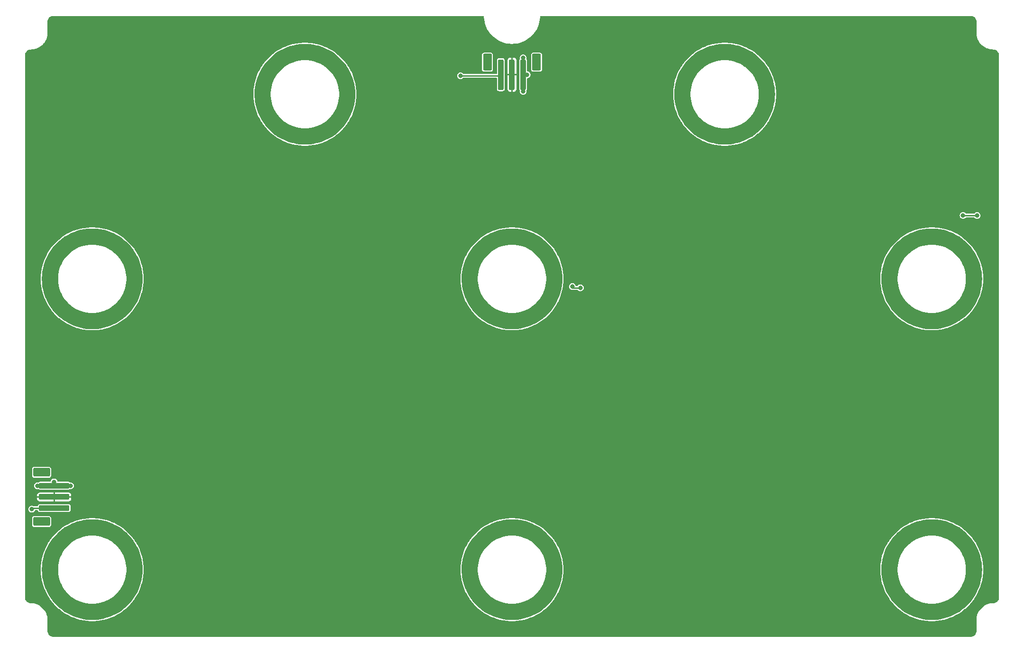
<source format=gbr>
%TF.GenerationSoftware,KiCad,Pcbnew,8.0.4+1*%
%TF.CreationDate,2024-10-04T17:30:47+00:00*%
%TF.ProjectId,pedalboard-display,70656461-6c62-46f6-9172-642d64697370,0.0.0-RC1*%
%TF.SameCoordinates,Original*%
%TF.FileFunction,Copper,L2,Bot*%
%TF.FilePolarity,Positive*%
%FSLAX46Y46*%
G04 Gerber Fmt 4.6, Leading zero omitted, Abs format (unit mm)*
G04 Created by KiCad (PCBNEW 8.0.4+1) date 2024-10-04 17:30:47*
%MOMM*%
%LPD*%
G01*
G04 APERTURE LIST*
G04 Aperture macros list*
%AMRoundRect*
0 Rectangle with rounded corners*
0 $1 Rounding radius*
0 $2 $3 $4 $5 $6 $7 $8 $9 X,Y pos of 4 corners*
0 Add a 4 corners polygon primitive as box body*
4,1,4,$2,$3,$4,$5,$6,$7,$8,$9,$2,$3,0*
0 Add four circle primitives for the rounded corners*
1,1,$1+$1,$2,$3*
1,1,$1+$1,$4,$5*
1,1,$1+$1,$6,$7*
1,1,$1+$1,$8,$9*
0 Add four rect primitives between the rounded corners*
20,1,$1+$1,$2,$3,$4,$5,0*
20,1,$1+$1,$4,$5,$6,$7,0*
20,1,$1+$1,$6,$7,$8,$9,0*
20,1,$1+$1,$8,$9,$2,$3,0*%
G04 Aperture macros list end*
%TA.AperFunction,SMDPad,CuDef*%
%ADD10RoundRect,0.250000X-2.500000X0.250000X-2.500000X-0.250000X2.500000X-0.250000X2.500000X0.250000X0*%
%TD*%
%TA.AperFunction,SMDPad,CuDef*%
%ADD11RoundRect,0.250000X-1.250000X0.550000X-1.250000X-0.550000X1.250000X-0.550000X1.250000X0.550000X0*%
%TD*%
%TA.AperFunction,SMDPad,CuDef*%
%ADD12RoundRect,0.250000X0.250000X2.500000X-0.250000X2.500000X-0.250000X-2.500000X0.250000X-2.500000X0*%
%TD*%
%TA.AperFunction,SMDPad,CuDef*%
%ADD13RoundRect,0.250000X0.550000X1.250000X-0.550000X1.250000X-0.550000X-1.250000X0.550000X-1.250000X0*%
%TD*%
%TA.AperFunction,ViaPad*%
%ADD14C,0.800000*%
%TD*%
%TA.AperFunction,Conductor*%
%ADD15C,0.250000*%
%TD*%
G04 APERTURE END LIST*
D10*
%TO.P,J2,1,Pin_1*%
%TO.N,GND*%
X25200000Y-109000000D03*
%TO.P,J2,2,Pin_2*%
%TO.N,VCC*%
X25200000Y-111000000D03*
%TO.P,J2,3,Pin_3*%
%TO.N,/Led Ring A/D_OUT*%
X25200000Y-113000000D03*
D11*
%TO.P,J2,MP*%
%TO.N,N/C*%
X22950000Y-106600000D03*
X22950000Y-115400000D03*
%TD*%
D12*
%TO.P,J1,1,Pin_1*%
%TO.N,GND*%
X109000000Y-35500000D03*
%TO.P,J1,2,Pin_2*%
%TO.N,VCC*%
X107000000Y-35500000D03*
%TO.P,J1,3,Pin_3*%
%TO.N,Net-(J1-Pin_3)*%
X105000000Y-35500000D03*
D13*
%TO.P,J1,MP*%
%TO.N,N/C*%
X111400000Y-33250000D03*
X102600000Y-33250000D03*
%TD*%
D14*
%TO.N,VCC*%
X28071797Y-133196152D03*
X79420000Y-42690000D03*
X110928203Y-114803848D03*
X176000000Y-116000000D03*
X108196152Y-133928203D03*
X183196152Y-133928203D03*
X190000000Y-66000000D03*
X40000000Y-66000000D03*
X180803848Y-114071797D03*
X191420000Y-127690000D03*
X116950000Y-122540000D03*
X97071797Y-125196152D03*
X22803848Y-68071797D03*
X188000000Y-79940000D03*
X38000000Y-131940000D03*
X139000000Y-31000000D03*
X178071797Y-81196152D03*
X22071797Y-73196152D03*
X172803848Y-120071797D03*
X41950000Y-122540000D03*
X191950000Y-122540000D03*
X172071797Y-125196152D03*
X60803848Y-35071797D03*
X24000000Y-78000000D03*
X30803848Y-114071797D03*
X116420000Y-127690000D03*
X135071797Y-40196152D03*
X141071797Y-48196152D03*
X110928203Y-62803848D03*
X73928203Y-29803848D03*
X94000000Y-36500000D03*
X113000000Y-131940000D03*
X103071797Y-81196152D03*
X172071797Y-73196152D03*
X40000000Y-118000000D03*
X38000000Y-79940000D03*
X174000000Y-78000000D03*
X97803848Y-120071797D03*
X185928203Y-62803848D03*
X60071797Y-40196152D03*
X99000000Y-78000000D03*
X108196152Y-81928203D03*
X30803848Y-62071797D03*
X146196152Y-48928203D03*
X76000000Y-46940000D03*
X28071797Y-81196152D03*
X97803848Y-68071797D03*
X176000000Y-64000000D03*
X191950000Y-70540000D03*
X115000000Y-118000000D03*
X62000000Y-45000000D03*
X191420000Y-75690000D03*
X101000000Y-64000000D03*
X97071797Y-73196152D03*
X24000000Y-130000000D03*
X148928203Y-29803848D03*
X172803848Y-68071797D03*
X103071797Y-133196152D03*
X22803848Y-120071797D03*
X66071797Y-48196152D03*
X119000000Y-36500000D03*
X68803848Y-29071797D03*
X33196152Y-81928203D03*
X154950000Y-37540000D03*
X35928203Y-62803848D03*
X174000000Y-130000000D03*
X188000000Y-131940000D03*
X101000000Y-116000000D03*
X115000000Y-66000000D03*
X116420000Y-75690000D03*
X190000000Y-118000000D03*
X185928203Y-114803848D03*
X137000000Y-45000000D03*
X151000000Y-46940000D03*
X78000000Y-33000000D03*
X180803848Y-62071797D03*
X64000000Y-31000000D03*
X35928203Y-114803848D03*
X135803848Y-35071797D03*
X71196152Y-48928203D03*
X153000000Y-33000000D03*
X41420000Y-127690000D03*
X79950000Y-37540000D03*
X22071797Y-125196152D03*
X41420000Y-75690000D03*
X154420000Y-42690000D03*
X183196152Y-81928203D03*
X105803848Y-62071797D03*
X143803848Y-29071797D03*
X116950000Y-70540000D03*
X26000000Y-116000000D03*
X178071797Y-133196152D03*
X41950000Y-70540000D03*
X113000000Y-79940000D03*
X33196152Y-133928203D03*
X99000000Y-130000000D03*
X105803848Y-114071797D03*
X26000000Y-64000000D03*
%TO.N,GND*%
X182500000Y-64600000D03*
X34400000Y-63700000D03*
X107500000Y-116500000D03*
X109000000Y-32500000D03*
X32500000Y-116600000D03*
X28100000Y-109000000D03*
X109700000Y-35500000D03*
X109000000Y-38500000D03*
X22200000Y-109000000D03*
X25200000Y-108300000D03*
X109400000Y-63700000D03*
X145500000Y-31700000D03*
X32500000Y-64500000D03*
X184400000Y-63700000D03*
X34400000Y-115700000D03*
X70500000Y-31500000D03*
X34000000Y-132400000D03*
X184400000Y-115700000D03*
X107500000Y-64500000D03*
X109400000Y-115700000D03*
X72400000Y-30700000D03*
X182500000Y-116800000D03*
X147400000Y-30700000D03*
%TO.N,Net-(J1-Pin_3)*%
X97800000Y-35700000D03*
%TO.N,/Led Ring B/D_IN*%
X190100000Y-60700000D03*
X187600000Y-60700000D03*
%TO.N,/Led Ring B/D_OUT*%
X117795000Y-73400000D03*
X119205000Y-73600000D03*
%TO.N,/Led Ring A/D_OUT*%
X21200000Y-113200000D03*
%TD*%
D15*
%TO.N,GND*%
X25200000Y-109000000D02*
X28100000Y-109000000D01*
X109000000Y-35500000D02*
X109000000Y-38500000D01*
X25200000Y-109000000D02*
X22200000Y-109000000D01*
X25200000Y-109000000D02*
X25200000Y-108300000D01*
X109000000Y-35500000D02*
X109700000Y-35500000D01*
X109000000Y-35500000D02*
X109000000Y-32500000D01*
%TO.N,Net-(J1-Pin_3)*%
X97800000Y-35700000D02*
X104800000Y-35700000D01*
X104800000Y-35700000D02*
X105000000Y-35500000D01*
%TO.N,/Led Ring B/D_IN*%
X190100000Y-60700000D02*
X187600000Y-60700000D01*
%TO.N,/Led Ring B/D_OUT*%
X119205000Y-73600000D02*
X117995000Y-73600000D01*
X117995000Y-73600000D02*
X117795000Y-73400000D01*
%TO.N,/Led Ring A/D_OUT*%
X21400000Y-113000000D02*
X25200000Y-113000000D01*
X21200000Y-113200000D02*
X21400000Y-113000000D01*
%TD*%
%TA.AperFunction,Conductor*%
%TO.N,GND*%
G36*
X182304872Y-63005302D02*
G01*
X182896728Y-63044923D01*
X182904952Y-63045750D01*
X183492886Y-63124819D01*
X183501011Y-63126190D01*
X184055333Y-63238861D01*
X184082317Y-63244346D01*
X184090380Y-63246267D01*
X184662489Y-63402984D01*
X184670381Y-63405432D01*
X185230761Y-63600017D01*
X185238471Y-63602986D01*
X185784611Y-63834570D01*
X185792122Y-63838056D01*
X186321524Y-64105575D01*
X186328792Y-64109557D01*
X186839180Y-64411861D01*
X186846164Y-64416320D01*
X187335213Y-64752032D01*
X187341859Y-64756929D01*
X187807397Y-65124560D01*
X187813725Y-65129910D01*
X188253655Y-65527804D01*
X188259612Y-65533565D01*
X188671984Y-65959954D01*
X188677543Y-65966100D01*
X189060518Y-66419086D01*
X189065654Y-66425590D01*
X189372650Y-66842248D01*
X189417514Y-66903137D01*
X189422204Y-66909969D01*
X189741384Y-67409956D01*
X189745601Y-67417076D01*
X189940471Y-67772667D01*
X190030680Y-67937277D01*
X190034417Y-67944673D01*
X190284103Y-68482736D01*
X190287338Y-68490365D01*
X190500529Y-69043900D01*
X190503248Y-69051729D01*
X190678995Y-69618284D01*
X190681184Y-69626276D01*
X190818692Y-70203288D01*
X190820343Y-70211409D01*
X190919008Y-70796336D01*
X190920112Y-70804549D01*
X190979486Y-71394734D01*
X190980040Y-71403003D01*
X190999861Y-71995857D01*
X190999861Y-72004143D01*
X190980040Y-72596996D01*
X190979486Y-72605265D01*
X190920112Y-73195450D01*
X190919008Y-73203663D01*
X190820343Y-73788590D01*
X190818692Y-73796711D01*
X190681184Y-74373723D01*
X190678995Y-74381715D01*
X190503248Y-74948270D01*
X190500529Y-74956099D01*
X190287338Y-75509634D01*
X190284103Y-75517263D01*
X190034417Y-76055326D01*
X190030680Y-76062722D01*
X189745607Y-76582913D01*
X189741384Y-76590043D01*
X189422204Y-77090030D01*
X189417514Y-77096862D01*
X189065654Y-77574409D01*
X189060518Y-77580913D01*
X188677543Y-78033899D01*
X188671984Y-78040045D01*
X188259612Y-78466434D01*
X188253655Y-78472195D01*
X187813725Y-78870089D01*
X187807397Y-78875439D01*
X187341872Y-79243060D01*
X187335200Y-79247976D01*
X186846164Y-79583679D01*
X186839180Y-79588138D01*
X186328792Y-79890442D01*
X186321524Y-79894424D01*
X185792122Y-80161943D01*
X185784605Y-80165432D01*
X185238482Y-80397008D01*
X185230749Y-80399986D01*
X184670392Y-80594563D01*
X184662477Y-80597018D01*
X184090378Y-80753732D01*
X184082317Y-80755653D01*
X183501037Y-80873804D01*
X183492865Y-80875183D01*
X182904960Y-80954248D01*
X182896715Y-80955077D01*
X182304873Y-80994697D01*
X182296591Y-80994974D01*
X181703409Y-80994974D01*
X181695127Y-80994697D01*
X181103284Y-80955077D01*
X181095039Y-80954248D01*
X180507134Y-80875183D01*
X180498962Y-80873804D01*
X179917682Y-80755653D01*
X179909621Y-80753732D01*
X179337522Y-80597018D01*
X179329607Y-80594563D01*
X178769250Y-80399986D01*
X178761517Y-80397008D01*
X178215394Y-80165432D01*
X178207877Y-80161943D01*
X177678475Y-79894424D01*
X177671207Y-79890442D01*
X177160819Y-79588138D01*
X177153835Y-79583679D01*
X176857737Y-79380420D01*
X176664791Y-79247970D01*
X176658135Y-79243066D01*
X176192599Y-78875436D01*
X176186274Y-78870089D01*
X175746344Y-78472195D01*
X175740387Y-78466434D01*
X175328015Y-78040045D01*
X175322456Y-78033899D01*
X174939481Y-77580913D01*
X174934345Y-77574409D01*
X174808396Y-77403470D01*
X174582478Y-77096852D01*
X174577802Y-77090040D01*
X174258604Y-76590024D01*
X174254403Y-76582932D01*
X173969308Y-76062702D01*
X173965592Y-76055346D01*
X173715896Y-75517263D01*
X173712661Y-75509634D01*
X173666113Y-75388775D01*
X173499466Y-74956087D01*
X173496751Y-74948270D01*
X173321004Y-74381715D01*
X173318815Y-74373723D01*
X173181307Y-73796711D01*
X173179656Y-73788590D01*
X173080991Y-73203663D01*
X173079887Y-73195450D01*
X173033623Y-72735577D01*
X173020511Y-72605247D01*
X173019960Y-72597015D01*
X173000138Y-72004127D01*
X173000138Y-71995872D01*
X173008216Y-71754268D01*
X175902474Y-71754268D01*
X175902474Y-72245731D01*
X175942018Y-72735577D01*
X176020847Y-73220630D01*
X176020850Y-73220642D01*
X176138459Y-73697804D01*
X176138463Y-73697819D01*
X176294079Y-74163950D01*
X176294090Y-74163978D01*
X176386859Y-74381715D01*
X176486716Y-74616086D01*
X176715101Y-75051238D01*
X176977761Y-75466601D01*
X177109818Y-75642337D01*
X177272987Y-75859477D01*
X177272990Y-75859480D01*
X177598872Y-76227325D01*
X177598877Y-76227330D01*
X177953305Y-76567764D01*
X177953311Y-76567770D01*
X178333973Y-76878571D01*
X178333979Y-76878575D01*
X178333985Y-76878580D01*
X178513033Y-77002168D01*
X178738425Y-77157746D01*
X178738429Y-77157748D01*
X178738435Y-77157752D01*
X179164038Y-77403474D01*
X179608033Y-77614152D01*
X179849401Y-77705690D01*
X180067534Y-77788418D01*
X180067541Y-77788420D01*
X180539582Y-77925149D01*
X181021089Y-78023449D01*
X181021093Y-78023449D01*
X181021094Y-78023450D01*
X181508955Y-78082687D01*
X181508970Y-78082687D01*
X181508975Y-78082688D01*
X181999989Y-78102476D01*
X182000000Y-78102476D01*
X182000011Y-78102476D01*
X182491024Y-78082688D01*
X182491027Y-78082687D01*
X182491045Y-78082687D01*
X182978906Y-78023450D01*
X183460418Y-77925149D01*
X183932459Y-77788420D01*
X183932461Y-77788418D01*
X183932465Y-77788418D01*
X184024248Y-77753609D01*
X184391967Y-77614152D01*
X184835962Y-77403474D01*
X185261565Y-77157752D01*
X185666015Y-76878580D01*
X186046690Y-76567769D01*
X186401120Y-76227333D01*
X186727008Y-75859482D01*
X187022239Y-75466601D01*
X187284899Y-75051238D01*
X187513284Y-74616086D01*
X187705914Y-74163968D01*
X187861538Y-73697815D01*
X187979148Y-73220652D01*
X188057982Y-72735572D01*
X188097526Y-72245722D01*
X188100000Y-72000000D01*
X188097526Y-71754278D01*
X188057982Y-71264428D01*
X187983244Y-70804549D01*
X187979152Y-70779369D01*
X187979149Y-70779357D01*
X187979148Y-70779348D01*
X187861538Y-70302185D01*
X187705914Y-69836032D01*
X187513284Y-69383914D01*
X187284899Y-68948762D01*
X187022239Y-68533399D01*
X186857546Y-68314233D01*
X186727012Y-68140522D01*
X186727009Y-68140519D01*
X186401127Y-67772674D01*
X186401122Y-67772669D01*
X186046694Y-67432235D01*
X186046688Y-67432229D01*
X185666026Y-67121428D01*
X185666018Y-67121422D01*
X185666015Y-67121420D01*
X185564322Y-67051226D01*
X185261574Y-66842253D01*
X185261568Y-66842250D01*
X184835968Y-66596529D01*
X184391972Y-66385850D01*
X183932465Y-66211581D01*
X183460424Y-66074852D01*
X182978909Y-65976550D01*
X182978913Y-65976550D01*
X182552027Y-65924717D01*
X182491045Y-65917313D01*
X182491043Y-65917312D01*
X182491028Y-65917311D01*
X182000010Y-65897525D01*
X181999990Y-65897525D01*
X181508971Y-65917311D01*
X181508955Y-65917313D01*
X181021088Y-65976550D01*
X180539575Y-66074852D01*
X180067534Y-66211581D01*
X179608027Y-66385850D01*
X179164031Y-66596529D01*
X178738431Y-66842250D01*
X178738425Y-66842253D01*
X178333973Y-67121428D01*
X177953311Y-67432229D01*
X177953305Y-67432235D01*
X177598877Y-67772669D01*
X177598872Y-67772674D01*
X177272990Y-68140519D01*
X177272987Y-68140522D01*
X176977759Y-68533402D01*
X176977757Y-68533404D01*
X176715099Y-68948765D01*
X176486712Y-69383922D01*
X176486710Y-69383926D01*
X176294090Y-69836021D01*
X176294079Y-69836049D01*
X176138463Y-70302180D01*
X176138459Y-70302195D01*
X176020850Y-70779357D01*
X176020847Y-70779369D01*
X175942018Y-71264422D01*
X175902474Y-71754268D01*
X173008216Y-71754268D01*
X173019960Y-71402982D01*
X173020511Y-71394754D01*
X173079888Y-70804539D01*
X173080991Y-70796336D01*
X173164343Y-70302195D01*
X173179657Y-70211400D01*
X173181307Y-70203288D01*
X173318815Y-69626276D01*
X173321004Y-69618284D01*
X173393704Y-69383922D01*
X173496758Y-69051708D01*
X173499462Y-69043921D01*
X173712663Y-68490358D01*
X173715896Y-68482736D01*
X173965598Y-67944640D01*
X173969302Y-67937309D01*
X174254410Y-67417054D01*
X174258595Y-67409988D01*
X174577811Y-66909945D01*
X174582468Y-66903160D01*
X174934357Y-66425574D01*
X174939469Y-66419100D01*
X175322469Y-65966085D01*
X175328001Y-65959968D01*
X175740400Y-65533551D01*
X175746329Y-65527818D01*
X176186293Y-65129893D01*
X176192581Y-65124577D01*
X176658154Y-64756918D01*
X176664771Y-64752042D01*
X177153844Y-64416314D01*
X177160810Y-64411866D01*
X177671225Y-64109546D01*
X177678457Y-64105584D01*
X178207895Y-63838047D01*
X178215376Y-63834575D01*
X178761538Y-63602982D01*
X178769228Y-63600021D01*
X179329626Y-63405429D01*
X179337501Y-63402987D01*
X179909625Y-63246265D01*
X179917677Y-63244347D01*
X180498993Y-63126189D01*
X180507108Y-63124820D01*
X181095050Y-63045749D01*
X181103268Y-63044923D01*
X181695127Y-63005302D01*
X181703409Y-63005026D01*
X182296591Y-63005026D01*
X182304872Y-63005302D01*
G37*
%TD.AperFunction*%
%TD*%
%TA.AperFunction,Conductor*%
%TO.N,GND*%
G36*
X145304872Y-30005302D02*
G01*
X145896728Y-30044923D01*
X145904952Y-30045750D01*
X146492886Y-30124819D01*
X146501011Y-30126190D01*
X147055333Y-30238861D01*
X147082317Y-30244346D01*
X147090380Y-30246267D01*
X147662489Y-30402984D01*
X147670381Y-30405432D01*
X148230761Y-30600017D01*
X148238471Y-30602986D01*
X148784611Y-30834570D01*
X148792122Y-30838056D01*
X149321524Y-31105575D01*
X149328792Y-31109557D01*
X149839180Y-31411861D01*
X149846164Y-31416320D01*
X150335213Y-31752032D01*
X150341859Y-31756929D01*
X150807397Y-32124560D01*
X150813725Y-32129910D01*
X151253655Y-32527804D01*
X151259612Y-32533565D01*
X151671984Y-32959954D01*
X151677543Y-32966100D01*
X152060518Y-33419086D01*
X152065654Y-33425590D01*
X152372650Y-33842248D01*
X152417514Y-33903137D01*
X152422204Y-33909969D01*
X152741384Y-34409956D01*
X152745601Y-34417076D01*
X152940471Y-34772667D01*
X153030680Y-34937277D01*
X153034417Y-34944673D01*
X153284103Y-35482736D01*
X153287338Y-35490365D01*
X153500529Y-36043900D01*
X153503248Y-36051729D01*
X153678995Y-36618284D01*
X153681184Y-36626276D01*
X153818692Y-37203288D01*
X153820343Y-37211409D01*
X153919008Y-37796336D01*
X153920112Y-37804549D01*
X153979486Y-38394734D01*
X153980040Y-38403003D01*
X153999861Y-38995857D01*
X153999861Y-39004143D01*
X153980040Y-39596996D01*
X153979486Y-39605265D01*
X153920112Y-40195450D01*
X153919008Y-40203663D01*
X153820343Y-40788590D01*
X153818692Y-40796711D01*
X153681184Y-41373723D01*
X153678995Y-41381715D01*
X153503248Y-41948270D01*
X153500529Y-41956099D01*
X153287338Y-42509634D01*
X153284103Y-42517263D01*
X153034417Y-43055326D01*
X153030680Y-43062722D01*
X152745607Y-43582913D01*
X152741384Y-43590043D01*
X152422204Y-44090030D01*
X152417514Y-44096862D01*
X152065654Y-44574409D01*
X152060518Y-44580913D01*
X151677543Y-45033899D01*
X151671984Y-45040045D01*
X151259612Y-45466434D01*
X151253655Y-45472195D01*
X150813725Y-45870089D01*
X150807397Y-45875439D01*
X150341872Y-46243060D01*
X150335200Y-46247976D01*
X149846164Y-46583679D01*
X149839180Y-46588138D01*
X149328792Y-46890442D01*
X149321524Y-46894424D01*
X148792122Y-47161943D01*
X148784605Y-47165432D01*
X148238482Y-47397008D01*
X148230749Y-47399986D01*
X147670392Y-47594563D01*
X147662477Y-47597018D01*
X147090378Y-47753732D01*
X147082317Y-47755653D01*
X146501037Y-47873804D01*
X146492865Y-47875183D01*
X145904960Y-47954248D01*
X145896715Y-47955077D01*
X145304873Y-47994697D01*
X145296591Y-47994974D01*
X144703409Y-47994974D01*
X144695127Y-47994697D01*
X144103284Y-47955077D01*
X144095039Y-47954248D01*
X143507134Y-47875183D01*
X143498962Y-47873804D01*
X142917682Y-47755653D01*
X142909621Y-47753732D01*
X142337522Y-47597018D01*
X142329607Y-47594563D01*
X141769250Y-47399986D01*
X141761517Y-47397008D01*
X141215394Y-47165432D01*
X141207877Y-47161943D01*
X140678475Y-46894424D01*
X140671207Y-46890442D01*
X140160819Y-46588138D01*
X140153835Y-46583679D01*
X139857737Y-46380420D01*
X139664791Y-46247970D01*
X139658135Y-46243066D01*
X139192599Y-45875436D01*
X139186274Y-45870089D01*
X138746344Y-45472195D01*
X138740387Y-45466434D01*
X138328015Y-45040045D01*
X138322456Y-45033899D01*
X137939481Y-44580913D01*
X137934345Y-44574409D01*
X137808396Y-44403470D01*
X137582478Y-44096852D01*
X137577802Y-44090040D01*
X137258604Y-43590024D01*
X137254403Y-43582932D01*
X136969308Y-43062702D01*
X136965592Y-43055346D01*
X136715896Y-42517263D01*
X136712661Y-42509634D01*
X136666113Y-42388775D01*
X136499466Y-41956087D01*
X136496751Y-41948270D01*
X136321004Y-41381715D01*
X136318815Y-41373723D01*
X136181307Y-40796711D01*
X136179656Y-40788590D01*
X136080991Y-40203663D01*
X136079887Y-40195450D01*
X136033623Y-39735577D01*
X136020511Y-39605247D01*
X136019960Y-39597015D01*
X136000138Y-39004127D01*
X136000138Y-38995872D01*
X136008216Y-38754268D01*
X138902474Y-38754268D01*
X138902474Y-39245731D01*
X138942018Y-39735577D01*
X139020847Y-40220630D01*
X139020850Y-40220642D01*
X139138459Y-40697804D01*
X139138463Y-40697819D01*
X139294079Y-41163950D01*
X139294090Y-41163978D01*
X139386859Y-41381715D01*
X139486716Y-41616086D01*
X139715101Y-42051238D01*
X139977761Y-42466601D01*
X140109818Y-42642337D01*
X140272987Y-42859477D01*
X140272990Y-42859480D01*
X140598872Y-43227325D01*
X140598877Y-43227330D01*
X140953305Y-43567764D01*
X140953311Y-43567770D01*
X141333973Y-43878571D01*
X141333979Y-43878575D01*
X141333985Y-43878580D01*
X141513033Y-44002168D01*
X141738425Y-44157746D01*
X141738429Y-44157748D01*
X141738435Y-44157752D01*
X142164038Y-44403474D01*
X142608033Y-44614152D01*
X142849401Y-44705690D01*
X143067534Y-44788418D01*
X143067541Y-44788420D01*
X143539582Y-44925149D01*
X144021089Y-45023449D01*
X144021093Y-45023449D01*
X144021094Y-45023450D01*
X144508955Y-45082687D01*
X144508970Y-45082687D01*
X144508975Y-45082688D01*
X144999989Y-45102476D01*
X145000000Y-45102476D01*
X145000011Y-45102476D01*
X145491024Y-45082688D01*
X145491027Y-45082687D01*
X145491045Y-45082687D01*
X145978906Y-45023450D01*
X146460418Y-44925149D01*
X146932459Y-44788420D01*
X146932461Y-44788418D01*
X146932465Y-44788418D01*
X147024248Y-44753609D01*
X147391967Y-44614152D01*
X147835962Y-44403474D01*
X148261565Y-44157752D01*
X148666015Y-43878580D01*
X149046690Y-43567769D01*
X149401120Y-43227333D01*
X149727008Y-42859482D01*
X150022239Y-42466601D01*
X150284899Y-42051238D01*
X150513284Y-41616086D01*
X150705914Y-41163968D01*
X150861538Y-40697815D01*
X150979148Y-40220652D01*
X151057982Y-39735572D01*
X151097526Y-39245722D01*
X151100000Y-39000000D01*
X151097526Y-38754278D01*
X151057982Y-38264428D01*
X150983244Y-37804549D01*
X150979152Y-37779369D01*
X150979149Y-37779357D01*
X150979148Y-37779348D01*
X150861538Y-37302185D01*
X150705914Y-36836032D01*
X150513284Y-36383914D01*
X150284899Y-35948762D01*
X150022239Y-35533399D01*
X149857546Y-35314233D01*
X149727012Y-35140522D01*
X149727009Y-35140519D01*
X149401127Y-34772674D01*
X149401122Y-34772669D01*
X149046694Y-34432235D01*
X149046688Y-34432229D01*
X148666026Y-34121428D01*
X148666018Y-34121422D01*
X148666015Y-34121420D01*
X148564322Y-34051226D01*
X148261574Y-33842253D01*
X148261568Y-33842250D01*
X147835968Y-33596529D01*
X147391972Y-33385850D01*
X146932465Y-33211581D01*
X146460424Y-33074852D01*
X145978909Y-32976550D01*
X145978913Y-32976550D01*
X145552027Y-32924717D01*
X145491045Y-32917313D01*
X145491043Y-32917312D01*
X145491028Y-32917311D01*
X145000010Y-32897525D01*
X144999990Y-32897525D01*
X144508971Y-32917311D01*
X144508955Y-32917313D01*
X144021088Y-32976550D01*
X143539575Y-33074852D01*
X143067534Y-33211581D01*
X142608027Y-33385850D01*
X142164031Y-33596529D01*
X141738431Y-33842250D01*
X141738425Y-33842253D01*
X141333973Y-34121428D01*
X140953311Y-34432229D01*
X140953305Y-34432235D01*
X140598877Y-34772669D01*
X140598872Y-34772674D01*
X140272990Y-35140519D01*
X140272987Y-35140522D01*
X139977759Y-35533402D01*
X139977757Y-35533404D01*
X139715099Y-35948765D01*
X139486712Y-36383922D01*
X139486710Y-36383926D01*
X139294090Y-36836021D01*
X139294079Y-36836049D01*
X139138463Y-37302180D01*
X139138459Y-37302195D01*
X139020850Y-37779357D01*
X139020847Y-37779369D01*
X138942018Y-38264422D01*
X138902474Y-38754268D01*
X136008216Y-38754268D01*
X136019960Y-38402982D01*
X136020511Y-38394754D01*
X136079888Y-37804539D01*
X136080991Y-37796336D01*
X136164343Y-37302195D01*
X136179657Y-37211400D01*
X136181307Y-37203288D01*
X136318815Y-36626276D01*
X136321004Y-36618284D01*
X136393704Y-36383922D01*
X136496758Y-36051708D01*
X136499462Y-36043921D01*
X136712663Y-35490358D01*
X136715896Y-35482736D01*
X136965598Y-34944640D01*
X136969302Y-34937309D01*
X137254410Y-34417054D01*
X137258595Y-34409988D01*
X137577811Y-33909945D01*
X137582468Y-33903160D01*
X137934357Y-33425574D01*
X137939469Y-33419100D01*
X138322469Y-32966085D01*
X138328001Y-32959968D01*
X138740400Y-32533551D01*
X138746329Y-32527818D01*
X139186293Y-32129893D01*
X139192581Y-32124577D01*
X139658154Y-31756918D01*
X139664771Y-31752042D01*
X140153844Y-31416314D01*
X140160810Y-31411866D01*
X140671225Y-31109546D01*
X140678457Y-31105584D01*
X141207895Y-30838047D01*
X141215376Y-30834575D01*
X141761538Y-30602982D01*
X141769228Y-30600021D01*
X142329626Y-30405429D01*
X142337501Y-30402987D01*
X142909625Y-30246265D01*
X142917677Y-30244347D01*
X143498993Y-30126189D01*
X143507108Y-30124820D01*
X144095050Y-30045749D01*
X144103268Y-30044923D01*
X144695127Y-30005302D01*
X144703409Y-30005026D01*
X145296591Y-30005026D01*
X145304872Y-30005302D01*
G37*
%TD.AperFunction*%
%TD*%
%TA.AperFunction,Conductor*%
%TO.N,VCC*%
G36*
X101960295Y-25018907D02*
G01*
X101996259Y-25068407D01*
X102001097Y-25097888D01*
X102001300Y-25115945D01*
X102002517Y-25224449D01*
X102042752Y-25671492D01*
X102042756Y-25671519D01*
X102051296Y-25718576D01*
X102102367Y-26000000D01*
X102122903Y-26113158D01*
X102122906Y-26113174D01*
X102242322Y-26545868D01*
X102400040Y-26966108D01*
X102594807Y-27370545D01*
X102825026Y-27755866D01*
X102825028Y-27755868D01*
X102825031Y-27755873D01*
X103002413Y-28000019D01*
X103088876Y-28119025D01*
X103384202Y-28457053D01*
X103384204Y-28457055D01*
X103708648Y-28767255D01*
X103708652Y-28767258D01*
X103708655Y-28767261D01*
X103708659Y-28767265D01*
X104059580Y-29047114D01*
X104059593Y-29047124D01*
X104434211Y-29294407D01*
X104829488Y-29507115D01*
X105242240Y-29683534D01*
X105669145Y-29822243D01*
X106106766Y-29922127D01*
X106106776Y-29922128D01*
X106106779Y-29922129D01*
X106179693Y-29932005D01*
X106551578Y-29982381D01*
X106551587Y-29982381D01*
X106551589Y-29982382D01*
X106999993Y-30002520D01*
X107000000Y-30002520D01*
X107000007Y-30002520D01*
X107448410Y-29982382D01*
X107448411Y-29982381D01*
X107448422Y-29982381D01*
X107861627Y-29926408D01*
X107893220Y-29922129D01*
X107893220Y-29922128D01*
X107893234Y-29922127D01*
X108330855Y-29822243D01*
X108757760Y-29683534D01*
X109170512Y-29507115D01*
X109565789Y-29294407D01*
X109940407Y-29047124D01*
X110211213Y-28831164D01*
X110291340Y-28767265D01*
X110291344Y-28767261D01*
X110291352Y-28767255D01*
X110615796Y-28457055D01*
X110911128Y-28119020D01*
X111174969Y-27755873D01*
X111405197Y-27370537D01*
X111599956Y-26966116D01*
X111757679Y-26545864D01*
X111877096Y-26113165D01*
X111957246Y-25671505D01*
X111997483Y-25224437D01*
X111998902Y-25097889D01*
X112018461Y-25039915D01*
X112068361Y-25004508D01*
X112097896Y-25000000D01*
X188998800Y-25000000D01*
X189001224Y-25000030D01*
X189027839Y-25000682D01*
X189089724Y-25002198D01*
X189106613Y-25004070D01*
X189163581Y-25015401D01*
X189281428Y-25038842D01*
X189299989Y-25044473D01*
X189463530Y-25112214D01*
X189480643Y-25121361D01*
X189627818Y-25219700D01*
X189642821Y-25232012D01*
X189767987Y-25357178D01*
X189780299Y-25372181D01*
X189878638Y-25519356D01*
X189887786Y-25536471D01*
X189955524Y-25700003D01*
X189961158Y-25718576D01*
X189995929Y-25893386D01*
X189997801Y-25910273D01*
X189999970Y-25998774D01*
X190000000Y-26001200D01*
X190000000Y-28000019D01*
X190002359Y-28168335D01*
X190002360Y-28168348D01*
X190040056Y-28502913D01*
X190114977Y-28831164D01*
X190226177Y-29148953D01*
X190226178Y-29148956D01*
X190372259Y-29452298D01*
X190551392Y-29737385D01*
X190551394Y-29737388D01*
X190761301Y-30000604D01*
X190761307Y-30000610D01*
X190761311Y-30000615D01*
X190999385Y-30238689D01*
X190999389Y-30238692D01*
X190999395Y-30238698D01*
X191262611Y-30448605D01*
X191262615Y-30448607D01*
X191262618Y-30448610D01*
X191424252Y-30550171D01*
X191547701Y-30627740D01*
X191830910Y-30764125D01*
X191851045Y-30773822D01*
X191999395Y-30825732D01*
X192168835Y-30885022D01*
X192168838Y-30885022D01*
X192168839Y-30885023D01*
X192497085Y-30959943D01*
X192831656Y-30997640D01*
X192999626Y-30999994D01*
X193000375Y-31000009D01*
X193089725Y-31002198D01*
X193106613Y-31004070D01*
X193163581Y-31015401D01*
X193281428Y-31038842D01*
X193299989Y-31044473D01*
X193463530Y-31112214D01*
X193480643Y-31121361D01*
X193627818Y-31219700D01*
X193642821Y-31232012D01*
X193767987Y-31357178D01*
X193780299Y-31372181D01*
X193878638Y-31519356D01*
X193887786Y-31536471D01*
X193955524Y-31700003D01*
X193961158Y-31718576D01*
X193995929Y-31893386D01*
X193997801Y-31910273D01*
X193999970Y-31998774D01*
X194000000Y-32001200D01*
X194000000Y-128998799D01*
X193999970Y-129001225D01*
X193997801Y-129089726D01*
X193995929Y-129106613D01*
X193961158Y-129281423D01*
X193955524Y-129299996D01*
X193887786Y-129463528D01*
X193878638Y-129480643D01*
X193780299Y-129627818D01*
X193767987Y-129642821D01*
X193642821Y-129767987D01*
X193627818Y-129780299D01*
X193480643Y-129878638D01*
X193463528Y-129887786D01*
X193299996Y-129955524D01*
X193281423Y-129961158D01*
X193106613Y-129995929D01*
X193089725Y-129997801D01*
X193000521Y-129999987D01*
X192999484Y-130000007D01*
X192831664Y-130002359D01*
X192831651Y-130002360D01*
X192497086Y-130040056D01*
X192168835Y-130114977D01*
X191851046Y-130226177D01*
X191851043Y-130226178D01*
X191547701Y-130372259D01*
X191262614Y-130551392D01*
X191262611Y-130551394D01*
X190999395Y-130761301D01*
X190761301Y-130999395D01*
X190551394Y-131262611D01*
X190551392Y-131262614D01*
X190372259Y-131547701D01*
X190226178Y-131851043D01*
X190226177Y-131851046D01*
X190114977Y-132168835D01*
X190040056Y-132497086D01*
X190002360Y-132831651D01*
X190002359Y-132831664D01*
X190000000Y-132999980D01*
X190000000Y-134998799D01*
X189999970Y-135001225D01*
X189997801Y-135089726D01*
X189995929Y-135106613D01*
X189961158Y-135281423D01*
X189955524Y-135299996D01*
X189887786Y-135463528D01*
X189878638Y-135480643D01*
X189780299Y-135627818D01*
X189767987Y-135642821D01*
X189642821Y-135767987D01*
X189627818Y-135780299D01*
X189480643Y-135878638D01*
X189463528Y-135887786D01*
X189299996Y-135955524D01*
X189281423Y-135961158D01*
X189106613Y-135995929D01*
X189089726Y-135997801D01*
X189004410Y-135999891D01*
X189001223Y-135999970D01*
X188998800Y-136000000D01*
X25001200Y-136000000D01*
X24998776Y-135999970D01*
X24995505Y-135999889D01*
X24910273Y-135997801D01*
X24893386Y-135995929D01*
X24718576Y-135961158D01*
X24700003Y-135955524D01*
X24536471Y-135887786D01*
X24519356Y-135878638D01*
X24372181Y-135780299D01*
X24357178Y-135767987D01*
X24232012Y-135642821D01*
X24219700Y-135627818D01*
X24121361Y-135480643D01*
X24112213Y-135463528D01*
X24044473Y-135299989D01*
X24038842Y-135281428D01*
X24004070Y-135106613D01*
X24002198Y-135089724D01*
X24000030Y-135001223D01*
X24000000Y-134998799D01*
X24000000Y-132999980D01*
X23997640Y-132831664D01*
X23997640Y-132831656D01*
X23959943Y-132497085D01*
X23885023Y-132168839D01*
X23852064Y-132074649D01*
X23773822Y-131851046D01*
X23773821Y-131851043D01*
X23627740Y-131547701D01*
X23540284Y-131408516D01*
X23448610Y-131262618D01*
X23448607Y-131262614D01*
X23448605Y-131262611D01*
X23238698Y-130999395D01*
X23238692Y-130999389D01*
X23238689Y-130999385D01*
X23000615Y-130761311D01*
X23000610Y-130761307D01*
X23000604Y-130761301D01*
X22737388Y-130551394D01*
X22737385Y-130551392D01*
X22452298Y-130372259D01*
X22148956Y-130226178D01*
X22148953Y-130226177D01*
X21831164Y-130114977D01*
X21502913Y-130040056D01*
X21168348Y-130002360D01*
X21168335Y-130002359D01*
X21000515Y-130000007D01*
X20999478Y-129999987D01*
X20910274Y-129997801D01*
X20893386Y-129995929D01*
X20718576Y-129961158D01*
X20700003Y-129955524D01*
X20536471Y-129887786D01*
X20519356Y-129878638D01*
X20372181Y-129780299D01*
X20357178Y-129767987D01*
X20232012Y-129642821D01*
X20219700Y-129627818D01*
X20121361Y-129480643D01*
X20112213Y-129463528D01*
X20087338Y-129403474D01*
X20044473Y-129299989D01*
X20038842Y-129281428D01*
X20004070Y-129106613D01*
X20002198Y-129089724D01*
X20000030Y-129001223D01*
X20000000Y-128998799D01*
X20000000Y-123995869D01*
X22794638Y-123995869D01*
X22794638Y-124004129D01*
X22794752Y-124010971D01*
X22802289Y-124236408D01*
X22814575Y-124603882D01*
X22814917Y-124610696D01*
X22814921Y-124610774D01*
X22815470Y-124618977D01*
X22816040Y-124625790D01*
X22829155Y-124756148D01*
X22875419Y-125216026D01*
X22876219Y-125222830D01*
X22877323Y-125231043D01*
X22878353Y-125237841D01*
X22977023Y-125822794D01*
X22978268Y-125829498D01*
X22979933Y-125837684D01*
X22981404Y-125844348D01*
X23118916Y-126421379D01*
X23120610Y-126427995D01*
X23122803Y-126436000D01*
X23124728Y-126442596D01*
X23300465Y-127009119D01*
X23301001Y-127010751D01*
X23302626Y-127015693D01*
X23305341Y-127023510D01*
X23307697Y-127029945D01*
X23474344Y-127462633D01*
X23520892Y-127583492D01*
X23520895Y-127583499D01*
X23523482Y-127589894D01*
X23526697Y-127597476D01*
X23529497Y-127603785D01*
X23779182Y-128141844D01*
X23782149Y-128147967D01*
X23782168Y-128148006D01*
X23784302Y-128152231D01*
X23785885Y-128155365D01*
X23789100Y-128161471D01*
X24074188Y-128681688D01*
X24077607Y-128687688D01*
X24081801Y-128694767D01*
X24085391Y-128700603D01*
X24404573Y-129200594D01*
X24408388Y-129206355D01*
X24413061Y-129213164D01*
X24417009Y-129218715D01*
X24553141Y-129403474D01*
X24642954Y-129525369D01*
X24768903Y-129696308D01*
X24773067Y-129701765D01*
X24778203Y-129708269D01*
X24778217Y-129708286D01*
X24782526Y-129713561D01*
X25165534Y-130166586D01*
X25170034Y-130171731D01*
X25170050Y-130171749D01*
X25175609Y-130177895D01*
X25175625Y-130177912D01*
X25180310Y-130182921D01*
X25536670Y-130551394D01*
X25592669Y-130609296D01*
X25597527Y-130614154D01*
X25603484Y-130619915D01*
X25608498Y-130624604D01*
X26048428Y-131022498D01*
X26048446Y-131022514D01*
X26048464Y-131022530D01*
X26053587Y-131027010D01*
X26053604Y-131027025D01*
X26059929Y-131032372D01*
X26064909Y-131036441D01*
X26065257Y-131036726D01*
X26406145Y-131305922D01*
X26530776Y-131404342D01*
X26536239Y-131408510D01*
X26542895Y-131413414D01*
X26548489Y-131417393D01*
X26741435Y-131549843D01*
X26741434Y-131549843D01*
X27037539Y-131753106D01*
X27043254Y-131756890D01*
X27050216Y-131761336D01*
X27053119Y-131763121D01*
X27056093Y-131764950D01*
X27566481Y-132067254D01*
X27572466Y-132070665D01*
X27572479Y-132070672D01*
X27579738Y-132074649D01*
X27585802Y-132077843D01*
X28115161Y-132345340D01*
X28115193Y-132345355D01*
X28115194Y-132345356D01*
X28121360Y-132348343D01*
X28125280Y-132350162D01*
X28128874Y-132351831D01*
X28133625Y-132353940D01*
X28135169Y-132354626D01*
X28681292Y-132586202D01*
X28685856Y-132588047D01*
X28687657Y-132588776D01*
X28687665Y-132588779D01*
X28695398Y-132591757D01*
X28701841Y-132594116D01*
X29262198Y-132788693D01*
X29268728Y-132790838D01*
X29276643Y-132793293D01*
X29283230Y-132795216D01*
X29855329Y-132951930D01*
X29861983Y-132953634D01*
X29870044Y-132955555D01*
X29876749Y-132957035D01*
X30458029Y-133075186D01*
X30464768Y-133076439D01*
X30472940Y-133077818D01*
X30479744Y-133078849D01*
X31067649Y-133157914D01*
X31074480Y-133158717D01*
X31074504Y-133158719D01*
X31074509Y-133158720D01*
X31082695Y-133159543D01*
X31082725Y-133159546D01*
X31089558Y-133160118D01*
X31681401Y-133199738D01*
X31688258Y-133200082D01*
X31696540Y-133200359D01*
X31702754Y-133200463D01*
X31703407Y-133200474D01*
X31703409Y-133200474D01*
X32296593Y-133200474D01*
X32297215Y-133200463D01*
X32303460Y-133200359D01*
X32311742Y-133200082D01*
X32318599Y-133199738D01*
X32910441Y-133160118D01*
X32917274Y-133159546D01*
X32925519Y-133158717D01*
X32932350Y-133157914D01*
X33520255Y-133078849D01*
X33527059Y-133077818D01*
X33535231Y-133076439D01*
X33541970Y-133075186D01*
X33913323Y-132999703D01*
X33945961Y-132998567D01*
X34000000Y-133005682D01*
X34156762Y-132985044D01*
X34302841Y-132924536D01*
X34319738Y-132911569D01*
X34353842Y-132894631D01*
X34716769Y-132795216D01*
X34723356Y-132793293D01*
X34731271Y-132790838D01*
X34737801Y-132788693D01*
X35298158Y-132594116D01*
X35304601Y-132591757D01*
X35312334Y-132588779D01*
X35318707Y-132586202D01*
X35864830Y-132354626D01*
X35871122Y-132351832D01*
X35878639Y-132348343D01*
X35884805Y-132345356D01*
X35884837Y-132345340D01*
X36414196Y-132077843D01*
X36415694Y-132077053D01*
X36420265Y-132074647D01*
X36427533Y-132070665D01*
X36433518Y-132067254D01*
X36943906Y-131764950D01*
X36949766Y-131761346D01*
X36956750Y-131756887D01*
X36962466Y-131753102D01*
X37451502Y-131417399D01*
X37457099Y-131413417D01*
X37463771Y-131408501D01*
X37469231Y-131404336D01*
X37934756Y-131036715D01*
X37940074Y-131032369D01*
X37946402Y-131027019D01*
X37951571Y-131022498D01*
X38391501Y-130624604D01*
X38396515Y-130619915D01*
X38402472Y-130614154D01*
X38407330Y-130609296D01*
X38819702Y-130182907D01*
X38824390Y-130177895D01*
X38829949Y-130171749D01*
X38834474Y-130166575D01*
X39217449Y-129713589D01*
X39221796Y-129708269D01*
X39226932Y-129701765D01*
X39231096Y-129696308D01*
X39582956Y-129218761D01*
X39586936Y-129213166D01*
X39591626Y-129206334D01*
X39595418Y-129200606D01*
X39914598Y-128700619D01*
X39918198Y-128694767D01*
X39922421Y-128687637D01*
X39925820Y-128681673D01*
X40210893Y-128161482D01*
X40214096Y-128155397D01*
X40217833Y-128148001D01*
X40220824Y-128141828D01*
X40470510Y-127603765D01*
X40473296Y-127597489D01*
X40476531Y-127589860D01*
X40479107Y-127583493D01*
X40692298Y-127029958D01*
X40692303Y-127029945D01*
X40692314Y-127029917D01*
X40693551Y-127026532D01*
X40694655Y-127023519D01*
X40697374Y-127015690D01*
X40699522Y-127009155D01*
X40875269Y-126442600D01*
X40877195Y-126436002D01*
X40879384Y-126428010D01*
X40881086Y-126421362D01*
X41018594Y-125844350D01*
X41020073Y-125837652D01*
X41021724Y-125829531D01*
X41022980Y-125822771D01*
X41121645Y-125237844D01*
X41122676Y-125231040D01*
X41123780Y-125222827D01*
X41124580Y-125216020D01*
X41183954Y-124625835D01*
X41184526Y-124619002D01*
X41185080Y-124610733D01*
X41185425Y-124603863D01*
X41205246Y-124011010D01*
X41205361Y-124004143D01*
X41205361Y-123995869D01*
X97794638Y-123995869D01*
X97794638Y-124004129D01*
X97794752Y-124010971D01*
X97802289Y-124236408D01*
X97814575Y-124603882D01*
X97814917Y-124610696D01*
X97814921Y-124610774D01*
X97815470Y-124618977D01*
X97816040Y-124625790D01*
X97829155Y-124756148D01*
X97875419Y-125216026D01*
X97876219Y-125222830D01*
X97877323Y-125231043D01*
X97878353Y-125237841D01*
X97977023Y-125822794D01*
X97978268Y-125829498D01*
X97979933Y-125837684D01*
X97981404Y-125844348D01*
X98118916Y-126421379D01*
X98120610Y-126427995D01*
X98122803Y-126436000D01*
X98124728Y-126442596D01*
X98300465Y-127009119D01*
X98301001Y-127010751D01*
X98302626Y-127015693D01*
X98305341Y-127023510D01*
X98307697Y-127029945D01*
X98474344Y-127462633D01*
X98520892Y-127583492D01*
X98520895Y-127583499D01*
X98523482Y-127589894D01*
X98526697Y-127597476D01*
X98529497Y-127603785D01*
X98779182Y-128141844D01*
X98782149Y-128147967D01*
X98782168Y-128148006D01*
X98784302Y-128152231D01*
X98785885Y-128155365D01*
X98789100Y-128161471D01*
X99074188Y-128681688D01*
X99077607Y-128687688D01*
X99081801Y-128694767D01*
X99085391Y-128700603D01*
X99404573Y-129200594D01*
X99408388Y-129206355D01*
X99413061Y-129213164D01*
X99417009Y-129218715D01*
X99553141Y-129403474D01*
X99642954Y-129525369D01*
X99768903Y-129696308D01*
X99773067Y-129701765D01*
X99778203Y-129708269D01*
X99778217Y-129708286D01*
X99782526Y-129713561D01*
X100165534Y-130166586D01*
X100170034Y-130171731D01*
X100170050Y-130171749D01*
X100175609Y-130177895D01*
X100175625Y-130177912D01*
X100180310Y-130182921D01*
X100536670Y-130551394D01*
X100592669Y-130609296D01*
X100597527Y-130614154D01*
X100603484Y-130619915D01*
X100608498Y-130624604D01*
X101048428Y-131022498D01*
X101048446Y-131022514D01*
X101048464Y-131022530D01*
X101053587Y-131027010D01*
X101053604Y-131027025D01*
X101059929Y-131032372D01*
X101064909Y-131036441D01*
X101065257Y-131036726D01*
X101406145Y-131305922D01*
X101530776Y-131404342D01*
X101536239Y-131408510D01*
X101542895Y-131413414D01*
X101548489Y-131417393D01*
X101741435Y-131549843D01*
X101741434Y-131549843D01*
X102037539Y-131753106D01*
X102043254Y-131756890D01*
X102050216Y-131761336D01*
X102053119Y-131763121D01*
X102056093Y-131764950D01*
X102566481Y-132067254D01*
X102572466Y-132070665D01*
X102572479Y-132070672D01*
X102579738Y-132074649D01*
X102585802Y-132077843D01*
X103115161Y-132345340D01*
X103115193Y-132345355D01*
X103115194Y-132345356D01*
X103121360Y-132348343D01*
X103125280Y-132350162D01*
X103128874Y-132351831D01*
X103133625Y-132353940D01*
X103135169Y-132354626D01*
X103681292Y-132586202D01*
X103685856Y-132588047D01*
X103687657Y-132588776D01*
X103687665Y-132588779D01*
X103695398Y-132591757D01*
X103701841Y-132594116D01*
X104262198Y-132788693D01*
X104268728Y-132790838D01*
X104276643Y-132793293D01*
X104283230Y-132795216D01*
X104855329Y-132951930D01*
X104861983Y-132953634D01*
X104870044Y-132955555D01*
X104876749Y-132957035D01*
X105458029Y-133075186D01*
X105464768Y-133076439D01*
X105472940Y-133077818D01*
X105479744Y-133078849D01*
X106067649Y-133157914D01*
X106074480Y-133158717D01*
X106074504Y-133158719D01*
X106074509Y-133158720D01*
X106082695Y-133159543D01*
X106082725Y-133159546D01*
X106089558Y-133160118D01*
X106681401Y-133199738D01*
X106688258Y-133200082D01*
X106696540Y-133200359D01*
X106702754Y-133200463D01*
X106703407Y-133200474D01*
X106703409Y-133200474D01*
X107296593Y-133200474D01*
X107297215Y-133200463D01*
X107303460Y-133200359D01*
X107311742Y-133200082D01*
X107318599Y-133199738D01*
X107910441Y-133160118D01*
X107917274Y-133159546D01*
X107925519Y-133158717D01*
X107932350Y-133157914D01*
X108520255Y-133078849D01*
X108527059Y-133077818D01*
X108535231Y-133076439D01*
X108541970Y-133075186D01*
X109123250Y-132957035D01*
X109129955Y-132955555D01*
X109138016Y-132953634D01*
X109144670Y-132951930D01*
X109716769Y-132795216D01*
X109723356Y-132793293D01*
X109731271Y-132790838D01*
X109737801Y-132788693D01*
X110298158Y-132594116D01*
X110304601Y-132591757D01*
X110312334Y-132588779D01*
X110318707Y-132586202D01*
X110864830Y-132354626D01*
X110871122Y-132351832D01*
X110878639Y-132348343D01*
X110884805Y-132345356D01*
X110884837Y-132345340D01*
X111414196Y-132077843D01*
X111415694Y-132077053D01*
X111420265Y-132074647D01*
X111427533Y-132070665D01*
X111433518Y-132067254D01*
X111943906Y-131764950D01*
X111949766Y-131761346D01*
X111956750Y-131756887D01*
X111962466Y-131753102D01*
X112451502Y-131417399D01*
X112457099Y-131413417D01*
X112463771Y-131408501D01*
X112469231Y-131404336D01*
X112934756Y-131036715D01*
X112940074Y-131032369D01*
X112946402Y-131027019D01*
X112951571Y-131022498D01*
X113391501Y-130624604D01*
X113396515Y-130619915D01*
X113402472Y-130614154D01*
X113407330Y-130609296D01*
X113819702Y-130182907D01*
X113824390Y-130177895D01*
X113829949Y-130171749D01*
X113834474Y-130166575D01*
X114217449Y-129713589D01*
X114221796Y-129708269D01*
X114226932Y-129701765D01*
X114231096Y-129696308D01*
X114582956Y-129218761D01*
X114586936Y-129213166D01*
X114591626Y-129206334D01*
X114595418Y-129200606D01*
X114914598Y-128700619D01*
X114918198Y-128694767D01*
X114922421Y-128687637D01*
X114925820Y-128681673D01*
X115210893Y-128161482D01*
X115214096Y-128155397D01*
X115217833Y-128148001D01*
X115220824Y-128141828D01*
X115470510Y-127603765D01*
X115473296Y-127597489D01*
X115476531Y-127589860D01*
X115479107Y-127583493D01*
X115692298Y-127029958D01*
X115692303Y-127029945D01*
X115692314Y-127029917D01*
X115693551Y-127026532D01*
X115694655Y-127023519D01*
X115697374Y-127015690D01*
X115699522Y-127009155D01*
X115875269Y-126442600D01*
X115877195Y-126436002D01*
X115879384Y-126428010D01*
X115881086Y-126421362D01*
X116018594Y-125844350D01*
X116020073Y-125837652D01*
X116021724Y-125829531D01*
X116022980Y-125822771D01*
X116121645Y-125237844D01*
X116122676Y-125231040D01*
X116123780Y-125222827D01*
X116124580Y-125216020D01*
X116183954Y-124625835D01*
X116184526Y-124619002D01*
X116185080Y-124610733D01*
X116185425Y-124603863D01*
X116205246Y-124011010D01*
X116205361Y-124004143D01*
X116205361Y-123995869D01*
X172794638Y-123995869D01*
X172794638Y-124004129D01*
X172794752Y-124010971D01*
X172802289Y-124236408D01*
X172814575Y-124603882D01*
X172814917Y-124610696D01*
X172814921Y-124610774D01*
X172815470Y-124618977D01*
X172816040Y-124625790D01*
X172829155Y-124756148D01*
X172875419Y-125216026D01*
X172876219Y-125222830D01*
X172877323Y-125231043D01*
X172878353Y-125237841D01*
X172977023Y-125822794D01*
X172978268Y-125829498D01*
X172979933Y-125837684D01*
X172981404Y-125844348D01*
X173118916Y-126421379D01*
X173120610Y-126427995D01*
X173122803Y-126436000D01*
X173124728Y-126442596D01*
X173300465Y-127009119D01*
X173301001Y-127010751D01*
X173302626Y-127015693D01*
X173305341Y-127023510D01*
X173307697Y-127029945D01*
X173474344Y-127462633D01*
X173520892Y-127583492D01*
X173520895Y-127583499D01*
X173523482Y-127589894D01*
X173526697Y-127597476D01*
X173529497Y-127603785D01*
X173779182Y-128141844D01*
X173782149Y-128147967D01*
X173782168Y-128148006D01*
X173784302Y-128152231D01*
X173785885Y-128155365D01*
X173789100Y-128161471D01*
X174074188Y-128681688D01*
X174077607Y-128687688D01*
X174081801Y-128694767D01*
X174085391Y-128700603D01*
X174404573Y-129200594D01*
X174408388Y-129206355D01*
X174413061Y-129213164D01*
X174417009Y-129218715D01*
X174553141Y-129403474D01*
X174642954Y-129525369D01*
X174768903Y-129696308D01*
X174773067Y-129701765D01*
X174778203Y-129708269D01*
X174778217Y-129708286D01*
X174782526Y-129713561D01*
X175165534Y-130166586D01*
X175170034Y-130171731D01*
X175170050Y-130171749D01*
X175175609Y-130177895D01*
X175175625Y-130177912D01*
X175180310Y-130182921D01*
X175536670Y-130551394D01*
X175592669Y-130609296D01*
X175597527Y-130614154D01*
X175603484Y-130619915D01*
X175608498Y-130624604D01*
X176048428Y-131022498D01*
X176048446Y-131022514D01*
X176048464Y-131022530D01*
X176053587Y-131027010D01*
X176053604Y-131027025D01*
X176059929Y-131032372D01*
X176064909Y-131036441D01*
X176065257Y-131036726D01*
X176406145Y-131305922D01*
X176530776Y-131404342D01*
X176536239Y-131408510D01*
X176542895Y-131413414D01*
X176548489Y-131417393D01*
X176741435Y-131549843D01*
X176741434Y-131549843D01*
X177037539Y-131753106D01*
X177043254Y-131756890D01*
X177050216Y-131761336D01*
X177053119Y-131763121D01*
X177056093Y-131764950D01*
X177566481Y-132067254D01*
X177572466Y-132070665D01*
X177572479Y-132070672D01*
X177579738Y-132074649D01*
X177585802Y-132077843D01*
X178115161Y-132345340D01*
X178115193Y-132345355D01*
X178115194Y-132345356D01*
X178121360Y-132348343D01*
X178125280Y-132350162D01*
X178128874Y-132351831D01*
X178133625Y-132353940D01*
X178135169Y-132354626D01*
X178681292Y-132586202D01*
X178685856Y-132588047D01*
X178687657Y-132588776D01*
X178687665Y-132588779D01*
X178695398Y-132591757D01*
X178701841Y-132594116D01*
X179262198Y-132788693D01*
X179268728Y-132790838D01*
X179276643Y-132793293D01*
X179283230Y-132795216D01*
X179855329Y-132951930D01*
X179861983Y-132953634D01*
X179870044Y-132955555D01*
X179876749Y-132957035D01*
X180458029Y-133075186D01*
X180464768Y-133076439D01*
X180472940Y-133077818D01*
X180479744Y-133078849D01*
X181067649Y-133157914D01*
X181074480Y-133158717D01*
X181074504Y-133158719D01*
X181074509Y-133158720D01*
X181082695Y-133159543D01*
X181082725Y-133159546D01*
X181089558Y-133160118D01*
X181681401Y-133199738D01*
X181688258Y-133200082D01*
X181696540Y-133200359D01*
X181702754Y-133200463D01*
X181703407Y-133200474D01*
X181703409Y-133200474D01*
X182296593Y-133200474D01*
X182297215Y-133200463D01*
X182303460Y-133200359D01*
X182311742Y-133200082D01*
X182318599Y-133199738D01*
X182910441Y-133160118D01*
X182917274Y-133159546D01*
X182925519Y-133158717D01*
X182932350Y-133157914D01*
X183520255Y-133078849D01*
X183527059Y-133077818D01*
X183535231Y-133076439D01*
X183541970Y-133075186D01*
X184123250Y-132957035D01*
X184129955Y-132955555D01*
X184138016Y-132953634D01*
X184144670Y-132951930D01*
X184716769Y-132795216D01*
X184723356Y-132793293D01*
X184731271Y-132790838D01*
X184737801Y-132788693D01*
X185298158Y-132594116D01*
X185304601Y-132591757D01*
X185312334Y-132588779D01*
X185318707Y-132586202D01*
X185864830Y-132354626D01*
X185871122Y-132351832D01*
X185878639Y-132348343D01*
X185884805Y-132345356D01*
X185884837Y-132345340D01*
X186414196Y-132077843D01*
X186415694Y-132077053D01*
X186420265Y-132074647D01*
X186427533Y-132070665D01*
X186433518Y-132067254D01*
X186943906Y-131764950D01*
X186949766Y-131761346D01*
X186956750Y-131756887D01*
X186962466Y-131753102D01*
X187451502Y-131417399D01*
X187457099Y-131413417D01*
X187463771Y-131408501D01*
X187469231Y-131404336D01*
X187934756Y-131036715D01*
X187940074Y-131032369D01*
X187946402Y-131027019D01*
X187951571Y-131022498D01*
X188391501Y-130624604D01*
X188396515Y-130619915D01*
X188402472Y-130614154D01*
X188407330Y-130609296D01*
X188819702Y-130182907D01*
X188824390Y-130177895D01*
X188829949Y-130171749D01*
X188834474Y-130166575D01*
X189217449Y-129713589D01*
X189221796Y-129708269D01*
X189226932Y-129701765D01*
X189231096Y-129696308D01*
X189582956Y-129218761D01*
X189586936Y-129213166D01*
X189591626Y-129206334D01*
X189595418Y-129200606D01*
X189914598Y-128700619D01*
X189918198Y-128694767D01*
X189922421Y-128687637D01*
X189925820Y-128681673D01*
X190210893Y-128161482D01*
X190214096Y-128155397D01*
X190217833Y-128148001D01*
X190220824Y-128141828D01*
X190470510Y-127603765D01*
X190473296Y-127597489D01*
X190476531Y-127589860D01*
X190479107Y-127583493D01*
X190692298Y-127029958D01*
X190692303Y-127029945D01*
X190692314Y-127029917D01*
X190693551Y-127026532D01*
X190694655Y-127023519D01*
X190697374Y-127015690D01*
X190699522Y-127009155D01*
X190875269Y-126442600D01*
X190877195Y-126436002D01*
X190879384Y-126428010D01*
X190881086Y-126421362D01*
X191018594Y-125844350D01*
X191020073Y-125837652D01*
X191021724Y-125829531D01*
X191022980Y-125822771D01*
X191121645Y-125237844D01*
X191122676Y-125231040D01*
X191123780Y-125222827D01*
X191124580Y-125216020D01*
X191183954Y-124625835D01*
X191184526Y-124619002D01*
X191185080Y-124610733D01*
X191185425Y-124603863D01*
X191205246Y-124011010D01*
X191205361Y-124004143D01*
X191205361Y-123995857D01*
X191205246Y-123988990D01*
X191185425Y-123396136D01*
X191185080Y-123389266D01*
X191184526Y-123380997D01*
X191183954Y-123374164D01*
X191124580Y-122783979D01*
X191123780Y-122777172D01*
X191122676Y-122768959D01*
X191121645Y-122762155D01*
X191022980Y-122177228D01*
X191021724Y-122170468D01*
X191020073Y-122162347D01*
X191018594Y-122155649D01*
X190881086Y-121578637D01*
X190881082Y-121578619D01*
X190879388Y-121572003D01*
X190877195Y-121563998D01*
X190875270Y-121557402D01*
X190699521Y-120990841D01*
X190697386Y-120984345D01*
X190697382Y-120984336D01*
X190697374Y-120984309D01*
X190694655Y-120976480D01*
X190694008Y-120974714D01*
X190692314Y-120970081D01*
X190479104Y-120416500D01*
X190476531Y-120410139D01*
X190473296Y-120402510D01*
X190470510Y-120396234D01*
X190470501Y-120396213D01*
X190220823Y-119858168D01*
X190217833Y-119851997D01*
X190214106Y-119844621D01*
X190210893Y-119838517D01*
X190120684Y-119673907D01*
X189925812Y-119318313D01*
X189925799Y-119318291D01*
X189922416Y-119312353D01*
X189918199Y-119305233D01*
X189914598Y-119299380D01*
X189914584Y-119299357D01*
X189595433Y-118799416D01*
X189595398Y-118799363D01*
X189591626Y-118793665D01*
X189586936Y-118786833D01*
X189582955Y-118781237D01*
X189538091Y-118720348D01*
X189231096Y-118303691D01*
X189226932Y-118298234D01*
X189221796Y-118291730D01*
X189220757Y-118290459D01*
X189217472Y-118286437D01*
X188834464Y-117833412D01*
X188829964Y-117828267D01*
X188829938Y-117828238D01*
X188824390Y-117822104D01*
X188819702Y-117817092D01*
X188819688Y-117817077D01*
X188407372Y-117390746D01*
X188407359Y-117390733D01*
X188407330Y-117390703D01*
X188402472Y-117385845D01*
X188396515Y-117380084D01*
X188396507Y-117380076D01*
X188391517Y-117375410D01*
X188391516Y-117375409D01*
X188391501Y-117375395D01*
X187951571Y-116977501D01*
X187951552Y-116977484D01*
X187951535Y-116977469D01*
X187946428Y-116973003D01*
X187946402Y-116972980D01*
X187940074Y-116967630D01*
X187934755Y-116963284D01*
X187934722Y-116963257D01*
X187469243Y-116595673D01*
X187469213Y-116595650D01*
X187463761Y-116591489D01*
X187463734Y-116591469D01*
X187457142Y-116586611D01*
X187456298Y-116586011D01*
X187451515Y-116582609D01*
X186962466Y-116246897D01*
X186956750Y-116243112D01*
X186956716Y-116243090D01*
X186949782Y-116238662D01*
X186943914Y-116235054D01*
X186822064Y-116162882D01*
X186787558Y-116142443D01*
X186433519Y-115932745D01*
X186427519Y-115929326D01*
X186420260Y-115925349D01*
X186414196Y-115922155D01*
X185884812Y-115654646D01*
X185878666Y-115651668D01*
X185871103Y-115648158D01*
X185864829Y-115645374D01*
X185318710Y-115413798D01*
X185312305Y-115411208D01*
X185304625Y-115408250D01*
X185298140Y-115405876D01*
X184774369Y-115224003D01*
X184746576Y-115209023D01*
X184702838Y-115175462D01*
X184556766Y-115114957D01*
X184556758Y-115114955D01*
X184400001Y-115094318D01*
X184399997Y-115094318D01*
X184361390Y-115099400D01*
X184322315Y-115096730D01*
X184313510Y-115094318D01*
X184144672Y-115048069D01*
X184144648Y-115048062D01*
X184144623Y-115048056D01*
X184138035Y-115046369D01*
X184138025Y-115046366D01*
X184138007Y-115046362D01*
X184135580Y-115045783D01*
X184129922Y-115044435D01*
X184123303Y-115042975D01*
X184123288Y-115042972D01*
X184123252Y-115042964D01*
X184096268Y-115037479D01*
X184096267Y-115037479D01*
X184091397Y-115036489D01*
X184091397Y-115036488D01*
X184091389Y-115036487D01*
X183541980Y-114924815D01*
X183541961Y-114924811D01*
X183541944Y-114924808D01*
X183535203Y-114923555D01*
X183527078Y-114922184D01*
X183527051Y-114922180D01*
X183527022Y-114922175D01*
X183520322Y-114921159D01*
X183314043Y-114893417D01*
X182932342Y-114842084D01*
X182929778Y-114841782D01*
X182925473Y-114841276D01*
X182917321Y-114840456D01*
X182910453Y-114839881D01*
X182318601Y-114800261D01*
X182314469Y-114800054D01*
X182311717Y-114799916D01*
X182311049Y-114799893D01*
X182303399Y-114799638D01*
X182296615Y-114799526D01*
X182296591Y-114799526D01*
X181703409Y-114799526D01*
X181703385Y-114799526D01*
X181696600Y-114799638D01*
X181688615Y-114799904D01*
X181688282Y-114799916D01*
X181686905Y-114799985D01*
X181681397Y-114800261D01*
X181089543Y-114839881D01*
X181082727Y-114840452D01*
X181082717Y-114840452D01*
X181082717Y-114840453D01*
X181074499Y-114841279D01*
X181073182Y-114841433D01*
X181067676Y-114842080D01*
X180479720Y-114921153D01*
X180472882Y-114922189D01*
X180464831Y-114923547D01*
X180458037Y-114924811D01*
X179876772Y-115042959D01*
X179876754Y-115042962D01*
X179876744Y-115042965D01*
X179876699Y-115042975D01*
X179870025Y-115044447D01*
X179862038Y-115046350D01*
X179855300Y-115048075D01*
X179283202Y-115204790D01*
X179276655Y-115206700D01*
X179268746Y-115209153D01*
X179262216Y-115211300D01*
X178701817Y-115405892D01*
X178695416Y-115408234D01*
X178687673Y-115411215D01*
X178681321Y-115413784D01*
X178135173Y-115645370D01*
X178128839Y-115648183D01*
X178121390Y-115651641D01*
X178115199Y-115654639D01*
X177585812Y-115922150D01*
X177579705Y-115925366D01*
X177572491Y-115929318D01*
X177566505Y-115932730D01*
X177056089Y-116235051D01*
X177050183Y-116238683D01*
X177043282Y-116243090D01*
X177037542Y-116246891D01*
X176548455Y-116582628D01*
X176542850Y-116586615D01*
X176536256Y-116591474D01*
X176530783Y-116595650D01*
X176065210Y-116963309D01*
X176059943Y-116967614D01*
X176059924Y-116967630D01*
X176059907Y-116967644D01*
X176058527Y-116968810D01*
X176053590Y-116972983D01*
X176048456Y-116977474D01*
X175608488Y-117375403D01*
X175603497Y-117380070D01*
X175597563Y-117385808D01*
X175592669Y-117390702D01*
X175180267Y-117817122D01*
X175175569Y-117822145D01*
X175170059Y-117828238D01*
X175165558Y-117833384D01*
X174782537Y-118286424D01*
X174778188Y-118291747D01*
X174773051Y-118298253D01*
X174768934Y-118303648D01*
X174417026Y-118781260D01*
X174413011Y-118786905D01*
X174408384Y-118793648D01*
X174404600Y-118799363D01*
X174085394Y-119299389D01*
X174081789Y-119305249D01*
X174077588Y-119312342D01*
X174074198Y-119318291D01*
X173789082Y-119838561D01*
X173785888Y-119844629D01*
X173782173Y-119851982D01*
X173779189Y-119858140D01*
X173529493Y-120396224D01*
X173526722Y-120402464D01*
X173523470Y-120410131D01*
X173520889Y-120416512D01*
X173307695Y-120970056D01*
X173305329Y-120976521D01*
X173302630Y-120984293D01*
X173300478Y-120990840D01*
X173197430Y-121323037D01*
X173124728Y-121557402D01*
X173122803Y-121563998D01*
X173120610Y-121572003D01*
X173118916Y-121578619D01*
X172981407Y-122155639D01*
X172979928Y-122162342D01*
X172978278Y-122170454D01*
X172977021Y-122177207D01*
X172961706Y-122268012D01*
X172961706Y-122268014D01*
X172878352Y-122762162D01*
X172877388Y-122768525D01*
X172877324Y-122768950D01*
X172877323Y-122768959D01*
X172876215Y-122777199D01*
X172875423Y-122783933D01*
X172870033Y-122837512D01*
X172816043Y-123374184D01*
X172815470Y-123381023D01*
X172814919Y-123389251D01*
X172814712Y-123393370D01*
X172814575Y-123396110D01*
X172802831Y-123747398D01*
X172802831Y-123747400D01*
X172802324Y-123762555D01*
X172794752Y-123989027D01*
X172794638Y-123995869D01*
X116205361Y-123995869D01*
X116205361Y-123995857D01*
X116205246Y-123988990D01*
X116185425Y-123396136D01*
X116185080Y-123389266D01*
X116184526Y-123380997D01*
X116183954Y-123374164D01*
X116124580Y-122783979D01*
X116123780Y-122777172D01*
X116122676Y-122768959D01*
X116121645Y-122762155D01*
X116022980Y-122177228D01*
X116021724Y-122170468D01*
X116020073Y-122162347D01*
X116018594Y-122155649D01*
X115881086Y-121578637D01*
X115881082Y-121578619D01*
X115879388Y-121572003D01*
X115877195Y-121563998D01*
X115875270Y-121557402D01*
X115699521Y-120990841D01*
X115697386Y-120984345D01*
X115697382Y-120984336D01*
X115697374Y-120984309D01*
X115694655Y-120976480D01*
X115694008Y-120974714D01*
X115692314Y-120970081D01*
X115479104Y-120416500D01*
X115476531Y-120410139D01*
X115473296Y-120402510D01*
X115470510Y-120396234D01*
X115470501Y-120396213D01*
X115220823Y-119858168D01*
X115217833Y-119851997D01*
X115214106Y-119844621D01*
X115210893Y-119838517D01*
X115120684Y-119673907D01*
X114925812Y-119318313D01*
X114925799Y-119318291D01*
X114922416Y-119312353D01*
X114918199Y-119305233D01*
X114914598Y-119299380D01*
X114914584Y-119299357D01*
X114595433Y-118799416D01*
X114595398Y-118799363D01*
X114591626Y-118793665D01*
X114586936Y-118786833D01*
X114582955Y-118781237D01*
X114538091Y-118720348D01*
X114231096Y-118303691D01*
X114226932Y-118298234D01*
X114221796Y-118291730D01*
X114220757Y-118290459D01*
X114217472Y-118286437D01*
X113834464Y-117833412D01*
X113829964Y-117828267D01*
X113829938Y-117828238D01*
X113824390Y-117822104D01*
X113819702Y-117817092D01*
X113819688Y-117817077D01*
X113407372Y-117390746D01*
X113407359Y-117390733D01*
X113407330Y-117390703D01*
X113402472Y-117385845D01*
X113396515Y-117380084D01*
X113396507Y-117380076D01*
X113391517Y-117375410D01*
X113391516Y-117375409D01*
X113391501Y-117375395D01*
X112951571Y-116977501D01*
X112951552Y-116977484D01*
X112951535Y-116977469D01*
X112946428Y-116973003D01*
X112946402Y-116972980D01*
X112940074Y-116967630D01*
X112934755Y-116963284D01*
X112934722Y-116963257D01*
X112469243Y-116595673D01*
X112469213Y-116595650D01*
X112463761Y-116591489D01*
X112463734Y-116591469D01*
X112457142Y-116586611D01*
X112456298Y-116586011D01*
X112451515Y-116582609D01*
X111962466Y-116246897D01*
X111956750Y-116243112D01*
X111956716Y-116243090D01*
X111949782Y-116238662D01*
X111943914Y-116235054D01*
X111822064Y-116162882D01*
X111787558Y-116142443D01*
X111433519Y-115932745D01*
X111427519Y-115929326D01*
X111420260Y-115925349D01*
X111414196Y-115922155D01*
X110884812Y-115654646D01*
X110878666Y-115651668D01*
X110871103Y-115648158D01*
X110864829Y-115645374D01*
X110318710Y-115413798D01*
X110312305Y-115411208D01*
X110304625Y-115408250D01*
X110298140Y-115405876D01*
X109774369Y-115224003D01*
X109746576Y-115209023D01*
X109702838Y-115175462D01*
X109556766Y-115114957D01*
X109556758Y-115114955D01*
X109400001Y-115094318D01*
X109399997Y-115094318D01*
X109361390Y-115099400D01*
X109322315Y-115096730D01*
X109313510Y-115094318D01*
X109144672Y-115048069D01*
X109144648Y-115048062D01*
X109144623Y-115048056D01*
X109138035Y-115046369D01*
X109138025Y-115046366D01*
X109138007Y-115046362D01*
X109135580Y-115045783D01*
X109129922Y-115044435D01*
X109123303Y-115042975D01*
X109123288Y-115042972D01*
X109123252Y-115042964D01*
X109096268Y-115037479D01*
X109096267Y-115037479D01*
X109091397Y-115036489D01*
X109091397Y-115036488D01*
X109091389Y-115036487D01*
X108541980Y-114924815D01*
X108541961Y-114924811D01*
X108541944Y-114924808D01*
X108535203Y-114923555D01*
X108527078Y-114922184D01*
X108527051Y-114922180D01*
X108527022Y-114922175D01*
X108520322Y-114921159D01*
X108314043Y-114893417D01*
X107932342Y-114842084D01*
X107929778Y-114841782D01*
X107925473Y-114841276D01*
X107917321Y-114840456D01*
X107910453Y-114839881D01*
X107318601Y-114800261D01*
X107314469Y-114800054D01*
X107311717Y-114799916D01*
X107311049Y-114799893D01*
X107303399Y-114799638D01*
X107296615Y-114799526D01*
X107296591Y-114799526D01*
X106703409Y-114799526D01*
X106703385Y-114799526D01*
X106696600Y-114799638D01*
X106688615Y-114799904D01*
X106688282Y-114799916D01*
X106686905Y-114799985D01*
X106681397Y-114800261D01*
X106089543Y-114839881D01*
X106082727Y-114840452D01*
X106082717Y-114840452D01*
X106082717Y-114840453D01*
X106074499Y-114841279D01*
X106073182Y-114841433D01*
X106067676Y-114842080D01*
X105479720Y-114921153D01*
X105472882Y-114922189D01*
X105464831Y-114923547D01*
X105458037Y-114924811D01*
X104876772Y-115042959D01*
X104876754Y-115042962D01*
X104876744Y-115042965D01*
X104876699Y-115042975D01*
X104870025Y-115044447D01*
X104862038Y-115046350D01*
X104855300Y-115048075D01*
X104283202Y-115204790D01*
X104276655Y-115206700D01*
X104268746Y-115209153D01*
X104262216Y-115211300D01*
X103701817Y-115405892D01*
X103695416Y-115408234D01*
X103687673Y-115411215D01*
X103681321Y-115413784D01*
X103135173Y-115645370D01*
X103128839Y-115648183D01*
X103121390Y-115651641D01*
X103115199Y-115654639D01*
X102585812Y-115922150D01*
X102579705Y-115925366D01*
X102572491Y-115929318D01*
X102566505Y-115932730D01*
X102056089Y-116235051D01*
X102050183Y-116238683D01*
X102043282Y-116243090D01*
X102037542Y-116246891D01*
X101548455Y-116582628D01*
X101542850Y-116586615D01*
X101536256Y-116591474D01*
X101530783Y-116595650D01*
X101065210Y-116963309D01*
X101059943Y-116967614D01*
X101059924Y-116967630D01*
X101059907Y-116967644D01*
X101058527Y-116968810D01*
X101053590Y-116972983D01*
X101048456Y-116977474D01*
X100608488Y-117375403D01*
X100603497Y-117380070D01*
X100597563Y-117385808D01*
X100592669Y-117390702D01*
X100180267Y-117817122D01*
X100175569Y-117822145D01*
X100170059Y-117828238D01*
X100165558Y-117833384D01*
X99782537Y-118286424D01*
X99778188Y-118291747D01*
X99773051Y-118298253D01*
X99768934Y-118303648D01*
X99417026Y-118781260D01*
X99413011Y-118786905D01*
X99408384Y-118793648D01*
X99404600Y-118799363D01*
X99085394Y-119299389D01*
X99081789Y-119305249D01*
X99077588Y-119312342D01*
X99074198Y-119318291D01*
X98789082Y-119838561D01*
X98785888Y-119844629D01*
X98782173Y-119851982D01*
X98779189Y-119858140D01*
X98529493Y-120396224D01*
X98526722Y-120402464D01*
X98523470Y-120410131D01*
X98520889Y-120416512D01*
X98307695Y-120970056D01*
X98305329Y-120976521D01*
X98302630Y-120984293D01*
X98300478Y-120990840D01*
X98197430Y-121323037D01*
X98124728Y-121557402D01*
X98122803Y-121563998D01*
X98120610Y-121572003D01*
X98118916Y-121578619D01*
X97981407Y-122155639D01*
X97979928Y-122162342D01*
X97978278Y-122170454D01*
X97977021Y-122177207D01*
X97961706Y-122268012D01*
X97961706Y-122268014D01*
X97878352Y-122762162D01*
X97877388Y-122768525D01*
X97877324Y-122768950D01*
X97877323Y-122768959D01*
X97876215Y-122777199D01*
X97875423Y-122783933D01*
X97870033Y-122837512D01*
X97816043Y-123374184D01*
X97815470Y-123381023D01*
X97814919Y-123389251D01*
X97814712Y-123393370D01*
X97814575Y-123396110D01*
X97802831Y-123747398D01*
X97802831Y-123747400D01*
X97802324Y-123762555D01*
X97794752Y-123989027D01*
X97794638Y-123995869D01*
X41205361Y-123995869D01*
X41205361Y-123995857D01*
X41205246Y-123988990D01*
X41185425Y-123396136D01*
X41185080Y-123389266D01*
X41184526Y-123380997D01*
X41183954Y-123374164D01*
X41124580Y-122783979D01*
X41123780Y-122777172D01*
X41122676Y-122768959D01*
X41121645Y-122762155D01*
X41022980Y-122177228D01*
X41021724Y-122170468D01*
X41020073Y-122162347D01*
X41018594Y-122155649D01*
X40881086Y-121578637D01*
X40881082Y-121578619D01*
X40879388Y-121572003D01*
X40877195Y-121563998D01*
X40875270Y-121557402D01*
X40699521Y-120990841D01*
X40697386Y-120984345D01*
X40697382Y-120984336D01*
X40697374Y-120984309D01*
X40694655Y-120976480D01*
X40694008Y-120974714D01*
X40692314Y-120970081D01*
X40479104Y-120416500D01*
X40476531Y-120410139D01*
X40473296Y-120402510D01*
X40470510Y-120396234D01*
X40470501Y-120396213D01*
X40220823Y-119858168D01*
X40217833Y-119851997D01*
X40214106Y-119844621D01*
X40210893Y-119838517D01*
X40120684Y-119673907D01*
X39925812Y-119318313D01*
X39925799Y-119318291D01*
X39922416Y-119312353D01*
X39918199Y-119305233D01*
X39914598Y-119299380D01*
X39914584Y-119299357D01*
X39595433Y-118799416D01*
X39595398Y-118799363D01*
X39591626Y-118793665D01*
X39586936Y-118786833D01*
X39582955Y-118781237D01*
X39538091Y-118720348D01*
X39231096Y-118303691D01*
X39226932Y-118298234D01*
X39221796Y-118291730D01*
X39220757Y-118290459D01*
X39217472Y-118286437D01*
X38834464Y-117833412D01*
X38829964Y-117828267D01*
X38829938Y-117828238D01*
X38824390Y-117822104D01*
X38819702Y-117817092D01*
X38819688Y-117817077D01*
X38407372Y-117390746D01*
X38407359Y-117390733D01*
X38407330Y-117390703D01*
X38402472Y-117385845D01*
X38396515Y-117380084D01*
X38396507Y-117380076D01*
X38391517Y-117375410D01*
X38391516Y-117375409D01*
X38391501Y-117375395D01*
X37951571Y-116977501D01*
X37951552Y-116977484D01*
X37951535Y-116977469D01*
X37946428Y-116973003D01*
X37946402Y-116972980D01*
X37940074Y-116967630D01*
X37934755Y-116963284D01*
X37934722Y-116963257D01*
X37469243Y-116595673D01*
X37469213Y-116595650D01*
X37463761Y-116591489D01*
X37463734Y-116591469D01*
X37457142Y-116586611D01*
X37456298Y-116586011D01*
X37451515Y-116582609D01*
X36962466Y-116246897D01*
X36956750Y-116243112D01*
X36956716Y-116243090D01*
X36949782Y-116238662D01*
X36943914Y-116235054D01*
X36822064Y-116162882D01*
X36787558Y-116142443D01*
X36433519Y-115932745D01*
X36427519Y-115929326D01*
X36420260Y-115925349D01*
X36414196Y-115922155D01*
X35884812Y-115654646D01*
X35878666Y-115651668D01*
X35871103Y-115648158D01*
X35864829Y-115645374D01*
X35318710Y-115413798D01*
X35312305Y-115411208D01*
X35304625Y-115408250D01*
X35298140Y-115405876D01*
X34774369Y-115224003D01*
X34746576Y-115209023D01*
X34702838Y-115175462D01*
X34556766Y-115114957D01*
X34556758Y-115114955D01*
X34400001Y-115094318D01*
X34399997Y-115094318D01*
X34361390Y-115099400D01*
X34322315Y-115096730D01*
X34313510Y-115094318D01*
X34144672Y-115048069D01*
X34144648Y-115048062D01*
X34144623Y-115048056D01*
X34138035Y-115046369D01*
X34138025Y-115046366D01*
X34138007Y-115046362D01*
X34135580Y-115045783D01*
X34129922Y-115044435D01*
X34123303Y-115042975D01*
X34123288Y-115042972D01*
X34123252Y-115042964D01*
X34096268Y-115037479D01*
X34096267Y-115037479D01*
X34091397Y-115036489D01*
X34091397Y-115036488D01*
X34091389Y-115036487D01*
X33541980Y-114924815D01*
X33541961Y-114924811D01*
X33541944Y-114924808D01*
X33535203Y-114923555D01*
X33527078Y-114922184D01*
X33527051Y-114922180D01*
X33527022Y-114922175D01*
X33520322Y-114921159D01*
X33314043Y-114893417D01*
X32932342Y-114842084D01*
X32929778Y-114841782D01*
X32925473Y-114841276D01*
X32917321Y-114840456D01*
X32910453Y-114839881D01*
X32318601Y-114800261D01*
X32314469Y-114800054D01*
X32311717Y-114799916D01*
X32311049Y-114799893D01*
X32303399Y-114799638D01*
X32296615Y-114799526D01*
X32296591Y-114799526D01*
X31703409Y-114799526D01*
X31703385Y-114799526D01*
X31696600Y-114799638D01*
X31688615Y-114799904D01*
X31688282Y-114799916D01*
X31686905Y-114799985D01*
X31681397Y-114800261D01*
X31089543Y-114839881D01*
X31082727Y-114840452D01*
X31082717Y-114840452D01*
X31082717Y-114840453D01*
X31074499Y-114841279D01*
X31073182Y-114841433D01*
X31067676Y-114842080D01*
X30479720Y-114921153D01*
X30472882Y-114922189D01*
X30464831Y-114923547D01*
X30458037Y-114924811D01*
X29876772Y-115042959D01*
X29876754Y-115042962D01*
X29876744Y-115042965D01*
X29876699Y-115042975D01*
X29870025Y-115044447D01*
X29862038Y-115046350D01*
X29855300Y-115048075D01*
X29283202Y-115204790D01*
X29276655Y-115206700D01*
X29268746Y-115209153D01*
X29262216Y-115211300D01*
X28701817Y-115405892D01*
X28695416Y-115408234D01*
X28687673Y-115411215D01*
X28681321Y-115413784D01*
X28135173Y-115645370D01*
X28128839Y-115648183D01*
X28121390Y-115651641D01*
X28115199Y-115654639D01*
X27585812Y-115922150D01*
X27579705Y-115925366D01*
X27572491Y-115929318D01*
X27566505Y-115932730D01*
X27056089Y-116235051D01*
X27050183Y-116238683D01*
X27043282Y-116243090D01*
X27037542Y-116246891D01*
X26548455Y-116582628D01*
X26542850Y-116586615D01*
X26536256Y-116591474D01*
X26530783Y-116595650D01*
X26065210Y-116963309D01*
X26059943Y-116967614D01*
X26059924Y-116967630D01*
X26059907Y-116967644D01*
X26058527Y-116968810D01*
X26053590Y-116972983D01*
X26048456Y-116977474D01*
X25608488Y-117375403D01*
X25603497Y-117380070D01*
X25597563Y-117385808D01*
X25592669Y-117390702D01*
X25180267Y-117817122D01*
X25175569Y-117822145D01*
X25170059Y-117828238D01*
X25165558Y-117833384D01*
X24782537Y-118286424D01*
X24778188Y-118291747D01*
X24773051Y-118298253D01*
X24768934Y-118303648D01*
X24417026Y-118781260D01*
X24413011Y-118786905D01*
X24408384Y-118793648D01*
X24404600Y-118799363D01*
X24085394Y-119299389D01*
X24081789Y-119305249D01*
X24077588Y-119312342D01*
X24074198Y-119318291D01*
X23789082Y-119838561D01*
X23785888Y-119844629D01*
X23782173Y-119851982D01*
X23779189Y-119858140D01*
X23529493Y-120396224D01*
X23526722Y-120402464D01*
X23523470Y-120410131D01*
X23520889Y-120416512D01*
X23307695Y-120970056D01*
X23305329Y-120976521D01*
X23302630Y-120984293D01*
X23300478Y-120990840D01*
X23197430Y-121323037D01*
X23124728Y-121557402D01*
X23122803Y-121563998D01*
X23120610Y-121572003D01*
X23118916Y-121578619D01*
X22981407Y-122155639D01*
X22979928Y-122162342D01*
X22978278Y-122170454D01*
X22977021Y-122177207D01*
X22961706Y-122268012D01*
X22961706Y-122268014D01*
X22878352Y-122762162D01*
X22877388Y-122768525D01*
X22877324Y-122768950D01*
X22877323Y-122768959D01*
X22876215Y-122777199D01*
X22875423Y-122783933D01*
X22870033Y-122837512D01*
X22816043Y-123374184D01*
X22815470Y-123381023D01*
X22814919Y-123389251D01*
X22814712Y-123393370D01*
X22814575Y-123396110D01*
X22802831Y-123747398D01*
X22802831Y-123747400D01*
X22802324Y-123762555D01*
X22794752Y-123989027D01*
X22794638Y-123995869D01*
X20000000Y-123995869D01*
X20000000Y-114795725D01*
X21249500Y-114795725D01*
X21249500Y-116004274D01*
X21252353Y-116034694D01*
X21252355Y-116034703D01*
X21297207Y-116162883D01*
X21377845Y-116272144D01*
X21377847Y-116272146D01*
X21377850Y-116272150D01*
X21377853Y-116272152D01*
X21377855Y-116272154D01*
X21487116Y-116352792D01*
X21487117Y-116352792D01*
X21487118Y-116352793D01*
X21615301Y-116397646D01*
X21645725Y-116400499D01*
X21645727Y-116400500D01*
X21645734Y-116400500D01*
X24254273Y-116400500D01*
X24254273Y-116400499D01*
X24284699Y-116397646D01*
X24412882Y-116352793D01*
X24522150Y-116272150D01*
X24602793Y-116162882D01*
X24647646Y-116034699D01*
X24650499Y-116004273D01*
X24650500Y-116004273D01*
X24650500Y-114795727D01*
X24650499Y-114795725D01*
X24647646Y-114765305D01*
X24647646Y-114765301D01*
X24602793Y-114637118D01*
X24522150Y-114527850D01*
X24522146Y-114527847D01*
X24522144Y-114527845D01*
X24412883Y-114447207D01*
X24284703Y-114402355D01*
X24284694Y-114402353D01*
X24254274Y-114399500D01*
X24254266Y-114399500D01*
X21645734Y-114399500D01*
X21645725Y-114399500D01*
X21615305Y-114402353D01*
X21615296Y-114402355D01*
X21487116Y-114447207D01*
X21377855Y-114527845D01*
X21377845Y-114527855D01*
X21297207Y-114637116D01*
X21252355Y-114765296D01*
X21252353Y-114765305D01*
X21249500Y-114795725D01*
X20000000Y-114795725D01*
X20000000Y-113199999D01*
X20594318Y-113199999D01*
X20594318Y-113200000D01*
X20614955Y-113356758D01*
X20614957Y-113356766D01*
X20675462Y-113502838D01*
X20675462Y-113502839D01*
X20771713Y-113628276D01*
X20771718Y-113628282D01*
X20897159Y-113724536D01*
X21043238Y-113785044D01*
X21160809Y-113800522D01*
X21199999Y-113805682D01*
X21200000Y-113805682D01*
X21200001Y-113805682D01*
X21231352Y-113801554D01*
X21356762Y-113785044D01*
X21502841Y-113724536D01*
X21628282Y-113628282D01*
X21724536Y-113502841D01*
X21772679Y-113386614D01*
X21812416Y-113340089D01*
X21864143Y-113325500D01*
X22178891Y-113325500D01*
X22237082Y-113344407D01*
X22272335Y-113391802D01*
X22297207Y-113462883D01*
X22377845Y-113572144D01*
X22377847Y-113572146D01*
X22377850Y-113572150D01*
X22377853Y-113572152D01*
X22377855Y-113572154D01*
X22487116Y-113652792D01*
X22487117Y-113652792D01*
X22487118Y-113652793D01*
X22615301Y-113697646D01*
X22645725Y-113700499D01*
X22645727Y-113700500D01*
X22645734Y-113700500D01*
X27754273Y-113700500D01*
X27754273Y-113700499D01*
X27784699Y-113697646D01*
X27912882Y-113652793D01*
X28022150Y-113572150D01*
X28102793Y-113462882D01*
X28147646Y-113334699D01*
X28150499Y-113304273D01*
X28150500Y-113304273D01*
X28150500Y-112695727D01*
X28150499Y-112695725D01*
X28148599Y-112675462D01*
X28147646Y-112665301D01*
X28102793Y-112537118D01*
X28022150Y-112427850D01*
X28022146Y-112427847D01*
X28022144Y-112427845D01*
X27912883Y-112347207D01*
X27784703Y-112302355D01*
X27784694Y-112302353D01*
X27754274Y-112299500D01*
X27754266Y-112299500D01*
X22645734Y-112299500D01*
X22645725Y-112299500D01*
X22615305Y-112302353D01*
X22615296Y-112302355D01*
X22487116Y-112347207D01*
X22377855Y-112427845D01*
X22377845Y-112427855D01*
X22297207Y-112537116D01*
X22272335Y-112608198D01*
X22235270Y-112656878D01*
X22178891Y-112674500D01*
X21520206Y-112674500D01*
X21482320Y-112666964D01*
X21478315Y-112665305D01*
X21356762Y-112614956D01*
X21356759Y-112614955D01*
X21356758Y-112614955D01*
X21200001Y-112594318D01*
X21199999Y-112594318D01*
X21043241Y-112614955D01*
X21043233Y-112614957D01*
X20897161Y-112675462D01*
X20897160Y-112675462D01*
X20771723Y-112771713D01*
X20771713Y-112771723D01*
X20675462Y-112897160D01*
X20675462Y-112897161D01*
X20614957Y-113043233D01*
X20614955Y-113043241D01*
X20594318Y-113199999D01*
X20000000Y-113199999D01*
X20000000Y-111150001D01*
X22150000Y-111150001D01*
X22150000Y-111293064D01*
X22160613Y-111381443D01*
X22216080Y-111522095D01*
X22307435Y-111642564D01*
X22427904Y-111733919D01*
X22568556Y-111789386D01*
X22656935Y-111799999D01*
X22656942Y-111800000D01*
X25049999Y-111800000D01*
X25050000Y-111799999D01*
X25050000Y-111150001D01*
X25350000Y-111150001D01*
X25350000Y-111799999D01*
X25350001Y-111800000D01*
X27743058Y-111800000D01*
X27743064Y-111799999D01*
X27831443Y-111789386D01*
X27972095Y-111733919D01*
X28092564Y-111642564D01*
X28183919Y-111522095D01*
X28239386Y-111381443D01*
X28249999Y-111293064D01*
X28250000Y-111293058D01*
X28250000Y-111150001D01*
X28249999Y-111150000D01*
X25350001Y-111150000D01*
X25350000Y-111150001D01*
X25050000Y-111150001D01*
X25049999Y-111150000D01*
X22150001Y-111150000D01*
X22150000Y-111150001D01*
X20000000Y-111150001D01*
X20000000Y-110706935D01*
X22150000Y-110706935D01*
X22150000Y-110849999D01*
X22150001Y-110850000D01*
X25049999Y-110850000D01*
X25050000Y-110849999D01*
X25050000Y-110200001D01*
X25350000Y-110200001D01*
X25350000Y-110849999D01*
X25350001Y-110850000D01*
X28249999Y-110850000D01*
X28250000Y-110849999D01*
X28250000Y-110706941D01*
X28249999Y-110706935D01*
X28239386Y-110618556D01*
X28183919Y-110477904D01*
X28092564Y-110357435D01*
X27972095Y-110266080D01*
X27831443Y-110210613D01*
X27743064Y-110200000D01*
X25350001Y-110200000D01*
X25350000Y-110200001D01*
X25050000Y-110200001D01*
X25049999Y-110200000D01*
X22656935Y-110200000D01*
X22568556Y-110210613D01*
X22427904Y-110266080D01*
X22307435Y-110357435D01*
X22216080Y-110477904D01*
X22160613Y-110618556D01*
X22150000Y-110706935D01*
X20000000Y-110706935D01*
X20000000Y-108999999D01*
X21594318Y-108999999D01*
X21594318Y-109000000D01*
X21614955Y-109156758D01*
X21614957Y-109156766D01*
X21675462Y-109302838D01*
X21675462Y-109302839D01*
X21675464Y-109302841D01*
X21771718Y-109428282D01*
X21897159Y-109524536D01*
X22043238Y-109585044D01*
X22160809Y-109600522D01*
X22199999Y-109605682D01*
X22200000Y-109605682D01*
X22349900Y-109585947D01*
X22410059Y-109597097D01*
X22421601Y-109604439D01*
X22487118Y-109652793D01*
X22615301Y-109697646D01*
X22645725Y-109700499D01*
X22645727Y-109700500D01*
X22645734Y-109700500D01*
X27754273Y-109700500D01*
X27754273Y-109700499D01*
X27784699Y-109697646D01*
X27912882Y-109652793D01*
X27912883Y-109652792D01*
X27912884Y-109652792D01*
X27963252Y-109615618D01*
X28021299Y-109596275D01*
X28034954Y-109597118D01*
X28100000Y-109605682D01*
X28256762Y-109585044D01*
X28402841Y-109524536D01*
X28528282Y-109428282D01*
X28624536Y-109302841D01*
X28685044Y-109156762D01*
X28705682Y-109000000D01*
X28685044Y-108843238D01*
X28624537Y-108697161D01*
X28624537Y-108697160D01*
X28528286Y-108571723D01*
X28528285Y-108571722D01*
X28528282Y-108571718D01*
X28528277Y-108571714D01*
X28528276Y-108571713D01*
X28402838Y-108475462D01*
X28256766Y-108414957D01*
X28256758Y-108414955D01*
X28100001Y-108394318D01*
X28099997Y-108394318D01*
X28034961Y-108402879D01*
X27974801Y-108391728D01*
X27963254Y-108384382D01*
X27912883Y-108347208D01*
X27912882Y-108347207D01*
X27912880Y-108347206D01*
X27912878Y-108347205D01*
X27784703Y-108302355D01*
X27784694Y-108302353D01*
X27754274Y-108299500D01*
X27754266Y-108299500D01*
X25892437Y-108299500D01*
X25834246Y-108280593D01*
X25798282Y-108231093D01*
X25794284Y-108213422D01*
X25785044Y-108143241D01*
X25785044Y-108143238D01*
X25724537Y-107997161D01*
X25724537Y-107997160D01*
X25628286Y-107871723D01*
X25628285Y-107871722D01*
X25628282Y-107871718D01*
X25628277Y-107871714D01*
X25628276Y-107871713D01*
X25502838Y-107775462D01*
X25356766Y-107714957D01*
X25356758Y-107714955D01*
X25200001Y-107694318D01*
X25199999Y-107694318D01*
X25043241Y-107714955D01*
X25043233Y-107714957D01*
X24897161Y-107775462D01*
X24897160Y-107775462D01*
X24771723Y-107871713D01*
X24771713Y-107871723D01*
X24675462Y-107997160D01*
X24675462Y-107997161D01*
X24614957Y-108143233D01*
X24614955Y-108143241D01*
X24605716Y-108213422D01*
X24579375Y-108268647D01*
X24525604Y-108297842D01*
X24507563Y-108299500D01*
X22645725Y-108299500D01*
X22615305Y-108302353D01*
X22615296Y-108302355D01*
X22487121Y-108347205D01*
X22487112Y-108347210D01*
X22421605Y-108395555D01*
X22363557Y-108414896D01*
X22349897Y-108414052D01*
X22200001Y-108394318D01*
X22199999Y-108394318D01*
X22043241Y-108414955D01*
X22043233Y-108414957D01*
X21897161Y-108475462D01*
X21897160Y-108475462D01*
X21771723Y-108571713D01*
X21771713Y-108571723D01*
X21675462Y-108697160D01*
X21675462Y-108697161D01*
X21614957Y-108843233D01*
X21614955Y-108843241D01*
X21594318Y-108999999D01*
X20000000Y-108999999D01*
X20000000Y-105995725D01*
X21249500Y-105995725D01*
X21249500Y-107204274D01*
X21252353Y-107234694D01*
X21252355Y-107234703D01*
X21297207Y-107362883D01*
X21377845Y-107472144D01*
X21377847Y-107472146D01*
X21377850Y-107472150D01*
X21377853Y-107472152D01*
X21377855Y-107472154D01*
X21487116Y-107552792D01*
X21487117Y-107552792D01*
X21487118Y-107552793D01*
X21615301Y-107597646D01*
X21645725Y-107600499D01*
X21645727Y-107600500D01*
X21645734Y-107600500D01*
X24254273Y-107600500D01*
X24254273Y-107600499D01*
X24284699Y-107597646D01*
X24412882Y-107552793D01*
X24522150Y-107472150D01*
X24602793Y-107362882D01*
X24647646Y-107234699D01*
X24650499Y-107204273D01*
X24650500Y-107204273D01*
X24650500Y-105995727D01*
X24650499Y-105995725D01*
X24647646Y-105965305D01*
X24647646Y-105965301D01*
X24602793Y-105837118D01*
X24522150Y-105727850D01*
X24522146Y-105727847D01*
X24522144Y-105727845D01*
X24412883Y-105647207D01*
X24284703Y-105602355D01*
X24284694Y-105602353D01*
X24254274Y-105599500D01*
X24254266Y-105599500D01*
X21645734Y-105599500D01*
X21645725Y-105599500D01*
X21615305Y-105602353D01*
X21615296Y-105602355D01*
X21487116Y-105647207D01*
X21377855Y-105727845D01*
X21377845Y-105727855D01*
X21297207Y-105837116D01*
X21252355Y-105965296D01*
X21252353Y-105965305D01*
X21249500Y-105995725D01*
X20000000Y-105995725D01*
X20000000Y-71995869D01*
X22794638Y-71995869D01*
X22794638Y-72004129D01*
X22794752Y-72010971D01*
X22802289Y-72236408D01*
X22814575Y-72603882D01*
X22814917Y-72610696D01*
X22814921Y-72610774D01*
X22815470Y-72618977D01*
X22816040Y-72625790D01*
X22829155Y-72756148D01*
X22875419Y-73216026D01*
X22876219Y-73222830D01*
X22877323Y-73231043D01*
X22878353Y-73237841D01*
X22977023Y-73822794D01*
X22978268Y-73829498D01*
X22979933Y-73837684D01*
X22981404Y-73844348D01*
X23118916Y-74421379D01*
X23120610Y-74427995D01*
X23122803Y-74436000D01*
X23124728Y-74442596D01*
X23300465Y-75009119D01*
X23301001Y-75010751D01*
X23302626Y-75015693D01*
X23305341Y-75023510D01*
X23307697Y-75029945D01*
X23474344Y-75462633D01*
X23520892Y-75583492D01*
X23520895Y-75583499D01*
X23523482Y-75589894D01*
X23526697Y-75597476D01*
X23529497Y-75603785D01*
X23779182Y-76141844D01*
X23782149Y-76147967D01*
X23782168Y-76148006D01*
X23784302Y-76152231D01*
X23785885Y-76155365D01*
X23789100Y-76161471D01*
X24074188Y-76681688D01*
X24077607Y-76687688D01*
X24081801Y-76694767D01*
X24085391Y-76700603D01*
X24404573Y-77200594D01*
X24408388Y-77206355D01*
X24413061Y-77213164D01*
X24417009Y-77218715D01*
X24417035Y-77218750D01*
X24417036Y-77218751D01*
X24642954Y-77525369D01*
X24768903Y-77696308D01*
X24773067Y-77701765D01*
X24778203Y-77708269D01*
X24778217Y-77708286D01*
X24782526Y-77713561D01*
X25165534Y-78166586D01*
X25170034Y-78171731D01*
X25170050Y-78171749D01*
X25175609Y-78177895D01*
X25175625Y-78177912D01*
X25180310Y-78182921D01*
X25592626Y-78609252D01*
X25592669Y-78609296D01*
X25597527Y-78614154D01*
X25603484Y-78619915D01*
X25608498Y-78624604D01*
X26048428Y-79022498D01*
X26048446Y-79022514D01*
X26048464Y-79022530D01*
X26053587Y-79027010D01*
X26053604Y-79027025D01*
X26059929Y-79032372D01*
X26064909Y-79036441D01*
X26065257Y-79036726D01*
X26406145Y-79305922D01*
X26530776Y-79404342D01*
X26536239Y-79408510D01*
X26542895Y-79413414D01*
X26548489Y-79417393D01*
X26741435Y-79549843D01*
X26741434Y-79549843D01*
X27037539Y-79753106D01*
X27043254Y-79756890D01*
X27050216Y-79761336D01*
X27053119Y-79763121D01*
X27056093Y-79764950D01*
X27566481Y-80067254D01*
X27572466Y-80070665D01*
X27572479Y-80070672D01*
X27579738Y-80074649D01*
X27585802Y-80077843D01*
X28115161Y-80345340D01*
X28115193Y-80345355D01*
X28115194Y-80345356D01*
X28121360Y-80348343D01*
X28125280Y-80350162D01*
X28128874Y-80351831D01*
X28133625Y-80353940D01*
X28135169Y-80354626D01*
X28681292Y-80586202D01*
X28685856Y-80588047D01*
X28687657Y-80588776D01*
X28687665Y-80588779D01*
X28695398Y-80591757D01*
X28701841Y-80594116D01*
X29262198Y-80788693D01*
X29268728Y-80790838D01*
X29276643Y-80793293D01*
X29283230Y-80795216D01*
X29855329Y-80951930D01*
X29861983Y-80953634D01*
X29870044Y-80955555D01*
X29876749Y-80957035D01*
X30458029Y-81075186D01*
X30464768Y-81076439D01*
X30472940Y-81077818D01*
X30479744Y-81078849D01*
X31067649Y-81157914D01*
X31074480Y-81158717D01*
X31074504Y-81158719D01*
X31074509Y-81158720D01*
X31082695Y-81159543D01*
X31082725Y-81159546D01*
X31089558Y-81160118D01*
X31681401Y-81199738D01*
X31688258Y-81200082D01*
X31696540Y-81200359D01*
X31702754Y-81200463D01*
X31703407Y-81200474D01*
X31703409Y-81200474D01*
X32296593Y-81200474D01*
X32297215Y-81200463D01*
X32303460Y-81200359D01*
X32311742Y-81200082D01*
X32318599Y-81199738D01*
X32910441Y-81160118D01*
X32917274Y-81159546D01*
X32925519Y-81158717D01*
X32932350Y-81157914D01*
X33520255Y-81078849D01*
X33527059Y-81077818D01*
X33535231Y-81076439D01*
X33541970Y-81075186D01*
X34123250Y-80957035D01*
X34129955Y-80955555D01*
X34138016Y-80953634D01*
X34144670Y-80951930D01*
X34716769Y-80795216D01*
X34723356Y-80793293D01*
X34731271Y-80790838D01*
X34737801Y-80788693D01*
X35298158Y-80594116D01*
X35304601Y-80591757D01*
X35312334Y-80588779D01*
X35318707Y-80586202D01*
X35864830Y-80354626D01*
X35871122Y-80351832D01*
X35878639Y-80348343D01*
X35884805Y-80345356D01*
X35884837Y-80345340D01*
X36414196Y-80077843D01*
X36415694Y-80077053D01*
X36420265Y-80074647D01*
X36427533Y-80070665D01*
X36433518Y-80067254D01*
X36943906Y-79764950D01*
X36949766Y-79761346D01*
X36956750Y-79756887D01*
X36962466Y-79753102D01*
X37451502Y-79417399D01*
X37457099Y-79413417D01*
X37463771Y-79408501D01*
X37469231Y-79404336D01*
X37934756Y-79036715D01*
X37940074Y-79032369D01*
X37946402Y-79027019D01*
X37951571Y-79022498D01*
X38391501Y-78624604D01*
X38396515Y-78619915D01*
X38402472Y-78614154D01*
X38407330Y-78609296D01*
X38819702Y-78182907D01*
X38824390Y-78177895D01*
X38829949Y-78171749D01*
X38834474Y-78166575D01*
X39217449Y-77713589D01*
X39221796Y-77708269D01*
X39226932Y-77701765D01*
X39231096Y-77696308D01*
X39582956Y-77218761D01*
X39586936Y-77213166D01*
X39591626Y-77206334D01*
X39595418Y-77200606D01*
X39914598Y-76700619D01*
X39918198Y-76694767D01*
X39922421Y-76687637D01*
X39925820Y-76681673D01*
X40210893Y-76161482D01*
X40214096Y-76155397D01*
X40217833Y-76148001D01*
X40220824Y-76141828D01*
X40470510Y-75603765D01*
X40473296Y-75597489D01*
X40476531Y-75589860D01*
X40479107Y-75583493D01*
X40692298Y-75029958D01*
X40692303Y-75029945D01*
X40692314Y-75029917D01*
X40693551Y-75026532D01*
X40694655Y-75023519D01*
X40697374Y-75015690D01*
X40699522Y-75009155D01*
X40875269Y-74442600D01*
X40877195Y-74436002D01*
X40879384Y-74428010D01*
X40881086Y-74421362D01*
X41018594Y-73844350D01*
X41020073Y-73837652D01*
X41021724Y-73829531D01*
X41022980Y-73822771D01*
X41121645Y-73237844D01*
X41122676Y-73231040D01*
X41123780Y-73222827D01*
X41124580Y-73216020D01*
X41183954Y-72625835D01*
X41184526Y-72619002D01*
X41185080Y-72610733D01*
X41185425Y-72603863D01*
X41205246Y-72011010D01*
X41205361Y-72004143D01*
X41205361Y-71995869D01*
X97794638Y-71995869D01*
X97794638Y-72004129D01*
X97794752Y-72010971D01*
X97802289Y-72236408D01*
X97814575Y-72603882D01*
X97814917Y-72610696D01*
X97814921Y-72610774D01*
X97815470Y-72618977D01*
X97816040Y-72625790D01*
X97829155Y-72756148D01*
X97875419Y-73216026D01*
X97876219Y-73222830D01*
X97877323Y-73231043D01*
X97878353Y-73237841D01*
X97977023Y-73822794D01*
X97978268Y-73829498D01*
X97979933Y-73837684D01*
X97981404Y-73844348D01*
X98118916Y-74421379D01*
X98120610Y-74427995D01*
X98122803Y-74436000D01*
X98124728Y-74442596D01*
X98300465Y-75009119D01*
X98301001Y-75010751D01*
X98302626Y-75015693D01*
X98305341Y-75023510D01*
X98307697Y-75029945D01*
X98474344Y-75462633D01*
X98520892Y-75583492D01*
X98520895Y-75583499D01*
X98523482Y-75589894D01*
X98526697Y-75597476D01*
X98529497Y-75603785D01*
X98779182Y-76141844D01*
X98782149Y-76147967D01*
X98782168Y-76148006D01*
X98784302Y-76152231D01*
X98785885Y-76155365D01*
X98789100Y-76161471D01*
X99074188Y-76681688D01*
X99077607Y-76687688D01*
X99081801Y-76694767D01*
X99085391Y-76700603D01*
X99404573Y-77200594D01*
X99408388Y-77206355D01*
X99413061Y-77213164D01*
X99417009Y-77218715D01*
X99417035Y-77218750D01*
X99417036Y-77218751D01*
X99642954Y-77525369D01*
X99768903Y-77696308D01*
X99773067Y-77701765D01*
X99778203Y-77708269D01*
X99778217Y-77708286D01*
X99782526Y-77713561D01*
X100165534Y-78166586D01*
X100170034Y-78171731D01*
X100170050Y-78171749D01*
X100175609Y-78177895D01*
X100175625Y-78177912D01*
X100180310Y-78182921D01*
X100592626Y-78609252D01*
X100592669Y-78609296D01*
X100597527Y-78614154D01*
X100603484Y-78619915D01*
X100608498Y-78624604D01*
X101048428Y-79022498D01*
X101048446Y-79022514D01*
X101048464Y-79022530D01*
X101053587Y-79027010D01*
X101053604Y-79027025D01*
X101059929Y-79032372D01*
X101064909Y-79036441D01*
X101065257Y-79036726D01*
X101406145Y-79305922D01*
X101530776Y-79404342D01*
X101536239Y-79408510D01*
X101542895Y-79413414D01*
X101548489Y-79417393D01*
X101741435Y-79549843D01*
X101741434Y-79549843D01*
X102037539Y-79753106D01*
X102043254Y-79756890D01*
X102050216Y-79761336D01*
X102053119Y-79763121D01*
X102056093Y-79764950D01*
X102566481Y-80067254D01*
X102572466Y-80070665D01*
X102572479Y-80070672D01*
X102579738Y-80074649D01*
X102585802Y-80077843D01*
X103115161Y-80345340D01*
X103115193Y-80345355D01*
X103115194Y-80345356D01*
X103121360Y-80348343D01*
X103125280Y-80350162D01*
X103128874Y-80351831D01*
X103133625Y-80353940D01*
X103135169Y-80354626D01*
X103681292Y-80586202D01*
X103685856Y-80588047D01*
X103687657Y-80588776D01*
X103687665Y-80588779D01*
X103695398Y-80591757D01*
X103701841Y-80594116D01*
X104262198Y-80788693D01*
X104268728Y-80790838D01*
X104276643Y-80793293D01*
X104283230Y-80795216D01*
X104855329Y-80951930D01*
X104861983Y-80953634D01*
X104870044Y-80955555D01*
X104876749Y-80957035D01*
X105458029Y-81075186D01*
X105464768Y-81076439D01*
X105472940Y-81077818D01*
X105479744Y-81078849D01*
X106067649Y-81157914D01*
X106074480Y-81158717D01*
X106074504Y-81158719D01*
X106074509Y-81158720D01*
X106082695Y-81159543D01*
X106082725Y-81159546D01*
X106089558Y-81160118D01*
X106681401Y-81199738D01*
X106688258Y-81200082D01*
X106696540Y-81200359D01*
X106702754Y-81200463D01*
X106703407Y-81200474D01*
X106703409Y-81200474D01*
X107296593Y-81200474D01*
X107297215Y-81200463D01*
X107303460Y-81200359D01*
X107311742Y-81200082D01*
X107318599Y-81199738D01*
X107910441Y-81160118D01*
X107917274Y-81159546D01*
X107925519Y-81158717D01*
X107932350Y-81157914D01*
X108520255Y-81078849D01*
X108527059Y-81077818D01*
X108535231Y-81076439D01*
X108541970Y-81075186D01*
X109123250Y-80957035D01*
X109129955Y-80955555D01*
X109138016Y-80953634D01*
X109144670Y-80951930D01*
X109716769Y-80795216D01*
X109723356Y-80793293D01*
X109731271Y-80790838D01*
X109737801Y-80788693D01*
X110298158Y-80594116D01*
X110304601Y-80591757D01*
X110312334Y-80588779D01*
X110318707Y-80586202D01*
X110864830Y-80354626D01*
X110871122Y-80351832D01*
X110878639Y-80348343D01*
X110884805Y-80345356D01*
X110884837Y-80345340D01*
X111414196Y-80077843D01*
X111415694Y-80077053D01*
X111420265Y-80074647D01*
X111427533Y-80070665D01*
X111433518Y-80067254D01*
X111943906Y-79764950D01*
X111949766Y-79761346D01*
X111956750Y-79756887D01*
X111962466Y-79753102D01*
X112451502Y-79417399D01*
X112457099Y-79413417D01*
X112463771Y-79408501D01*
X112469231Y-79404336D01*
X112934756Y-79036715D01*
X112940074Y-79032369D01*
X112946402Y-79027019D01*
X112951571Y-79022498D01*
X113391501Y-78624604D01*
X113396515Y-78619915D01*
X113402472Y-78614154D01*
X113407330Y-78609296D01*
X113819702Y-78182907D01*
X113824390Y-78177895D01*
X113829949Y-78171749D01*
X113834474Y-78166575D01*
X114217449Y-77713589D01*
X114221796Y-77708269D01*
X114226932Y-77701765D01*
X114231096Y-77696308D01*
X114582956Y-77218761D01*
X114586936Y-77213166D01*
X114591626Y-77206334D01*
X114595418Y-77200606D01*
X114914598Y-76700619D01*
X114918198Y-76694767D01*
X114922421Y-76687637D01*
X114925820Y-76681673D01*
X115210893Y-76161482D01*
X115214096Y-76155397D01*
X115217833Y-76148001D01*
X115220824Y-76141828D01*
X115470510Y-75603765D01*
X115473296Y-75597489D01*
X115476531Y-75589860D01*
X115479107Y-75583493D01*
X115692298Y-75029958D01*
X115692303Y-75029945D01*
X115692314Y-75029917D01*
X115693551Y-75026532D01*
X115694655Y-75023519D01*
X115697374Y-75015690D01*
X115699522Y-75009155D01*
X115875269Y-74442600D01*
X115877195Y-74436002D01*
X115879384Y-74428010D01*
X115881086Y-74421362D01*
X116018594Y-73844350D01*
X116020073Y-73837652D01*
X116021724Y-73829531D01*
X116022980Y-73822771D01*
X116094293Y-73399999D01*
X117189318Y-73399999D01*
X117189318Y-73400000D01*
X117209955Y-73556758D01*
X117209957Y-73556766D01*
X117270462Y-73702838D01*
X117270462Y-73702839D01*
X117311842Y-73756766D01*
X117366718Y-73828282D01*
X117492159Y-73924536D01*
X117492160Y-73924536D01*
X117492161Y-73924537D01*
X117587996Y-73964233D01*
X117638238Y-73985044D01*
X117755809Y-74000522D01*
X117794999Y-74005682D01*
X117795000Y-74005682D01*
X117795001Y-74005682D01*
X117826352Y-74001554D01*
X117951762Y-73985044D01*
X118077320Y-73933035D01*
X118115206Y-73925500D01*
X118649030Y-73925500D01*
X118707221Y-73944407D01*
X118727570Y-73964231D01*
X118776718Y-74028282D01*
X118902159Y-74124536D01*
X119048238Y-74185044D01*
X119165809Y-74200522D01*
X119204999Y-74205682D01*
X119205000Y-74205682D01*
X119205001Y-74205682D01*
X119236352Y-74201554D01*
X119361762Y-74185044D01*
X119507841Y-74124536D01*
X119633282Y-74028282D01*
X119729536Y-73902841D01*
X119790044Y-73756762D01*
X119810682Y-73600000D01*
X119790044Y-73443238D01*
X119729537Y-73297161D01*
X119729537Y-73297160D01*
X119633286Y-73171723D01*
X119633285Y-73171722D01*
X119633282Y-73171718D01*
X119633277Y-73171714D01*
X119633276Y-73171713D01*
X119536116Y-73097160D01*
X119507841Y-73075464D01*
X119507840Y-73075463D01*
X119507838Y-73075462D01*
X119361766Y-73014957D01*
X119361758Y-73014955D01*
X119205001Y-72994318D01*
X119204999Y-72994318D01*
X119048241Y-73014955D01*
X119048233Y-73014957D01*
X118902161Y-73075462D01*
X118902160Y-73075462D01*
X118776723Y-73171713D01*
X118776714Y-73171722D01*
X118727572Y-73235767D01*
X118677148Y-73270423D01*
X118649030Y-73274500D01*
X118459143Y-73274500D01*
X118400952Y-73255593D01*
X118367679Y-73213386D01*
X118350417Y-73171713D01*
X118319536Y-73097159D01*
X118223282Y-72971718D01*
X118223277Y-72971714D01*
X118223276Y-72971713D01*
X118097838Y-72875462D01*
X117951766Y-72814957D01*
X117951758Y-72814955D01*
X117795001Y-72794318D01*
X117794999Y-72794318D01*
X117638241Y-72814955D01*
X117638233Y-72814957D01*
X117492161Y-72875462D01*
X117492160Y-72875462D01*
X117366723Y-72971713D01*
X117366713Y-72971723D01*
X117270462Y-73097160D01*
X117270462Y-73097161D01*
X117209957Y-73243233D01*
X117209955Y-73243241D01*
X117189318Y-73399999D01*
X116094293Y-73399999D01*
X116121645Y-73237844D01*
X116122676Y-73231040D01*
X116123780Y-73222827D01*
X116124580Y-73216020D01*
X116183954Y-72625835D01*
X116184526Y-72619002D01*
X116185080Y-72610733D01*
X116185425Y-72603863D01*
X116205246Y-72011010D01*
X116205361Y-72004143D01*
X116205361Y-71995869D01*
X172794638Y-71995869D01*
X172794638Y-72004129D01*
X172794752Y-72010971D01*
X172802289Y-72236408D01*
X172814575Y-72603882D01*
X172814917Y-72610696D01*
X172814921Y-72610774D01*
X172815470Y-72618977D01*
X172816040Y-72625790D01*
X172829155Y-72756148D01*
X172875419Y-73216026D01*
X172876219Y-73222830D01*
X172877323Y-73231043D01*
X172878353Y-73237841D01*
X172977023Y-73822794D01*
X172978268Y-73829498D01*
X172979933Y-73837684D01*
X172981404Y-73844348D01*
X173118916Y-74421379D01*
X173120610Y-74427995D01*
X173122803Y-74436000D01*
X173124728Y-74442596D01*
X173300465Y-75009119D01*
X173301001Y-75010751D01*
X173302626Y-75015693D01*
X173305341Y-75023510D01*
X173307697Y-75029945D01*
X173474344Y-75462633D01*
X173520892Y-75583492D01*
X173520895Y-75583499D01*
X173523482Y-75589894D01*
X173526697Y-75597476D01*
X173529497Y-75603785D01*
X173779182Y-76141844D01*
X173782149Y-76147967D01*
X173782168Y-76148006D01*
X173784302Y-76152231D01*
X173785885Y-76155365D01*
X173789100Y-76161471D01*
X174074188Y-76681688D01*
X174077607Y-76687688D01*
X174081801Y-76694767D01*
X174085391Y-76700603D01*
X174404573Y-77200594D01*
X174408388Y-77206355D01*
X174413061Y-77213164D01*
X174417009Y-77218715D01*
X174417035Y-77218750D01*
X174417036Y-77218751D01*
X174642954Y-77525369D01*
X174768903Y-77696308D01*
X174773067Y-77701765D01*
X174778203Y-77708269D01*
X174778217Y-77708286D01*
X174782526Y-77713561D01*
X175165534Y-78166586D01*
X175170034Y-78171731D01*
X175170050Y-78171749D01*
X175175609Y-78177895D01*
X175175625Y-78177912D01*
X175180310Y-78182921D01*
X175592626Y-78609252D01*
X175592669Y-78609296D01*
X175597527Y-78614154D01*
X175603484Y-78619915D01*
X175608498Y-78624604D01*
X176048428Y-79022498D01*
X176048446Y-79022514D01*
X176048464Y-79022530D01*
X176053587Y-79027010D01*
X176053604Y-79027025D01*
X176059929Y-79032372D01*
X176064909Y-79036441D01*
X176065257Y-79036726D01*
X176406145Y-79305922D01*
X176530776Y-79404342D01*
X176536239Y-79408510D01*
X176542895Y-79413414D01*
X176548489Y-79417393D01*
X176741435Y-79549843D01*
X176741434Y-79549843D01*
X177037539Y-79753106D01*
X177043254Y-79756890D01*
X177050216Y-79761336D01*
X177053119Y-79763121D01*
X177056093Y-79764950D01*
X177566481Y-80067254D01*
X177572466Y-80070665D01*
X177572479Y-80070672D01*
X177579738Y-80074649D01*
X177585802Y-80077843D01*
X178115161Y-80345340D01*
X178115193Y-80345355D01*
X178115194Y-80345356D01*
X178121360Y-80348343D01*
X178125280Y-80350162D01*
X178128874Y-80351831D01*
X178133625Y-80353940D01*
X178135169Y-80354626D01*
X178681292Y-80586202D01*
X178685856Y-80588047D01*
X178687657Y-80588776D01*
X178687665Y-80588779D01*
X178695398Y-80591757D01*
X178701841Y-80594116D01*
X179262198Y-80788693D01*
X179268728Y-80790838D01*
X179276643Y-80793293D01*
X179283230Y-80795216D01*
X179855329Y-80951930D01*
X179861983Y-80953634D01*
X179870044Y-80955555D01*
X179876749Y-80957035D01*
X180458029Y-81075186D01*
X180464768Y-81076439D01*
X180472940Y-81077818D01*
X180479744Y-81078849D01*
X181067649Y-81157914D01*
X181074480Y-81158717D01*
X181074504Y-81158719D01*
X181074509Y-81158720D01*
X181082695Y-81159543D01*
X181082725Y-81159546D01*
X181089558Y-81160118D01*
X181681401Y-81199738D01*
X181688258Y-81200082D01*
X181696540Y-81200359D01*
X181702754Y-81200463D01*
X181703407Y-81200474D01*
X181703409Y-81200474D01*
X182296593Y-81200474D01*
X182297215Y-81200463D01*
X182303460Y-81200359D01*
X182311742Y-81200082D01*
X182318599Y-81199738D01*
X182910441Y-81160118D01*
X182917274Y-81159546D01*
X182925519Y-81158717D01*
X182932350Y-81157914D01*
X183520255Y-81078849D01*
X183527059Y-81077818D01*
X183535231Y-81076439D01*
X183541970Y-81075186D01*
X184123250Y-80957035D01*
X184129955Y-80955555D01*
X184138016Y-80953634D01*
X184144670Y-80951930D01*
X184716769Y-80795216D01*
X184723356Y-80793293D01*
X184731271Y-80790838D01*
X184737801Y-80788693D01*
X185298158Y-80594116D01*
X185304601Y-80591757D01*
X185312334Y-80588779D01*
X185318707Y-80586202D01*
X185864830Y-80354626D01*
X185871122Y-80351832D01*
X185878639Y-80348343D01*
X185884805Y-80345356D01*
X185884837Y-80345340D01*
X186414196Y-80077843D01*
X186415694Y-80077053D01*
X186420265Y-80074647D01*
X186427533Y-80070665D01*
X186433518Y-80067254D01*
X186943906Y-79764950D01*
X186949766Y-79761346D01*
X186956750Y-79756887D01*
X186962466Y-79753102D01*
X187451502Y-79417399D01*
X187457099Y-79413417D01*
X187463771Y-79408501D01*
X187469231Y-79404336D01*
X187934756Y-79036715D01*
X187940074Y-79032369D01*
X187946402Y-79027019D01*
X187951571Y-79022498D01*
X188391501Y-78624604D01*
X188396515Y-78619915D01*
X188402472Y-78614154D01*
X188407330Y-78609296D01*
X188819702Y-78182907D01*
X188824390Y-78177895D01*
X188829949Y-78171749D01*
X188834474Y-78166575D01*
X189217449Y-77713589D01*
X189221796Y-77708269D01*
X189226932Y-77701765D01*
X189231096Y-77696308D01*
X189582956Y-77218761D01*
X189586936Y-77213166D01*
X189591626Y-77206334D01*
X189595418Y-77200606D01*
X189914598Y-76700619D01*
X189918198Y-76694767D01*
X189922421Y-76687637D01*
X189925820Y-76681673D01*
X190210893Y-76161482D01*
X190214096Y-76155397D01*
X190217833Y-76148001D01*
X190220824Y-76141828D01*
X190470510Y-75603765D01*
X190473296Y-75597489D01*
X190476531Y-75589860D01*
X190479107Y-75583493D01*
X190692298Y-75029958D01*
X190692303Y-75029945D01*
X190692314Y-75029917D01*
X190693551Y-75026532D01*
X190694655Y-75023519D01*
X190697374Y-75015690D01*
X190699522Y-75009155D01*
X190875269Y-74442600D01*
X190877195Y-74436002D01*
X190879384Y-74428010D01*
X190881086Y-74421362D01*
X191018594Y-73844350D01*
X191020073Y-73837652D01*
X191021724Y-73829531D01*
X191022980Y-73822771D01*
X191121645Y-73237844D01*
X191122676Y-73231040D01*
X191123780Y-73222827D01*
X191124580Y-73216020D01*
X191183954Y-72625835D01*
X191184526Y-72619002D01*
X191185080Y-72610733D01*
X191185425Y-72603863D01*
X191205246Y-72011010D01*
X191205361Y-72004143D01*
X191205361Y-71995857D01*
X191205246Y-71988990D01*
X191185425Y-71396136D01*
X191185080Y-71389266D01*
X191184526Y-71380997D01*
X191183954Y-71374164D01*
X191124580Y-70783979D01*
X191123780Y-70777172D01*
X191122676Y-70768959D01*
X191121645Y-70762155D01*
X191022980Y-70177228D01*
X191021724Y-70170468D01*
X191020073Y-70162347D01*
X191018594Y-70155649D01*
X190881086Y-69578637D01*
X190881082Y-69578619D01*
X190879388Y-69572003D01*
X190877195Y-69563998D01*
X190875270Y-69557402D01*
X190699521Y-68990841D01*
X190697386Y-68984345D01*
X190697382Y-68984336D01*
X190697374Y-68984309D01*
X190694655Y-68976480D01*
X190694008Y-68974714D01*
X190692314Y-68970081D01*
X190479104Y-68416500D01*
X190476531Y-68410139D01*
X190473296Y-68402510D01*
X190470510Y-68396234D01*
X190470501Y-68396213D01*
X190220823Y-67858168D01*
X190217833Y-67851997D01*
X190214106Y-67844621D01*
X190210893Y-67838517D01*
X190120684Y-67673907D01*
X189925812Y-67318313D01*
X189925799Y-67318291D01*
X189922416Y-67312353D01*
X189918199Y-67305233D01*
X189914598Y-67299380D01*
X189914584Y-67299357D01*
X189595433Y-66799416D01*
X189595398Y-66799363D01*
X189591626Y-66793665D01*
X189586936Y-66786833D01*
X189582955Y-66781237D01*
X189538091Y-66720348D01*
X189231096Y-66303691D01*
X189226932Y-66298234D01*
X189221796Y-66291730D01*
X189220757Y-66290459D01*
X189217472Y-66286437D01*
X188834464Y-65833412D01*
X188829964Y-65828267D01*
X188829938Y-65828238D01*
X188824390Y-65822104D01*
X188819702Y-65817092D01*
X188819688Y-65817077D01*
X188407372Y-65390746D01*
X188407359Y-65390733D01*
X188407330Y-65390703D01*
X188402472Y-65385845D01*
X188396515Y-65380084D01*
X188396507Y-65380076D01*
X188391517Y-65375410D01*
X188391516Y-65375409D01*
X188391501Y-65375395D01*
X187951571Y-64977501D01*
X187951552Y-64977484D01*
X187951535Y-64977469D01*
X187946428Y-64973003D01*
X187946402Y-64972980D01*
X187940074Y-64967630D01*
X187934755Y-64963284D01*
X187934722Y-64963257D01*
X187469243Y-64595673D01*
X187469213Y-64595650D01*
X187463761Y-64591489D01*
X187463734Y-64591469D01*
X187457142Y-64586611D01*
X187456298Y-64586011D01*
X187451515Y-64582609D01*
X186962466Y-64246897D01*
X186956750Y-64243112D01*
X186956716Y-64243090D01*
X186949782Y-64238662D01*
X186943914Y-64235054D01*
X186433519Y-63932745D01*
X186427519Y-63929326D01*
X186420260Y-63925349D01*
X186414196Y-63922155D01*
X185884812Y-63654646D01*
X185878666Y-63651668D01*
X185871103Y-63648158D01*
X185864829Y-63645374D01*
X185318710Y-63413798D01*
X185312305Y-63411208D01*
X185304625Y-63408250D01*
X185298140Y-63405876D01*
X184774369Y-63224003D01*
X184746576Y-63209023D01*
X184702838Y-63175462D01*
X184556766Y-63114957D01*
X184556758Y-63114955D01*
X184400001Y-63094318D01*
X184399997Y-63094318D01*
X184361390Y-63099400D01*
X184322315Y-63096730D01*
X184313510Y-63094318D01*
X184144672Y-63048069D01*
X184144648Y-63048062D01*
X184144623Y-63048056D01*
X184138035Y-63046369D01*
X184138025Y-63046366D01*
X184138007Y-63046362D01*
X184135580Y-63045783D01*
X184129922Y-63044435D01*
X184123303Y-63042975D01*
X184123288Y-63042972D01*
X184123252Y-63042964D01*
X184096268Y-63037479D01*
X184096267Y-63037479D01*
X184091397Y-63036489D01*
X184091397Y-63036488D01*
X184091389Y-63036487D01*
X183541980Y-62924815D01*
X183541961Y-62924811D01*
X183541944Y-62924808D01*
X183535203Y-62923555D01*
X183527078Y-62922184D01*
X183527051Y-62922180D01*
X183527022Y-62922175D01*
X183520322Y-62921159D01*
X183314043Y-62893417D01*
X182932342Y-62842084D01*
X182929778Y-62841782D01*
X182925473Y-62841276D01*
X182917321Y-62840456D01*
X182910453Y-62839881D01*
X182318601Y-62800261D01*
X182314469Y-62800054D01*
X182311717Y-62799916D01*
X182311049Y-62799893D01*
X182303399Y-62799638D01*
X182296615Y-62799526D01*
X182296591Y-62799526D01*
X181703409Y-62799526D01*
X181703385Y-62799526D01*
X181696600Y-62799638D01*
X181688615Y-62799904D01*
X181688282Y-62799916D01*
X181686905Y-62799985D01*
X181681397Y-62800261D01*
X181089543Y-62839881D01*
X181082727Y-62840452D01*
X181082717Y-62840452D01*
X181082717Y-62840453D01*
X181074499Y-62841279D01*
X181073182Y-62841433D01*
X181067676Y-62842080D01*
X180479720Y-62921153D01*
X180472882Y-62922189D01*
X180464831Y-62923547D01*
X180458037Y-62924811D01*
X179876772Y-63042959D01*
X179876754Y-63042962D01*
X179876744Y-63042965D01*
X179876699Y-63042975D01*
X179870025Y-63044447D01*
X179862038Y-63046350D01*
X179855300Y-63048075D01*
X179283202Y-63204790D01*
X179276655Y-63206700D01*
X179268746Y-63209153D01*
X179262216Y-63211300D01*
X178701817Y-63405892D01*
X178695416Y-63408234D01*
X178687673Y-63411215D01*
X178681321Y-63413784D01*
X178135173Y-63645370D01*
X178128839Y-63648183D01*
X178121390Y-63651641D01*
X178115199Y-63654639D01*
X177585812Y-63922150D01*
X177579705Y-63925366D01*
X177572491Y-63929318D01*
X177566505Y-63932730D01*
X177056089Y-64235051D01*
X177050183Y-64238683D01*
X177043282Y-64243090D01*
X177037542Y-64246891D01*
X176548455Y-64582628D01*
X176542850Y-64586615D01*
X176536256Y-64591474D01*
X176530783Y-64595650D01*
X176065210Y-64963309D01*
X176059943Y-64967614D01*
X176059924Y-64967630D01*
X176059907Y-64967644D01*
X176058527Y-64968810D01*
X176053590Y-64972983D01*
X176048456Y-64977474D01*
X175608488Y-65375403D01*
X175603497Y-65380070D01*
X175597563Y-65385808D01*
X175592669Y-65390702D01*
X175180267Y-65817122D01*
X175175569Y-65822145D01*
X175170059Y-65828238D01*
X175165558Y-65833384D01*
X174782537Y-66286424D01*
X174778188Y-66291747D01*
X174773051Y-66298253D01*
X174768934Y-66303648D01*
X174417026Y-66781260D01*
X174413011Y-66786905D01*
X174408384Y-66793648D01*
X174404600Y-66799363D01*
X174085394Y-67299389D01*
X174081789Y-67305249D01*
X174077588Y-67312342D01*
X174074198Y-67318291D01*
X173789082Y-67838561D01*
X173785888Y-67844629D01*
X173782173Y-67851982D01*
X173779189Y-67858140D01*
X173529493Y-68396224D01*
X173526722Y-68402464D01*
X173523470Y-68410131D01*
X173520889Y-68416512D01*
X173307695Y-68970056D01*
X173305329Y-68976521D01*
X173302630Y-68984293D01*
X173300478Y-68990840D01*
X173197430Y-69323037D01*
X173124728Y-69557402D01*
X173122803Y-69563998D01*
X173120610Y-69572003D01*
X173118916Y-69578619D01*
X172981407Y-70155639D01*
X172979928Y-70162342D01*
X172978278Y-70170454D01*
X172977021Y-70177207D01*
X172961706Y-70268012D01*
X172961706Y-70268014D01*
X172878352Y-70762162D01*
X172877388Y-70768525D01*
X172877324Y-70768950D01*
X172877323Y-70768959D01*
X172876215Y-70777199D01*
X172875423Y-70783933D01*
X172870033Y-70837512D01*
X172816043Y-71374184D01*
X172815470Y-71381023D01*
X172814919Y-71389251D01*
X172814712Y-71393370D01*
X172814575Y-71396110D01*
X172802831Y-71747398D01*
X172802831Y-71747400D01*
X172802324Y-71762555D01*
X172794752Y-71989027D01*
X172794638Y-71995869D01*
X116205361Y-71995869D01*
X116205361Y-71995857D01*
X116205246Y-71988990D01*
X116185425Y-71396136D01*
X116185080Y-71389266D01*
X116184526Y-71380997D01*
X116183954Y-71374164D01*
X116124580Y-70783979D01*
X116123780Y-70777172D01*
X116122676Y-70768959D01*
X116121645Y-70762155D01*
X116022980Y-70177228D01*
X116021724Y-70170468D01*
X116020073Y-70162347D01*
X116018594Y-70155649D01*
X115881086Y-69578637D01*
X115881082Y-69578619D01*
X115879388Y-69572003D01*
X115877195Y-69563998D01*
X115875270Y-69557402D01*
X115699521Y-68990841D01*
X115697386Y-68984345D01*
X115697382Y-68984336D01*
X115697374Y-68984309D01*
X115694655Y-68976480D01*
X115694008Y-68974714D01*
X115692314Y-68970081D01*
X115479104Y-68416500D01*
X115476531Y-68410139D01*
X115473296Y-68402510D01*
X115470510Y-68396234D01*
X115470501Y-68396213D01*
X115220823Y-67858168D01*
X115217833Y-67851997D01*
X115214106Y-67844621D01*
X115210893Y-67838517D01*
X115120684Y-67673907D01*
X114925812Y-67318313D01*
X114925799Y-67318291D01*
X114922416Y-67312353D01*
X114918199Y-67305233D01*
X114914598Y-67299380D01*
X114914584Y-67299357D01*
X114595433Y-66799416D01*
X114595398Y-66799363D01*
X114591626Y-66793665D01*
X114586936Y-66786833D01*
X114582955Y-66781237D01*
X114538091Y-66720348D01*
X114231096Y-66303691D01*
X114226932Y-66298234D01*
X114221796Y-66291730D01*
X114220757Y-66290459D01*
X114217472Y-66286437D01*
X113834464Y-65833412D01*
X113829964Y-65828267D01*
X113829938Y-65828238D01*
X113824390Y-65822104D01*
X113819702Y-65817092D01*
X113819688Y-65817077D01*
X113407372Y-65390746D01*
X113407359Y-65390733D01*
X113407330Y-65390703D01*
X113402472Y-65385845D01*
X113396515Y-65380084D01*
X113396507Y-65380076D01*
X113391517Y-65375410D01*
X113391516Y-65375409D01*
X113391501Y-65375395D01*
X112951571Y-64977501D01*
X112951552Y-64977484D01*
X112951535Y-64977469D01*
X112946428Y-64973003D01*
X112946402Y-64972980D01*
X112940074Y-64967630D01*
X112934755Y-64963284D01*
X112934722Y-64963257D01*
X112469243Y-64595673D01*
X112469213Y-64595650D01*
X112463761Y-64591489D01*
X112463734Y-64591469D01*
X112457142Y-64586611D01*
X112456298Y-64586011D01*
X112451515Y-64582609D01*
X111962466Y-64246897D01*
X111956750Y-64243112D01*
X111956716Y-64243090D01*
X111949782Y-64238662D01*
X111943914Y-64235054D01*
X111433519Y-63932745D01*
X111427519Y-63929326D01*
X111420260Y-63925349D01*
X111414196Y-63922155D01*
X110884812Y-63654646D01*
X110878666Y-63651668D01*
X110871103Y-63648158D01*
X110864829Y-63645374D01*
X110318710Y-63413798D01*
X110312305Y-63411208D01*
X110304625Y-63408250D01*
X110298140Y-63405876D01*
X109774369Y-63224003D01*
X109746576Y-63209023D01*
X109702838Y-63175462D01*
X109556766Y-63114957D01*
X109556758Y-63114955D01*
X109400001Y-63094318D01*
X109399997Y-63094318D01*
X109361390Y-63099400D01*
X109322315Y-63096730D01*
X109313510Y-63094318D01*
X109144672Y-63048069D01*
X109144648Y-63048062D01*
X109144623Y-63048056D01*
X109138035Y-63046369D01*
X109138025Y-63046366D01*
X109138007Y-63046362D01*
X109135580Y-63045783D01*
X109129922Y-63044435D01*
X109123303Y-63042975D01*
X109123288Y-63042972D01*
X109123252Y-63042964D01*
X109096268Y-63037479D01*
X109096267Y-63037479D01*
X109091397Y-63036489D01*
X109091397Y-63036488D01*
X109091389Y-63036487D01*
X108541980Y-62924815D01*
X108541961Y-62924811D01*
X108541944Y-62924808D01*
X108535203Y-62923555D01*
X108527078Y-62922184D01*
X108527051Y-62922180D01*
X108527022Y-62922175D01*
X108520322Y-62921159D01*
X108314043Y-62893417D01*
X107932342Y-62842084D01*
X107929778Y-62841782D01*
X107925473Y-62841276D01*
X107917321Y-62840456D01*
X107910453Y-62839881D01*
X107318601Y-62800261D01*
X107314469Y-62800054D01*
X107311717Y-62799916D01*
X107311049Y-62799893D01*
X107303399Y-62799638D01*
X107296615Y-62799526D01*
X107296591Y-62799526D01*
X106703409Y-62799526D01*
X106703385Y-62799526D01*
X106696600Y-62799638D01*
X106688615Y-62799904D01*
X106688282Y-62799916D01*
X106686905Y-62799985D01*
X106681397Y-62800261D01*
X106089543Y-62839881D01*
X106082727Y-62840452D01*
X106082717Y-62840452D01*
X106082717Y-62840453D01*
X106074499Y-62841279D01*
X106073182Y-62841433D01*
X106067676Y-62842080D01*
X105479720Y-62921153D01*
X105472882Y-62922189D01*
X105464831Y-62923547D01*
X105458037Y-62924811D01*
X104876772Y-63042959D01*
X104876754Y-63042962D01*
X104876744Y-63042965D01*
X104876699Y-63042975D01*
X104870025Y-63044447D01*
X104862038Y-63046350D01*
X104855300Y-63048075D01*
X104283202Y-63204790D01*
X104276655Y-63206700D01*
X104268746Y-63209153D01*
X104262216Y-63211300D01*
X103701817Y-63405892D01*
X103695416Y-63408234D01*
X103687673Y-63411215D01*
X103681321Y-63413784D01*
X103135173Y-63645370D01*
X103128839Y-63648183D01*
X103121390Y-63651641D01*
X103115199Y-63654639D01*
X102585812Y-63922150D01*
X102579705Y-63925366D01*
X102572491Y-63929318D01*
X102566505Y-63932730D01*
X102056089Y-64235051D01*
X102050183Y-64238683D01*
X102043282Y-64243090D01*
X102037542Y-64246891D01*
X101548455Y-64582628D01*
X101542850Y-64586615D01*
X101536256Y-64591474D01*
X101530783Y-64595650D01*
X101065210Y-64963309D01*
X101059943Y-64967614D01*
X101059924Y-64967630D01*
X101059907Y-64967644D01*
X101058527Y-64968810D01*
X101053590Y-64972983D01*
X101048456Y-64977474D01*
X100608488Y-65375403D01*
X100603497Y-65380070D01*
X100597563Y-65385808D01*
X100592669Y-65390702D01*
X100180267Y-65817122D01*
X100175569Y-65822145D01*
X100170059Y-65828238D01*
X100165558Y-65833384D01*
X99782537Y-66286424D01*
X99778188Y-66291747D01*
X99773051Y-66298253D01*
X99768934Y-66303648D01*
X99417026Y-66781260D01*
X99413011Y-66786905D01*
X99408384Y-66793648D01*
X99404600Y-66799363D01*
X99085394Y-67299389D01*
X99081789Y-67305249D01*
X99077588Y-67312342D01*
X99074198Y-67318291D01*
X98789082Y-67838561D01*
X98785888Y-67844629D01*
X98782173Y-67851982D01*
X98779189Y-67858140D01*
X98529493Y-68396224D01*
X98526722Y-68402464D01*
X98523470Y-68410131D01*
X98520889Y-68416512D01*
X98307695Y-68970056D01*
X98305329Y-68976521D01*
X98302630Y-68984293D01*
X98300478Y-68990840D01*
X98197430Y-69323037D01*
X98124728Y-69557402D01*
X98122803Y-69563998D01*
X98120610Y-69572003D01*
X98118916Y-69578619D01*
X97981407Y-70155639D01*
X97979928Y-70162342D01*
X97978278Y-70170454D01*
X97977021Y-70177207D01*
X97961706Y-70268012D01*
X97961706Y-70268014D01*
X97878352Y-70762162D01*
X97877388Y-70768525D01*
X97877324Y-70768950D01*
X97877323Y-70768959D01*
X97876215Y-70777199D01*
X97875423Y-70783933D01*
X97870033Y-70837512D01*
X97816043Y-71374184D01*
X97815470Y-71381023D01*
X97814919Y-71389251D01*
X97814712Y-71393370D01*
X97814575Y-71396110D01*
X97802831Y-71747398D01*
X97802831Y-71747400D01*
X97802324Y-71762555D01*
X97794752Y-71989027D01*
X97794638Y-71995869D01*
X41205361Y-71995869D01*
X41205361Y-71995857D01*
X41205246Y-71988990D01*
X41185425Y-71396136D01*
X41185080Y-71389266D01*
X41184526Y-71380997D01*
X41183954Y-71374164D01*
X41124580Y-70783979D01*
X41123780Y-70777172D01*
X41122676Y-70768959D01*
X41121645Y-70762155D01*
X41022980Y-70177228D01*
X41021724Y-70170468D01*
X41020073Y-70162347D01*
X41018594Y-70155649D01*
X40881086Y-69578637D01*
X40881082Y-69578619D01*
X40879388Y-69572003D01*
X40877195Y-69563998D01*
X40875270Y-69557402D01*
X40699521Y-68990841D01*
X40697386Y-68984345D01*
X40697382Y-68984336D01*
X40697374Y-68984309D01*
X40694655Y-68976480D01*
X40694008Y-68974714D01*
X40692314Y-68970081D01*
X40479104Y-68416500D01*
X40476531Y-68410139D01*
X40473296Y-68402510D01*
X40470510Y-68396234D01*
X40470501Y-68396213D01*
X40220823Y-67858168D01*
X40217833Y-67851997D01*
X40214106Y-67844621D01*
X40210893Y-67838517D01*
X40120684Y-67673907D01*
X39925812Y-67318313D01*
X39925799Y-67318291D01*
X39922416Y-67312353D01*
X39918199Y-67305233D01*
X39914598Y-67299380D01*
X39914584Y-67299357D01*
X39595433Y-66799416D01*
X39595398Y-66799363D01*
X39591626Y-66793665D01*
X39586936Y-66786833D01*
X39582955Y-66781237D01*
X39538091Y-66720348D01*
X39231096Y-66303691D01*
X39226932Y-66298234D01*
X39221796Y-66291730D01*
X39220757Y-66290459D01*
X39217472Y-66286437D01*
X38834464Y-65833412D01*
X38829964Y-65828267D01*
X38829938Y-65828238D01*
X38824390Y-65822104D01*
X38819702Y-65817092D01*
X38819688Y-65817077D01*
X38407372Y-65390746D01*
X38407359Y-65390733D01*
X38407330Y-65390703D01*
X38402472Y-65385845D01*
X38396515Y-65380084D01*
X38396507Y-65380076D01*
X38391517Y-65375410D01*
X38391516Y-65375409D01*
X38391501Y-65375395D01*
X37951571Y-64977501D01*
X37951552Y-64977484D01*
X37951535Y-64977469D01*
X37946428Y-64973003D01*
X37946402Y-64972980D01*
X37940074Y-64967630D01*
X37934755Y-64963284D01*
X37934722Y-64963257D01*
X37469243Y-64595673D01*
X37469213Y-64595650D01*
X37463761Y-64591489D01*
X37463734Y-64591469D01*
X37457142Y-64586611D01*
X37456298Y-64586011D01*
X37451515Y-64582609D01*
X36962466Y-64246897D01*
X36956750Y-64243112D01*
X36956716Y-64243090D01*
X36949782Y-64238662D01*
X36943914Y-64235054D01*
X36433519Y-63932745D01*
X36427519Y-63929326D01*
X36420260Y-63925349D01*
X36414196Y-63922155D01*
X35884812Y-63654646D01*
X35878666Y-63651668D01*
X35871103Y-63648158D01*
X35864829Y-63645374D01*
X35318710Y-63413798D01*
X35312305Y-63411208D01*
X35304625Y-63408250D01*
X35298140Y-63405876D01*
X34774369Y-63224003D01*
X34746576Y-63209023D01*
X34702838Y-63175462D01*
X34556766Y-63114957D01*
X34556758Y-63114955D01*
X34400001Y-63094318D01*
X34399997Y-63094318D01*
X34361390Y-63099400D01*
X34322315Y-63096730D01*
X34313510Y-63094318D01*
X34144672Y-63048069D01*
X34144648Y-63048062D01*
X34144623Y-63048056D01*
X34138035Y-63046369D01*
X34138025Y-63046366D01*
X34138007Y-63046362D01*
X34135580Y-63045783D01*
X34129922Y-63044435D01*
X34123303Y-63042975D01*
X34123288Y-63042972D01*
X34123252Y-63042964D01*
X34096268Y-63037479D01*
X34096267Y-63037479D01*
X34091397Y-63036489D01*
X34091397Y-63036488D01*
X34091389Y-63036487D01*
X33541980Y-62924815D01*
X33541961Y-62924811D01*
X33541944Y-62924808D01*
X33535203Y-62923555D01*
X33527078Y-62922184D01*
X33527051Y-62922180D01*
X33527022Y-62922175D01*
X33520322Y-62921159D01*
X33314043Y-62893417D01*
X32932342Y-62842084D01*
X32929778Y-62841782D01*
X32925473Y-62841276D01*
X32917321Y-62840456D01*
X32910453Y-62839881D01*
X32318601Y-62800261D01*
X32314469Y-62800054D01*
X32311717Y-62799916D01*
X32311049Y-62799893D01*
X32303399Y-62799638D01*
X32296615Y-62799526D01*
X32296591Y-62799526D01*
X31703409Y-62799526D01*
X31703385Y-62799526D01*
X31696600Y-62799638D01*
X31688615Y-62799904D01*
X31688282Y-62799916D01*
X31686905Y-62799985D01*
X31681397Y-62800261D01*
X31089543Y-62839881D01*
X31082727Y-62840452D01*
X31082717Y-62840452D01*
X31082717Y-62840453D01*
X31074499Y-62841279D01*
X31073182Y-62841433D01*
X31067676Y-62842080D01*
X30479720Y-62921153D01*
X30472882Y-62922189D01*
X30464831Y-62923547D01*
X30458037Y-62924811D01*
X29876772Y-63042959D01*
X29876754Y-63042962D01*
X29876744Y-63042965D01*
X29876699Y-63042975D01*
X29870025Y-63044447D01*
X29862038Y-63046350D01*
X29855300Y-63048075D01*
X29283202Y-63204790D01*
X29276655Y-63206700D01*
X29268746Y-63209153D01*
X29262216Y-63211300D01*
X28701817Y-63405892D01*
X28695416Y-63408234D01*
X28687673Y-63411215D01*
X28681321Y-63413784D01*
X28135173Y-63645370D01*
X28128839Y-63648183D01*
X28121390Y-63651641D01*
X28115199Y-63654639D01*
X27585812Y-63922150D01*
X27579705Y-63925366D01*
X27572491Y-63929318D01*
X27566505Y-63932730D01*
X27056089Y-64235051D01*
X27050183Y-64238683D01*
X27043282Y-64243090D01*
X27037542Y-64246891D01*
X26548455Y-64582628D01*
X26542850Y-64586615D01*
X26536256Y-64591474D01*
X26530783Y-64595650D01*
X26065210Y-64963309D01*
X26059943Y-64967614D01*
X26059924Y-64967630D01*
X26059907Y-64967644D01*
X26058527Y-64968810D01*
X26053590Y-64972983D01*
X26048456Y-64977474D01*
X25608488Y-65375403D01*
X25603497Y-65380070D01*
X25597563Y-65385808D01*
X25592669Y-65390702D01*
X25180267Y-65817122D01*
X25175569Y-65822145D01*
X25170059Y-65828238D01*
X25165558Y-65833384D01*
X24782537Y-66286424D01*
X24778188Y-66291747D01*
X24773051Y-66298253D01*
X24768934Y-66303648D01*
X24417026Y-66781260D01*
X24413011Y-66786905D01*
X24408384Y-66793648D01*
X24404600Y-66799363D01*
X24085394Y-67299389D01*
X24081789Y-67305249D01*
X24077588Y-67312342D01*
X24074198Y-67318291D01*
X23789082Y-67838561D01*
X23785888Y-67844629D01*
X23782173Y-67851982D01*
X23779189Y-67858140D01*
X23529493Y-68396224D01*
X23526722Y-68402464D01*
X23523470Y-68410131D01*
X23520889Y-68416512D01*
X23307695Y-68970056D01*
X23305329Y-68976521D01*
X23302630Y-68984293D01*
X23300478Y-68990840D01*
X23197430Y-69323037D01*
X23124728Y-69557402D01*
X23122803Y-69563998D01*
X23120610Y-69572003D01*
X23118916Y-69578619D01*
X22981407Y-70155639D01*
X22979928Y-70162342D01*
X22978278Y-70170454D01*
X22977021Y-70177207D01*
X22961706Y-70268012D01*
X22961706Y-70268014D01*
X22878352Y-70762162D01*
X22877388Y-70768525D01*
X22877324Y-70768950D01*
X22877323Y-70768959D01*
X22876215Y-70777199D01*
X22875423Y-70783933D01*
X22870033Y-70837512D01*
X22816043Y-71374184D01*
X22815470Y-71381023D01*
X22814919Y-71389251D01*
X22814712Y-71393370D01*
X22814575Y-71396110D01*
X22802831Y-71747398D01*
X22802831Y-71747400D01*
X22802324Y-71762555D01*
X22794752Y-71989027D01*
X22794638Y-71995869D01*
X20000000Y-71995869D01*
X20000000Y-60699999D01*
X186994318Y-60699999D01*
X186994318Y-60700000D01*
X187014955Y-60856758D01*
X187014957Y-60856766D01*
X187075462Y-61002838D01*
X187075462Y-61002839D01*
X187171713Y-61128276D01*
X187171718Y-61128282D01*
X187297159Y-61224536D01*
X187443238Y-61285044D01*
X187560809Y-61300522D01*
X187599999Y-61305682D01*
X187600000Y-61305682D01*
X187600001Y-61305682D01*
X187631352Y-61301554D01*
X187756762Y-61285044D01*
X187902841Y-61224536D01*
X188028282Y-61128282D01*
X188077428Y-61064232D01*
X188127852Y-61029577D01*
X188155970Y-61025500D01*
X189544030Y-61025500D01*
X189602221Y-61044407D01*
X189622570Y-61064231D01*
X189671718Y-61128282D01*
X189797159Y-61224536D01*
X189943238Y-61285044D01*
X190060809Y-61300522D01*
X190099999Y-61305682D01*
X190100000Y-61305682D01*
X190100001Y-61305682D01*
X190131352Y-61301554D01*
X190256762Y-61285044D01*
X190402841Y-61224536D01*
X190528282Y-61128282D01*
X190624536Y-61002841D01*
X190685044Y-60856762D01*
X190705682Y-60700000D01*
X190685044Y-60543238D01*
X190624537Y-60397161D01*
X190624537Y-60397160D01*
X190528286Y-60271723D01*
X190528285Y-60271722D01*
X190528282Y-60271718D01*
X190528277Y-60271714D01*
X190528276Y-60271713D01*
X190402838Y-60175462D01*
X190256766Y-60114957D01*
X190256758Y-60114955D01*
X190100001Y-60094318D01*
X190099999Y-60094318D01*
X189943241Y-60114955D01*
X189943233Y-60114957D01*
X189797161Y-60175462D01*
X189797160Y-60175462D01*
X189671723Y-60271713D01*
X189671714Y-60271722D01*
X189622572Y-60335767D01*
X189572148Y-60370423D01*
X189544030Y-60374500D01*
X188155970Y-60374500D01*
X188097779Y-60355593D01*
X188077428Y-60335767D01*
X188028285Y-60271722D01*
X188028282Y-60271718D01*
X188028277Y-60271714D01*
X188028276Y-60271713D01*
X187902838Y-60175462D01*
X187756766Y-60114957D01*
X187756758Y-60114955D01*
X187600001Y-60094318D01*
X187599999Y-60094318D01*
X187443241Y-60114955D01*
X187443233Y-60114957D01*
X187297161Y-60175462D01*
X187297160Y-60175462D01*
X187171723Y-60271713D01*
X187171713Y-60271723D01*
X187075462Y-60397160D01*
X187075462Y-60397161D01*
X187014957Y-60543233D01*
X187014955Y-60543241D01*
X186994318Y-60699999D01*
X20000000Y-60699999D01*
X20000000Y-38995869D01*
X60794638Y-38995869D01*
X60794638Y-39004129D01*
X60794752Y-39010971D01*
X60797229Y-39085044D01*
X60814575Y-39603882D01*
X60814917Y-39610696D01*
X60814921Y-39610774D01*
X60815470Y-39618977D01*
X60816040Y-39625790D01*
X60829155Y-39756148D01*
X60875419Y-40216026D01*
X60876219Y-40222830D01*
X60877323Y-40231043D01*
X60878353Y-40237841D01*
X60977023Y-40822794D01*
X60978268Y-40829498D01*
X60979933Y-40837684D01*
X60981404Y-40844348D01*
X61118916Y-41421379D01*
X61120610Y-41427995D01*
X61122803Y-41436000D01*
X61124728Y-41442596D01*
X61300465Y-42009119D01*
X61301001Y-42010751D01*
X61302626Y-42015693D01*
X61305341Y-42023510D01*
X61307697Y-42029945D01*
X61474344Y-42462633D01*
X61520892Y-42583492D01*
X61520895Y-42583499D01*
X61523482Y-42589894D01*
X61526697Y-42597476D01*
X61529497Y-42603785D01*
X61779182Y-43141844D01*
X61782149Y-43147967D01*
X61782168Y-43148006D01*
X61784302Y-43152231D01*
X61785885Y-43155365D01*
X61789100Y-43161471D01*
X62074188Y-43681688D01*
X62077607Y-43687688D01*
X62081801Y-43694767D01*
X62085391Y-43700603D01*
X62404573Y-44200594D01*
X62408388Y-44206355D01*
X62413061Y-44213164D01*
X62417009Y-44218715D01*
X62417035Y-44218750D01*
X62417036Y-44218751D01*
X62642954Y-44525369D01*
X62768903Y-44696308D01*
X62773067Y-44701765D01*
X62778203Y-44708269D01*
X62778217Y-44708286D01*
X62782526Y-44713561D01*
X63165534Y-45166586D01*
X63170034Y-45171731D01*
X63170050Y-45171749D01*
X63175609Y-45177895D01*
X63175625Y-45177912D01*
X63180310Y-45182921D01*
X63592626Y-45609252D01*
X63592669Y-45609296D01*
X63597527Y-45614154D01*
X63603484Y-45619915D01*
X63608498Y-45624604D01*
X64048428Y-46022498D01*
X64048446Y-46022514D01*
X64048464Y-46022530D01*
X64053587Y-46027010D01*
X64053604Y-46027025D01*
X64059929Y-46032372D01*
X64064909Y-46036441D01*
X64065257Y-46036726D01*
X64406145Y-46305922D01*
X64530776Y-46404342D01*
X64536239Y-46408510D01*
X64542895Y-46413414D01*
X64548489Y-46417393D01*
X64741435Y-46549843D01*
X64741434Y-46549843D01*
X65037539Y-46753106D01*
X65043254Y-46756890D01*
X65050216Y-46761336D01*
X65053119Y-46763121D01*
X65056093Y-46764950D01*
X65566481Y-47067254D01*
X65572466Y-47070665D01*
X65572479Y-47070672D01*
X65579738Y-47074649D01*
X65585802Y-47077843D01*
X66115161Y-47345340D01*
X66115193Y-47345355D01*
X66115194Y-47345356D01*
X66121360Y-47348343D01*
X66125280Y-47350162D01*
X66128874Y-47351831D01*
X66133625Y-47353940D01*
X66135169Y-47354626D01*
X66681292Y-47586202D01*
X66685856Y-47588047D01*
X66687657Y-47588776D01*
X66687665Y-47588779D01*
X66695398Y-47591757D01*
X66701841Y-47594116D01*
X67262198Y-47788693D01*
X67268728Y-47790838D01*
X67276643Y-47793293D01*
X67283230Y-47795216D01*
X67855329Y-47951930D01*
X67861983Y-47953634D01*
X67870044Y-47955555D01*
X67876749Y-47957035D01*
X68458029Y-48075186D01*
X68464768Y-48076439D01*
X68472940Y-48077818D01*
X68479744Y-48078849D01*
X69067649Y-48157914D01*
X69074480Y-48158717D01*
X69074504Y-48158719D01*
X69074509Y-48158720D01*
X69082695Y-48159543D01*
X69082725Y-48159546D01*
X69089558Y-48160118D01*
X69681401Y-48199738D01*
X69688258Y-48200082D01*
X69696540Y-48200359D01*
X69702754Y-48200463D01*
X69703407Y-48200474D01*
X69703409Y-48200474D01*
X70296593Y-48200474D01*
X70297215Y-48200463D01*
X70303460Y-48200359D01*
X70311742Y-48200082D01*
X70318599Y-48199738D01*
X70910441Y-48160118D01*
X70917274Y-48159546D01*
X70925519Y-48158717D01*
X70932350Y-48157914D01*
X71520255Y-48078849D01*
X71527059Y-48077818D01*
X71535231Y-48076439D01*
X71541970Y-48075186D01*
X72123250Y-47957035D01*
X72129955Y-47955555D01*
X72138016Y-47953634D01*
X72144670Y-47951930D01*
X72716769Y-47795216D01*
X72723356Y-47793293D01*
X72731271Y-47790838D01*
X72737801Y-47788693D01*
X73298158Y-47594116D01*
X73304601Y-47591757D01*
X73312334Y-47588779D01*
X73318707Y-47586202D01*
X73864830Y-47354626D01*
X73871122Y-47351832D01*
X73878639Y-47348343D01*
X73884805Y-47345356D01*
X73884837Y-47345340D01*
X74414196Y-47077843D01*
X74415694Y-47077053D01*
X74420265Y-47074647D01*
X74427533Y-47070665D01*
X74433518Y-47067254D01*
X74943906Y-46764950D01*
X74949766Y-46761346D01*
X74956750Y-46756887D01*
X74962466Y-46753102D01*
X75451502Y-46417399D01*
X75457099Y-46413417D01*
X75463771Y-46408501D01*
X75469231Y-46404336D01*
X75934756Y-46036715D01*
X75940074Y-46032369D01*
X75946402Y-46027019D01*
X75951571Y-46022498D01*
X76391501Y-45624604D01*
X76396515Y-45619915D01*
X76402472Y-45614154D01*
X76407330Y-45609296D01*
X76819702Y-45182907D01*
X76824390Y-45177895D01*
X76829949Y-45171749D01*
X76834474Y-45166575D01*
X77217449Y-44713589D01*
X77221796Y-44708269D01*
X77226932Y-44701765D01*
X77231096Y-44696308D01*
X77582956Y-44218761D01*
X77586936Y-44213166D01*
X77591626Y-44206334D01*
X77595418Y-44200606D01*
X77914598Y-43700619D01*
X77918198Y-43694767D01*
X77922421Y-43687637D01*
X77925820Y-43681673D01*
X78210893Y-43161482D01*
X78214096Y-43155397D01*
X78217833Y-43148001D01*
X78220824Y-43141828D01*
X78470510Y-42603765D01*
X78473296Y-42597489D01*
X78476531Y-42589860D01*
X78479107Y-42583493D01*
X78692298Y-42029958D01*
X78692303Y-42029945D01*
X78692314Y-42029917D01*
X78693551Y-42026532D01*
X78694655Y-42023519D01*
X78697374Y-42015690D01*
X78699522Y-42009155D01*
X78875269Y-41442600D01*
X78877195Y-41436002D01*
X78879384Y-41428010D01*
X78881086Y-41421362D01*
X79018594Y-40844350D01*
X79020073Y-40837652D01*
X79021724Y-40829531D01*
X79022980Y-40822771D01*
X79121645Y-40237844D01*
X79122676Y-40231040D01*
X79123780Y-40222827D01*
X79124580Y-40216020D01*
X79183954Y-39625835D01*
X79184526Y-39619002D01*
X79185080Y-39610733D01*
X79185425Y-39603863D01*
X79205246Y-39011010D01*
X79205361Y-39004143D01*
X79205361Y-38995857D01*
X79205246Y-38988990D01*
X79185425Y-38396136D01*
X79185080Y-38389266D01*
X79184526Y-38380997D01*
X79183954Y-38374164D01*
X79124580Y-37783979D01*
X79123780Y-37777172D01*
X79122676Y-37768959D01*
X79121645Y-37762155D01*
X79022980Y-37177228D01*
X79021724Y-37170468D01*
X79020073Y-37162347D01*
X79018594Y-37155649D01*
X78881086Y-36578637D01*
X78881082Y-36578619D01*
X78879388Y-36572003D01*
X78877195Y-36563998D01*
X78875270Y-36557402D01*
X78709973Y-36024536D01*
X78699522Y-35990844D01*
X78697374Y-35984309D01*
X78694655Y-35976480D01*
X78694008Y-35974714D01*
X78692314Y-35970081D01*
X78588293Y-35699999D01*
X97194318Y-35699999D01*
X97194318Y-35700000D01*
X97214955Y-35856758D01*
X97214957Y-35856766D01*
X97275462Y-36002838D01*
X97275462Y-36002839D01*
X97368816Y-36124500D01*
X97371718Y-36128282D01*
X97497159Y-36224536D01*
X97643238Y-36285044D01*
X97760809Y-36300522D01*
X97799999Y-36305682D01*
X97800000Y-36305682D01*
X97800001Y-36305682D01*
X97831352Y-36301554D01*
X97956762Y-36285044D01*
X98102841Y-36224536D01*
X98228282Y-36128282D01*
X98277428Y-36064232D01*
X98327852Y-36029577D01*
X98355970Y-36025500D01*
X104200500Y-36025500D01*
X104258691Y-36044407D01*
X104294655Y-36093907D01*
X104299500Y-36124500D01*
X104299500Y-38054274D01*
X104302353Y-38084694D01*
X104302355Y-38084703D01*
X104347207Y-38212883D01*
X104427845Y-38322144D01*
X104427847Y-38322146D01*
X104427850Y-38322150D01*
X104427853Y-38322152D01*
X104427855Y-38322154D01*
X104537116Y-38402792D01*
X104537117Y-38402792D01*
X104537118Y-38402793D01*
X104665301Y-38447646D01*
X104695725Y-38450499D01*
X104695727Y-38450500D01*
X104695734Y-38450500D01*
X105304273Y-38450500D01*
X105304273Y-38450499D01*
X105334699Y-38447646D01*
X105462882Y-38402793D01*
X105572150Y-38322150D01*
X105652793Y-38212882D01*
X105697646Y-38084699D01*
X105700499Y-38054273D01*
X105700500Y-38054273D01*
X105700500Y-35650001D01*
X106200000Y-35650001D01*
X106200000Y-38043064D01*
X106210613Y-38131443D01*
X106266080Y-38272095D01*
X106357435Y-38392564D01*
X106477904Y-38483919D01*
X106618556Y-38539386D01*
X106706935Y-38549999D01*
X106706942Y-38550000D01*
X106849999Y-38550000D01*
X106850000Y-38549999D01*
X106850000Y-35650001D01*
X107150000Y-35650001D01*
X107150000Y-38549999D01*
X107150001Y-38550000D01*
X107293058Y-38550000D01*
X107293064Y-38549999D01*
X107381443Y-38539386D01*
X107522095Y-38483919D01*
X107642564Y-38392564D01*
X107733919Y-38272095D01*
X107789386Y-38131443D01*
X107799999Y-38043064D01*
X107800000Y-38043058D01*
X107800000Y-35650001D01*
X107799999Y-35650000D01*
X107150001Y-35650000D01*
X107150000Y-35650001D01*
X106850000Y-35650001D01*
X106849999Y-35650000D01*
X106200001Y-35650000D01*
X106200000Y-35650001D01*
X105700500Y-35650001D01*
X105700500Y-32956935D01*
X106200000Y-32956935D01*
X106200000Y-35349999D01*
X106200001Y-35350000D01*
X106849999Y-35350000D01*
X106850000Y-35349999D01*
X106850000Y-32450001D01*
X107150000Y-32450001D01*
X107150000Y-35349999D01*
X107150001Y-35350000D01*
X107799999Y-35350000D01*
X107800000Y-35349999D01*
X107800000Y-32956941D01*
X107799999Y-32956935D01*
X107798653Y-32945725D01*
X108299500Y-32945725D01*
X108299500Y-38054274D01*
X108302353Y-38084694D01*
X108302355Y-38084703D01*
X108347207Y-38212883D01*
X108395554Y-38278391D01*
X108414896Y-38336439D01*
X108414052Y-38350101D01*
X108394318Y-38499999D01*
X108394318Y-38500000D01*
X108414955Y-38656758D01*
X108414957Y-38656766D01*
X108475462Y-38802838D01*
X108475462Y-38802839D01*
X108475464Y-38802841D01*
X108571718Y-38928282D01*
X108697159Y-39024536D01*
X108843238Y-39085044D01*
X108960809Y-39100522D01*
X108999999Y-39105682D01*
X109000000Y-39105682D01*
X109000001Y-39105682D01*
X109031352Y-39101554D01*
X109156762Y-39085044D01*
X109302841Y-39024536D01*
X109340201Y-38995869D01*
X135794638Y-38995869D01*
X135794638Y-39004129D01*
X135794752Y-39010971D01*
X135797229Y-39085044D01*
X135814575Y-39603882D01*
X135814917Y-39610696D01*
X135814921Y-39610774D01*
X135815470Y-39618977D01*
X135816040Y-39625790D01*
X135829155Y-39756148D01*
X135875419Y-40216026D01*
X135876219Y-40222830D01*
X135877323Y-40231043D01*
X135878353Y-40237841D01*
X135977023Y-40822794D01*
X135978268Y-40829498D01*
X135979933Y-40837684D01*
X135981404Y-40844348D01*
X136118916Y-41421379D01*
X136120610Y-41427995D01*
X136122803Y-41436000D01*
X136124728Y-41442596D01*
X136300465Y-42009119D01*
X136301001Y-42010751D01*
X136302626Y-42015693D01*
X136305341Y-42023510D01*
X136307697Y-42029945D01*
X136474344Y-42462633D01*
X136520892Y-42583492D01*
X136520895Y-42583499D01*
X136523482Y-42589894D01*
X136526697Y-42597476D01*
X136529497Y-42603785D01*
X136779182Y-43141844D01*
X136782149Y-43147967D01*
X136782168Y-43148006D01*
X136784302Y-43152231D01*
X136785885Y-43155365D01*
X136789100Y-43161471D01*
X137074188Y-43681688D01*
X137077607Y-43687688D01*
X137081801Y-43694767D01*
X137085391Y-43700603D01*
X137404573Y-44200594D01*
X137408388Y-44206355D01*
X137413061Y-44213164D01*
X137417009Y-44218715D01*
X137417035Y-44218750D01*
X137417036Y-44218751D01*
X137642954Y-44525369D01*
X137768903Y-44696308D01*
X137773067Y-44701765D01*
X137778203Y-44708269D01*
X137778217Y-44708286D01*
X137782526Y-44713561D01*
X138165534Y-45166586D01*
X138170034Y-45171731D01*
X138170050Y-45171749D01*
X138175609Y-45177895D01*
X138175625Y-45177912D01*
X138180310Y-45182921D01*
X138592626Y-45609252D01*
X138592669Y-45609296D01*
X138597527Y-45614154D01*
X138603484Y-45619915D01*
X138608498Y-45624604D01*
X139048428Y-46022498D01*
X139048446Y-46022514D01*
X139048464Y-46022530D01*
X139053587Y-46027010D01*
X139053604Y-46027025D01*
X139059929Y-46032372D01*
X139064909Y-46036441D01*
X139065257Y-46036726D01*
X139406145Y-46305922D01*
X139530776Y-46404342D01*
X139536239Y-46408510D01*
X139542895Y-46413414D01*
X139548489Y-46417393D01*
X139741435Y-46549843D01*
X139741434Y-46549843D01*
X140037539Y-46753106D01*
X140043254Y-46756890D01*
X140050216Y-46761336D01*
X140053119Y-46763121D01*
X140056093Y-46764950D01*
X140566481Y-47067254D01*
X140572466Y-47070665D01*
X140572479Y-47070672D01*
X140579738Y-47074649D01*
X140585802Y-47077843D01*
X141115161Y-47345340D01*
X141115193Y-47345355D01*
X141115194Y-47345356D01*
X141121360Y-47348343D01*
X141125280Y-47350162D01*
X141128874Y-47351831D01*
X141133625Y-47353940D01*
X141135169Y-47354626D01*
X141681292Y-47586202D01*
X141685856Y-47588047D01*
X141687657Y-47588776D01*
X141687665Y-47588779D01*
X141695398Y-47591757D01*
X141701841Y-47594116D01*
X142262198Y-47788693D01*
X142268728Y-47790838D01*
X142276643Y-47793293D01*
X142283230Y-47795216D01*
X142855329Y-47951930D01*
X142861983Y-47953634D01*
X142870044Y-47955555D01*
X142876749Y-47957035D01*
X143458029Y-48075186D01*
X143464768Y-48076439D01*
X143472940Y-48077818D01*
X143479744Y-48078849D01*
X144067649Y-48157914D01*
X144074480Y-48158717D01*
X144074504Y-48158719D01*
X144074509Y-48158720D01*
X144082695Y-48159543D01*
X144082725Y-48159546D01*
X144089558Y-48160118D01*
X144681401Y-48199738D01*
X144688258Y-48200082D01*
X144696540Y-48200359D01*
X144702754Y-48200463D01*
X144703407Y-48200474D01*
X144703409Y-48200474D01*
X145296593Y-48200474D01*
X145297215Y-48200463D01*
X145303460Y-48200359D01*
X145311742Y-48200082D01*
X145318599Y-48199738D01*
X145910441Y-48160118D01*
X145917274Y-48159546D01*
X145925519Y-48158717D01*
X145932350Y-48157914D01*
X146520255Y-48078849D01*
X146527059Y-48077818D01*
X146535231Y-48076439D01*
X146541970Y-48075186D01*
X147123250Y-47957035D01*
X147129955Y-47955555D01*
X147138016Y-47953634D01*
X147144670Y-47951930D01*
X147716769Y-47795216D01*
X147723356Y-47793293D01*
X147731271Y-47790838D01*
X147737801Y-47788693D01*
X148298158Y-47594116D01*
X148304601Y-47591757D01*
X148312334Y-47588779D01*
X148318707Y-47586202D01*
X148864830Y-47354626D01*
X148871122Y-47351832D01*
X148878639Y-47348343D01*
X148884805Y-47345356D01*
X148884837Y-47345340D01*
X149414196Y-47077843D01*
X149415694Y-47077053D01*
X149420265Y-47074647D01*
X149427533Y-47070665D01*
X149433518Y-47067254D01*
X149943906Y-46764950D01*
X149949766Y-46761346D01*
X149956750Y-46756887D01*
X149962466Y-46753102D01*
X150451502Y-46417399D01*
X150457099Y-46413417D01*
X150463771Y-46408501D01*
X150469231Y-46404336D01*
X150934756Y-46036715D01*
X150940074Y-46032369D01*
X150946402Y-46027019D01*
X150951571Y-46022498D01*
X151391501Y-45624604D01*
X151396515Y-45619915D01*
X151402472Y-45614154D01*
X151407330Y-45609296D01*
X151819702Y-45182907D01*
X151824390Y-45177895D01*
X151829949Y-45171749D01*
X151834474Y-45166575D01*
X152217449Y-44713589D01*
X152221796Y-44708269D01*
X152226932Y-44701765D01*
X152231096Y-44696308D01*
X152582956Y-44218761D01*
X152586936Y-44213166D01*
X152591626Y-44206334D01*
X152595418Y-44200606D01*
X152914598Y-43700619D01*
X152918198Y-43694767D01*
X152922421Y-43687637D01*
X152925820Y-43681673D01*
X153210893Y-43161482D01*
X153214096Y-43155397D01*
X153217833Y-43148001D01*
X153220824Y-43141828D01*
X153470510Y-42603765D01*
X153473296Y-42597489D01*
X153476531Y-42589860D01*
X153479107Y-42583493D01*
X153692298Y-42029958D01*
X153692303Y-42029945D01*
X153692314Y-42029917D01*
X153693551Y-42026532D01*
X153694655Y-42023519D01*
X153697374Y-42015690D01*
X153699522Y-42009155D01*
X153875269Y-41442600D01*
X153877195Y-41436002D01*
X153879384Y-41428010D01*
X153881086Y-41421362D01*
X154018594Y-40844350D01*
X154020073Y-40837652D01*
X154021724Y-40829531D01*
X154022980Y-40822771D01*
X154121645Y-40237844D01*
X154122676Y-40231040D01*
X154123780Y-40222827D01*
X154124580Y-40216020D01*
X154183954Y-39625835D01*
X154184526Y-39619002D01*
X154185080Y-39610733D01*
X154185425Y-39603863D01*
X154205246Y-39011010D01*
X154205361Y-39004143D01*
X154205361Y-38995857D01*
X154205246Y-38988990D01*
X154185425Y-38396136D01*
X154185080Y-38389266D01*
X154184526Y-38380997D01*
X154183954Y-38374164D01*
X154124580Y-37783979D01*
X154123780Y-37777172D01*
X154122676Y-37768959D01*
X154121645Y-37762155D01*
X154022980Y-37177228D01*
X154021724Y-37170468D01*
X154020073Y-37162347D01*
X154018594Y-37155649D01*
X153881086Y-36578637D01*
X153881082Y-36578619D01*
X153879388Y-36572003D01*
X153877195Y-36563998D01*
X153875270Y-36557402D01*
X153709973Y-36024536D01*
X153699522Y-35990844D01*
X153697374Y-35984309D01*
X153694655Y-35976480D01*
X153694008Y-35974714D01*
X153692314Y-35970081D01*
X153479104Y-35416500D01*
X153476531Y-35410139D01*
X153473296Y-35402510D01*
X153470510Y-35396234D01*
X153470501Y-35396213D01*
X153220823Y-34858168D01*
X153217833Y-34851997D01*
X153214106Y-34844621D01*
X153210893Y-34838517D01*
X153120684Y-34673907D01*
X153055123Y-34554274D01*
X152925814Y-34318316D01*
X152922416Y-34312353D01*
X152918199Y-34305233D01*
X152914598Y-34299380D01*
X152914584Y-34299357D01*
X152595433Y-33799416D01*
X152595398Y-33799363D01*
X152591626Y-33793665D01*
X152586936Y-33786833D01*
X152582955Y-33781237D01*
X152538091Y-33720348D01*
X152231096Y-33303691D01*
X152226932Y-33298234D01*
X152221796Y-33291730D01*
X152220757Y-33290459D01*
X152217472Y-33286437D01*
X151834464Y-32833412D01*
X151829964Y-32828267D01*
X151829938Y-32828238D01*
X151824390Y-32822104D01*
X151819702Y-32817092D01*
X151819688Y-32817077D01*
X151407372Y-32390746D01*
X151407359Y-32390733D01*
X151407330Y-32390703D01*
X151402472Y-32385845D01*
X151396515Y-32380084D01*
X151396507Y-32380076D01*
X151391517Y-32375410D01*
X151391516Y-32375409D01*
X151391501Y-32375395D01*
X150951571Y-31977501D01*
X150951552Y-31977484D01*
X150951535Y-31977469D01*
X150946428Y-31973003D01*
X150946402Y-31972980D01*
X150940074Y-31967630D01*
X150934755Y-31963284D01*
X150934722Y-31963257D01*
X150469243Y-31595673D01*
X150469213Y-31595650D01*
X150463761Y-31591489D01*
X150463734Y-31591469D01*
X150457142Y-31586611D01*
X150456298Y-31586011D01*
X150451515Y-31582609D01*
X149962466Y-31246897D01*
X149956750Y-31243112D01*
X149956716Y-31243090D01*
X149949782Y-31238662D01*
X149943914Y-31235054D01*
X149938778Y-31232012D01*
X149787558Y-31142443D01*
X149433519Y-30932745D01*
X149427519Y-30929326D01*
X149420260Y-30925349D01*
X149414196Y-30922155D01*
X148884812Y-30654646D01*
X148878666Y-30651668D01*
X148871103Y-30648158D01*
X148864829Y-30645374D01*
X148318710Y-30413798D01*
X148312305Y-30411208D01*
X148304625Y-30408250D01*
X148298140Y-30405876D01*
X147774369Y-30224003D01*
X147746576Y-30209023D01*
X147702838Y-30175462D01*
X147556766Y-30114957D01*
X147556758Y-30114955D01*
X147400001Y-30094318D01*
X147399997Y-30094318D01*
X147361390Y-30099400D01*
X147322315Y-30096730D01*
X147313510Y-30094318D01*
X147144672Y-30048069D01*
X147144648Y-30048062D01*
X147144623Y-30048056D01*
X147138035Y-30046369D01*
X147138025Y-30046366D01*
X147138007Y-30046362D01*
X147135580Y-30045783D01*
X147129922Y-30044435D01*
X147123303Y-30042975D01*
X147123288Y-30042972D01*
X147123252Y-30042964D01*
X147096268Y-30037479D01*
X147096267Y-30037479D01*
X147091397Y-30036489D01*
X147091397Y-30036488D01*
X147091389Y-30036487D01*
X146541980Y-29924815D01*
X146541961Y-29924811D01*
X146541944Y-29924808D01*
X146535203Y-29923555D01*
X146527078Y-29922184D01*
X146527051Y-29922180D01*
X146527022Y-29922175D01*
X146520322Y-29921159D01*
X146314043Y-29893417D01*
X145932342Y-29842084D01*
X145929778Y-29841782D01*
X145925473Y-29841276D01*
X145917321Y-29840456D01*
X145910453Y-29839881D01*
X145318601Y-29800261D01*
X145314469Y-29800054D01*
X145311717Y-29799916D01*
X145311049Y-29799893D01*
X145303399Y-29799638D01*
X145296615Y-29799526D01*
X145296591Y-29799526D01*
X144703409Y-29799526D01*
X144703385Y-29799526D01*
X144696600Y-29799638D01*
X144688615Y-29799904D01*
X144688282Y-29799916D01*
X144686905Y-29799985D01*
X144681397Y-29800261D01*
X144089543Y-29839881D01*
X144082727Y-29840452D01*
X144082717Y-29840452D01*
X144082717Y-29840453D01*
X144074499Y-29841279D01*
X144073182Y-29841433D01*
X144067676Y-29842080D01*
X143479720Y-29921153D01*
X143472882Y-29922189D01*
X143464831Y-29923547D01*
X143458037Y-29924811D01*
X142876772Y-30042959D01*
X142876754Y-30042962D01*
X142876744Y-30042965D01*
X142876699Y-30042975D01*
X142870025Y-30044447D01*
X142862038Y-30046350D01*
X142855300Y-30048075D01*
X142283202Y-30204790D01*
X142276655Y-30206700D01*
X142268746Y-30209153D01*
X142262216Y-30211300D01*
X141701817Y-30405892D01*
X141695416Y-30408234D01*
X141687673Y-30411215D01*
X141681321Y-30413784D01*
X141135173Y-30645370D01*
X141128839Y-30648183D01*
X141121390Y-30651641D01*
X141115199Y-30654639D01*
X140585812Y-30922150D01*
X140579705Y-30925366D01*
X140572491Y-30929318D01*
X140566505Y-30932730D01*
X140056089Y-31235051D01*
X140050183Y-31238683D01*
X140043282Y-31243090D01*
X140037542Y-31246891D01*
X139548455Y-31582628D01*
X139542850Y-31586615D01*
X139536256Y-31591474D01*
X139530783Y-31595650D01*
X139065210Y-31963309D01*
X139059943Y-31967614D01*
X139059924Y-31967630D01*
X139059907Y-31967644D01*
X139058527Y-31968810D01*
X139053590Y-31972983D01*
X139048456Y-31977474D01*
X138608488Y-32375403D01*
X138603497Y-32380070D01*
X138597563Y-32385808D01*
X138592669Y-32390702D01*
X138180267Y-32817122D01*
X138175569Y-32822145D01*
X138170059Y-32828238D01*
X138165558Y-32833384D01*
X137782537Y-33286424D01*
X137778188Y-33291747D01*
X137773051Y-33298253D01*
X137768934Y-33303648D01*
X137417026Y-33781260D01*
X137413011Y-33786905D01*
X137408384Y-33793648D01*
X137404600Y-33799363D01*
X137085394Y-34299389D01*
X137081789Y-34305249D01*
X137077588Y-34312342D01*
X137074198Y-34318291D01*
X136789082Y-34838561D01*
X136785888Y-34844629D01*
X136782173Y-34851982D01*
X136779189Y-34858140D01*
X136529493Y-35396224D01*
X136526722Y-35402464D01*
X136523470Y-35410131D01*
X136520889Y-35416512D01*
X136307695Y-35970056D01*
X136305329Y-35976521D01*
X136302630Y-35984293D01*
X136300478Y-35990840D01*
X136197430Y-36323037D01*
X136124728Y-36557402D01*
X136122803Y-36563998D01*
X136120610Y-36572003D01*
X136118916Y-36578619D01*
X135981407Y-37155639D01*
X135979928Y-37162342D01*
X135978278Y-37170454D01*
X135977021Y-37177207D01*
X135961706Y-37268012D01*
X135961706Y-37268014D01*
X135878352Y-37762162D01*
X135877388Y-37768525D01*
X135877324Y-37768950D01*
X135877323Y-37768959D01*
X135876215Y-37777199D01*
X135875423Y-37783933D01*
X135845166Y-38084694D01*
X135816043Y-38374184D01*
X135815470Y-38381023D01*
X135814919Y-38389251D01*
X135814753Y-38392564D01*
X135814575Y-38396110D01*
X135802831Y-38747398D01*
X135802831Y-38747400D01*
X135802324Y-38762555D01*
X135794752Y-38989027D01*
X135794638Y-38995869D01*
X109340201Y-38995869D01*
X109428282Y-38928282D01*
X109524536Y-38802841D01*
X109585044Y-38656762D01*
X109605682Y-38500000D01*
X109585947Y-38350098D01*
X109597097Y-38289939D01*
X109604446Y-38278389D01*
X109652792Y-38212884D01*
X109652792Y-38212883D01*
X109652791Y-38212883D01*
X109652793Y-38212882D01*
X109697646Y-38084699D01*
X109700499Y-38054273D01*
X109700500Y-38054273D01*
X109700500Y-36192436D01*
X109719407Y-36134245D01*
X109768907Y-36098281D01*
X109786572Y-36094284D01*
X109856762Y-36085044D01*
X110002841Y-36024536D01*
X110128282Y-35928282D01*
X110224536Y-35802841D01*
X110285044Y-35656762D01*
X110305682Y-35500000D01*
X110285044Y-35343238D01*
X110281949Y-35335767D01*
X110224537Y-35197161D01*
X110224537Y-35197160D01*
X110128286Y-35071723D01*
X110128285Y-35071722D01*
X110128282Y-35071718D01*
X110128277Y-35071714D01*
X110128276Y-35071713D01*
X110002838Y-34975462D01*
X109856762Y-34914956D01*
X109786577Y-34905715D01*
X109731352Y-34879373D01*
X109702158Y-34825602D01*
X109700500Y-34807562D01*
X109700500Y-32945727D01*
X109700499Y-32945725D01*
X109697646Y-32915305D01*
X109697646Y-32915301D01*
X109652793Y-32787118D01*
X109604444Y-32721607D01*
X109585103Y-32663562D01*
X109585946Y-32649906D01*
X109605682Y-32500000D01*
X109585044Y-32343238D01*
X109524537Y-32197161D01*
X109524537Y-32197160D01*
X109428286Y-32071723D01*
X109428285Y-32071722D01*
X109428282Y-32071718D01*
X109428277Y-32071714D01*
X109428276Y-32071713D01*
X109333219Y-31998774D01*
X109302841Y-31975464D01*
X109302840Y-31975463D01*
X109302838Y-31975462D01*
X109231047Y-31945725D01*
X110399500Y-31945725D01*
X110399500Y-34554274D01*
X110402353Y-34584694D01*
X110402355Y-34584703D01*
X110447207Y-34712883D01*
X110527845Y-34822144D01*
X110527847Y-34822146D01*
X110527850Y-34822150D01*
X110527853Y-34822152D01*
X110527855Y-34822154D01*
X110637116Y-34902792D01*
X110637117Y-34902792D01*
X110637118Y-34902793D01*
X110765301Y-34947646D01*
X110795725Y-34950499D01*
X110795727Y-34950500D01*
X110795734Y-34950500D01*
X112004273Y-34950500D01*
X112004273Y-34950499D01*
X112034699Y-34947646D01*
X112162882Y-34902793D01*
X112272150Y-34822150D01*
X112352793Y-34712882D01*
X112397646Y-34584699D01*
X112400499Y-34554273D01*
X112400500Y-34554273D01*
X112400500Y-31945727D01*
X112400499Y-31945725D01*
X112397646Y-31915305D01*
X112397646Y-31915301D01*
X112352793Y-31787118D01*
X112288506Y-31700012D01*
X112272154Y-31677855D01*
X112272152Y-31677853D01*
X112272150Y-31677850D01*
X112272146Y-31677847D01*
X112272144Y-31677845D01*
X112162883Y-31597207D01*
X112034703Y-31552355D01*
X112034694Y-31552353D01*
X112004274Y-31549500D01*
X112004266Y-31549500D01*
X110795734Y-31549500D01*
X110795725Y-31549500D01*
X110765305Y-31552353D01*
X110765296Y-31552355D01*
X110637116Y-31597207D01*
X110527855Y-31677845D01*
X110527845Y-31677855D01*
X110447207Y-31787116D01*
X110402355Y-31915296D01*
X110402353Y-31915305D01*
X110399500Y-31945725D01*
X109231047Y-31945725D01*
X109156766Y-31914957D01*
X109156758Y-31914955D01*
X109000001Y-31894318D01*
X108999999Y-31894318D01*
X108843241Y-31914955D01*
X108843233Y-31914957D01*
X108697161Y-31975462D01*
X108697160Y-31975462D01*
X108571723Y-32071713D01*
X108571713Y-32071723D01*
X108475462Y-32197160D01*
X108475462Y-32197161D01*
X108414957Y-32343233D01*
X108414955Y-32343241D01*
X108394318Y-32499999D01*
X108394318Y-32500000D01*
X108414052Y-32649897D01*
X108402902Y-32710058D01*
X108395555Y-32721605D01*
X108347210Y-32787112D01*
X108347205Y-32787121D01*
X108302355Y-32915296D01*
X108302353Y-32915305D01*
X108299500Y-32945725D01*
X107798653Y-32945725D01*
X107789386Y-32868556D01*
X107733919Y-32727904D01*
X107642564Y-32607435D01*
X107522095Y-32516080D01*
X107381443Y-32460613D01*
X107293064Y-32450000D01*
X107150001Y-32450000D01*
X107150000Y-32450001D01*
X106850000Y-32450001D01*
X106849999Y-32450000D01*
X106706935Y-32450000D01*
X106618556Y-32460613D01*
X106477904Y-32516080D01*
X106357435Y-32607435D01*
X106266080Y-32727904D01*
X106210613Y-32868556D01*
X106200000Y-32956935D01*
X105700500Y-32956935D01*
X105700500Y-32945727D01*
X105700499Y-32945725D01*
X105697646Y-32915305D01*
X105697646Y-32915301D01*
X105652793Y-32787118D01*
X105609091Y-32727904D01*
X105572154Y-32677855D01*
X105572152Y-32677853D01*
X105572150Y-32677850D01*
X105572146Y-32677847D01*
X105572144Y-32677845D01*
X105462883Y-32597207D01*
X105334703Y-32552355D01*
X105334694Y-32552353D01*
X105304274Y-32549500D01*
X105304266Y-32549500D01*
X104695734Y-32549500D01*
X104695725Y-32549500D01*
X104665305Y-32552353D01*
X104665296Y-32552355D01*
X104537116Y-32597207D01*
X104427855Y-32677845D01*
X104427845Y-32677855D01*
X104347207Y-32787116D01*
X104302355Y-32915296D01*
X104302353Y-32915305D01*
X104299500Y-32945725D01*
X104299500Y-35275500D01*
X104280593Y-35333691D01*
X104231093Y-35369655D01*
X104200500Y-35374500D01*
X98355970Y-35374500D01*
X98297779Y-35355593D01*
X98277428Y-35335767D01*
X98228285Y-35271722D01*
X98228282Y-35271718D01*
X98228277Y-35271714D01*
X98228276Y-35271713D01*
X98131116Y-35197160D01*
X98102841Y-35175464D01*
X98102840Y-35175463D01*
X98102838Y-35175462D01*
X97956766Y-35114957D01*
X97956758Y-35114955D01*
X97800001Y-35094318D01*
X97799999Y-35094318D01*
X97643241Y-35114955D01*
X97643233Y-35114957D01*
X97497161Y-35175462D01*
X97497160Y-35175462D01*
X97371723Y-35271713D01*
X97371713Y-35271723D01*
X97275462Y-35397160D01*
X97275462Y-35397161D01*
X97214957Y-35543233D01*
X97214955Y-35543241D01*
X97194318Y-35699999D01*
X78588293Y-35699999D01*
X78479104Y-35416500D01*
X78476531Y-35410139D01*
X78473296Y-35402510D01*
X78470510Y-35396234D01*
X78470501Y-35396213D01*
X78220823Y-34858168D01*
X78217833Y-34851997D01*
X78214106Y-34844621D01*
X78210893Y-34838517D01*
X78120684Y-34673907D01*
X78055123Y-34554274D01*
X77925814Y-34318316D01*
X77922416Y-34312353D01*
X77918199Y-34305233D01*
X77914598Y-34299380D01*
X77914584Y-34299357D01*
X77595433Y-33799416D01*
X77595398Y-33799363D01*
X77591626Y-33793665D01*
X77586936Y-33786833D01*
X77582955Y-33781237D01*
X77538091Y-33720348D01*
X77231096Y-33303691D01*
X77226932Y-33298234D01*
X77221796Y-33291730D01*
X77220757Y-33290459D01*
X77217472Y-33286437D01*
X76834464Y-32833412D01*
X76829964Y-32828267D01*
X76829938Y-32828238D01*
X76824390Y-32822104D01*
X76819702Y-32817092D01*
X76819688Y-32817077D01*
X76407372Y-32390746D01*
X76407359Y-32390733D01*
X76407330Y-32390703D01*
X76402472Y-32385845D01*
X76396515Y-32380084D01*
X76396507Y-32380076D01*
X76391517Y-32375410D01*
X76391516Y-32375409D01*
X76391501Y-32375395D01*
X75951571Y-31977501D01*
X75951552Y-31977484D01*
X75951535Y-31977469D01*
X75946428Y-31973003D01*
X75946402Y-31972980D01*
X75940074Y-31967630D01*
X75934755Y-31963284D01*
X75934722Y-31963257D01*
X75912521Y-31945725D01*
X101599500Y-31945725D01*
X101599500Y-34554274D01*
X101602353Y-34584694D01*
X101602355Y-34584703D01*
X101647207Y-34712883D01*
X101727845Y-34822144D01*
X101727847Y-34822146D01*
X101727850Y-34822150D01*
X101727853Y-34822152D01*
X101727855Y-34822154D01*
X101837116Y-34902792D01*
X101837117Y-34902792D01*
X101837118Y-34902793D01*
X101965301Y-34947646D01*
X101995725Y-34950499D01*
X101995727Y-34950500D01*
X101995734Y-34950500D01*
X103204273Y-34950500D01*
X103204273Y-34950499D01*
X103234699Y-34947646D01*
X103362882Y-34902793D01*
X103472150Y-34822150D01*
X103552793Y-34712882D01*
X103597646Y-34584699D01*
X103600499Y-34554273D01*
X103600500Y-34554273D01*
X103600500Y-31945727D01*
X103600499Y-31945725D01*
X103597646Y-31915305D01*
X103597646Y-31915301D01*
X103552793Y-31787118D01*
X103488506Y-31700012D01*
X103472154Y-31677855D01*
X103472152Y-31677853D01*
X103472150Y-31677850D01*
X103472146Y-31677847D01*
X103472144Y-31677845D01*
X103362883Y-31597207D01*
X103234703Y-31552355D01*
X103234694Y-31552353D01*
X103204274Y-31549500D01*
X103204266Y-31549500D01*
X101995734Y-31549500D01*
X101995725Y-31549500D01*
X101965305Y-31552353D01*
X101965296Y-31552355D01*
X101837116Y-31597207D01*
X101727855Y-31677845D01*
X101727845Y-31677855D01*
X101647207Y-31787116D01*
X101602355Y-31915296D01*
X101602353Y-31915305D01*
X101599500Y-31945725D01*
X75912521Y-31945725D01*
X75469243Y-31595673D01*
X75469213Y-31595650D01*
X75463761Y-31591489D01*
X75463734Y-31591469D01*
X75457142Y-31586611D01*
X75456298Y-31586011D01*
X75451515Y-31582609D01*
X74962466Y-31246897D01*
X74956750Y-31243112D01*
X74956716Y-31243090D01*
X74949782Y-31238662D01*
X74943914Y-31235054D01*
X74938778Y-31232012D01*
X74787558Y-31142443D01*
X74433519Y-30932745D01*
X74427519Y-30929326D01*
X74420260Y-30925349D01*
X74414196Y-30922155D01*
X73884812Y-30654646D01*
X73878666Y-30651668D01*
X73871103Y-30648158D01*
X73864829Y-30645374D01*
X73318710Y-30413798D01*
X73312305Y-30411208D01*
X73304625Y-30408250D01*
X73298140Y-30405876D01*
X72774369Y-30224003D01*
X72746576Y-30209023D01*
X72702838Y-30175462D01*
X72556766Y-30114957D01*
X72556758Y-30114955D01*
X72400001Y-30094318D01*
X72399997Y-30094318D01*
X72361390Y-30099400D01*
X72322315Y-30096730D01*
X72313510Y-30094318D01*
X72144672Y-30048069D01*
X72144648Y-30048062D01*
X72144623Y-30048056D01*
X72138035Y-30046369D01*
X72138025Y-30046366D01*
X72138007Y-30046362D01*
X72135580Y-30045783D01*
X72129922Y-30044435D01*
X72123303Y-30042975D01*
X72123288Y-30042972D01*
X72123252Y-30042964D01*
X72096268Y-30037479D01*
X72096267Y-30037479D01*
X72091397Y-30036489D01*
X72091397Y-30036488D01*
X72091389Y-30036487D01*
X71541980Y-29924815D01*
X71541961Y-29924811D01*
X71541944Y-29924808D01*
X71535203Y-29923555D01*
X71527078Y-29922184D01*
X71527051Y-29922180D01*
X71527022Y-29922175D01*
X71520322Y-29921159D01*
X71314043Y-29893417D01*
X70932342Y-29842084D01*
X70929778Y-29841782D01*
X70925473Y-29841276D01*
X70917321Y-29840456D01*
X70910453Y-29839881D01*
X70318601Y-29800261D01*
X70314469Y-29800054D01*
X70311717Y-29799916D01*
X70311049Y-29799893D01*
X70303399Y-29799638D01*
X70296615Y-29799526D01*
X70296591Y-29799526D01*
X69703409Y-29799526D01*
X69703385Y-29799526D01*
X69696600Y-29799638D01*
X69688615Y-29799904D01*
X69688282Y-29799916D01*
X69686905Y-29799985D01*
X69681397Y-29800261D01*
X69089543Y-29839881D01*
X69082727Y-29840452D01*
X69082717Y-29840452D01*
X69082717Y-29840453D01*
X69074499Y-29841279D01*
X69073182Y-29841433D01*
X69067676Y-29842080D01*
X68479720Y-29921153D01*
X68472882Y-29922189D01*
X68464831Y-29923547D01*
X68458037Y-29924811D01*
X67876772Y-30042959D01*
X67876754Y-30042962D01*
X67876744Y-30042965D01*
X67876699Y-30042975D01*
X67870025Y-30044447D01*
X67862038Y-30046350D01*
X67855300Y-30048075D01*
X67283202Y-30204790D01*
X67276655Y-30206700D01*
X67268746Y-30209153D01*
X67262216Y-30211300D01*
X66701817Y-30405892D01*
X66695416Y-30408234D01*
X66687673Y-30411215D01*
X66681321Y-30413784D01*
X66135173Y-30645370D01*
X66128839Y-30648183D01*
X66121390Y-30651641D01*
X66115199Y-30654639D01*
X65585812Y-30922150D01*
X65579705Y-30925366D01*
X65572491Y-30929318D01*
X65566505Y-30932730D01*
X65056089Y-31235051D01*
X65050183Y-31238683D01*
X65043282Y-31243090D01*
X65037542Y-31246891D01*
X64548455Y-31582628D01*
X64542850Y-31586615D01*
X64536256Y-31591474D01*
X64530783Y-31595650D01*
X64065210Y-31963309D01*
X64059943Y-31967614D01*
X64059924Y-31967630D01*
X64059907Y-31967644D01*
X64058527Y-31968810D01*
X64053590Y-31972983D01*
X64048456Y-31977474D01*
X63608488Y-32375403D01*
X63603497Y-32380070D01*
X63597563Y-32385808D01*
X63592669Y-32390702D01*
X63180267Y-32817122D01*
X63175569Y-32822145D01*
X63170059Y-32828238D01*
X63165558Y-32833384D01*
X62782537Y-33286424D01*
X62778188Y-33291747D01*
X62773051Y-33298253D01*
X62768934Y-33303648D01*
X62417026Y-33781260D01*
X62413011Y-33786905D01*
X62408384Y-33793648D01*
X62404600Y-33799363D01*
X62085394Y-34299389D01*
X62081789Y-34305249D01*
X62077588Y-34312342D01*
X62074198Y-34318291D01*
X61789082Y-34838561D01*
X61785888Y-34844629D01*
X61782173Y-34851982D01*
X61779189Y-34858140D01*
X61529493Y-35396224D01*
X61526722Y-35402464D01*
X61523470Y-35410131D01*
X61520889Y-35416512D01*
X61307695Y-35970056D01*
X61305329Y-35976521D01*
X61302630Y-35984293D01*
X61300478Y-35990840D01*
X61197430Y-36323037D01*
X61124728Y-36557402D01*
X61122803Y-36563998D01*
X61120610Y-36572003D01*
X61118916Y-36578619D01*
X60981407Y-37155639D01*
X60979928Y-37162342D01*
X60978278Y-37170454D01*
X60977021Y-37177207D01*
X60961706Y-37268012D01*
X60961706Y-37268014D01*
X60878352Y-37762162D01*
X60877388Y-37768525D01*
X60877324Y-37768950D01*
X60877323Y-37768959D01*
X60876215Y-37777199D01*
X60875423Y-37783933D01*
X60845166Y-38084694D01*
X60816043Y-38374184D01*
X60815470Y-38381023D01*
X60814919Y-38389251D01*
X60814753Y-38392564D01*
X60814575Y-38396110D01*
X60802831Y-38747398D01*
X60802831Y-38747400D01*
X60802324Y-38762555D01*
X60794752Y-38989027D01*
X60794638Y-38995869D01*
X20000000Y-38995869D01*
X20000000Y-32001200D01*
X20000030Y-31998776D01*
X20002198Y-31910275D01*
X20004070Y-31893386D01*
X20025208Y-31787116D01*
X20038843Y-31718568D01*
X20044472Y-31700012D01*
X20112216Y-31536464D01*
X20121357Y-31519362D01*
X20219704Y-31372176D01*
X20232007Y-31357183D01*
X20357183Y-31232007D01*
X20372176Y-31219704D01*
X20519362Y-31121357D01*
X20536464Y-31112216D01*
X20700012Y-31044472D01*
X20718568Y-31038843D01*
X20893386Y-31004070D01*
X20910273Y-31002198D01*
X20999628Y-31000009D01*
X21000370Y-30999994D01*
X21168344Y-30997640D01*
X21502915Y-30959943D01*
X21831161Y-30885023D01*
X22148955Y-30773822D01*
X22452300Y-30627739D01*
X22737382Y-30448610D01*
X23000615Y-30238689D01*
X23238689Y-30000615D01*
X23253230Y-29982382D01*
X23366411Y-29840456D01*
X23448610Y-29737382D01*
X23627739Y-29452300D01*
X23773822Y-29148955D01*
X23885023Y-28831161D01*
X23959943Y-28502915D01*
X23997640Y-28168344D01*
X24000000Y-28000000D01*
X24000000Y-26001200D01*
X24000030Y-25998776D01*
X24002198Y-25910275D01*
X24004070Y-25893386D01*
X24007643Y-25875420D01*
X24038843Y-25718568D01*
X24044472Y-25700012D01*
X24112216Y-25536464D01*
X24121357Y-25519362D01*
X24219704Y-25372176D01*
X24232007Y-25357183D01*
X24357183Y-25232007D01*
X24372176Y-25219704D01*
X24519362Y-25121357D01*
X24536464Y-25112216D01*
X24700012Y-25044472D01*
X24718568Y-25038843D01*
X24893386Y-25004070D01*
X24910274Y-25002198D01*
X24981014Y-25000465D01*
X24998776Y-25000030D01*
X25001200Y-25000000D01*
X101902104Y-25000000D01*
X101960295Y-25018907D01*
G37*
%TD.AperFunction*%
%TD*%
%TA.AperFunction,Conductor*%
%TO.N,GND*%
G36*
X32304872Y-115005302D02*
G01*
X32896728Y-115044923D01*
X32904952Y-115045750D01*
X33492886Y-115124819D01*
X33501011Y-115126190D01*
X34055333Y-115238861D01*
X34082317Y-115244346D01*
X34090380Y-115246267D01*
X34662489Y-115402984D01*
X34670381Y-115405432D01*
X35230761Y-115600017D01*
X35238471Y-115602986D01*
X35784611Y-115834570D01*
X35792122Y-115838056D01*
X36321524Y-116105575D01*
X36328792Y-116109557D01*
X36839180Y-116411861D01*
X36846164Y-116416320D01*
X37335213Y-116752032D01*
X37341859Y-116756929D01*
X37807397Y-117124560D01*
X37813725Y-117129910D01*
X38253655Y-117527804D01*
X38259612Y-117533565D01*
X38671984Y-117959954D01*
X38677543Y-117966100D01*
X39060518Y-118419086D01*
X39065654Y-118425590D01*
X39372650Y-118842248D01*
X39417514Y-118903137D01*
X39422204Y-118909969D01*
X39741384Y-119409956D01*
X39745601Y-119417076D01*
X39940471Y-119772667D01*
X40030680Y-119937277D01*
X40034417Y-119944673D01*
X40284103Y-120482736D01*
X40287338Y-120490365D01*
X40500529Y-121043900D01*
X40503248Y-121051729D01*
X40678995Y-121618284D01*
X40681184Y-121626276D01*
X40818692Y-122203288D01*
X40820343Y-122211409D01*
X40919008Y-122796336D01*
X40920112Y-122804549D01*
X40979486Y-123394734D01*
X40980040Y-123403003D01*
X40999861Y-123995857D01*
X40999861Y-124004143D01*
X40980040Y-124596996D01*
X40979486Y-124605265D01*
X40920112Y-125195450D01*
X40919008Y-125203663D01*
X40820343Y-125788590D01*
X40818692Y-125796711D01*
X40681184Y-126373723D01*
X40678995Y-126381715D01*
X40503248Y-126948270D01*
X40500529Y-126956099D01*
X40287338Y-127509634D01*
X40284103Y-127517263D01*
X40034417Y-128055326D01*
X40030680Y-128062722D01*
X39745607Y-128582913D01*
X39741384Y-128590043D01*
X39422204Y-129090030D01*
X39417514Y-129096862D01*
X39065654Y-129574409D01*
X39060518Y-129580913D01*
X38677543Y-130033899D01*
X38671984Y-130040045D01*
X38259612Y-130466434D01*
X38253655Y-130472195D01*
X37813725Y-130870089D01*
X37807397Y-130875439D01*
X37341872Y-131243060D01*
X37335200Y-131247976D01*
X36846164Y-131583679D01*
X36839180Y-131588138D01*
X36328792Y-131890442D01*
X36321524Y-131894424D01*
X35792122Y-132161943D01*
X35784605Y-132165432D01*
X35238482Y-132397008D01*
X35230749Y-132399986D01*
X34670392Y-132594563D01*
X34662477Y-132597018D01*
X34090378Y-132753732D01*
X34082317Y-132755653D01*
X33501037Y-132873804D01*
X33492865Y-132875183D01*
X32904960Y-132954248D01*
X32896715Y-132955077D01*
X32304873Y-132994697D01*
X32296591Y-132994974D01*
X31703409Y-132994974D01*
X31695127Y-132994697D01*
X31103284Y-132955077D01*
X31095039Y-132954248D01*
X30507134Y-132875183D01*
X30498962Y-132873804D01*
X29917682Y-132755653D01*
X29909621Y-132753732D01*
X29337522Y-132597018D01*
X29329607Y-132594563D01*
X28769250Y-132399986D01*
X28761517Y-132397008D01*
X28215394Y-132165432D01*
X28207877Y-132161943D01*
X27678475Y-131894424D01*
X27671207Y-131890442D01*
X27160819Y-131588138D01*
X27153835Y-131583679D01*
X26857737Y-131380420D01*
X26664791Y-131247970D01*
X26658135Y-131243066D01*
X26192599Y-130875436D01*
X26186274Y-130870089D01*
X25746344Y-130472195D01*
X25740387Y-130466434D01*
X25328015Y-130040045D01*
X25322456Y-130033899D01*
X24939481Y-129580913D01*
X24934345Y-129574409D01*
X24808396Y-129403470D01*
X24582478Y-129096852D01*
X24577802Y-129090040D01*
X24258604Y-128590024D01*
X24254403Y-128582932D01*
X23969308Y-128062702D01*
X23965592Y-128055346D01*
X23715896Y-127517263D01*
X23712661Y-127509634D01*
X23666113Y-127388775D01*
X23499466Y-126956087D01*
X23496751Y-126948270D01*
X23321004Y-126381715D01*
X23318815Y-126373723D01*
X23181307Y-125796711D01*
X23179656Y-125788590D01*
X23080991Y-125203663D01*
X23079887Y-125195450D01*
X23033623Y-124735577D01*
X23020511Y-124605247D01*
X23019960Y-124597015D01*
X23000138Y-124004127D01*
X23000138Y-123995872D01*
X23008216Y-123754268D01*
X25902474Y-123754268D01*
X25902474Y-124245731D01*
X25942018Y-124735577D01*
X26020847Y-125220630D01*
X26020850Y-125220642D01*
X26138459Y-125697804D01*
X26138463Y-125697819D01*
X26294079Y-126163950D01*
X26294090Y-126163978D01*
X26386859Y-126381715D01*
X26486716Y-126616086D01*
X26715101Y-127051238D01*
X26977761Y-127466601D01*
X27109818Y-127642337D01*
X27272987Y-127859477D01*
X27272990Y-127859480D01*
X27598872Y-128227325D01*
X27598877Y-128227330D01*
X27953305Y-128567764D01*
X27953311Y-128567770D01*
X28333973Y-128878571D01*
X28333979Y-128878575D01*
X28333985Y-128878580D01*
X28513033Y-129002168D01*
X28738425Y-129157746D01*
X28738429Y-129157748D01*
X28738435Y-129157752D01*
X29164038Y-129403474D01*
X29608033Y-129614152D01*
X29849401Y-129705690D01*
X30067534Y-129788418D01*
X30067541Y-129788420D01*
X30539582Y-129925149D01*
X31021089Y-130023449D01*
X31021093Y-130023449D01*
X31021094Y-130023450D01*
X31508955Y-130082687D01*
X31508970Y-130082687D01*
X31508975Y-130082688D01*
X31999989Y-130102476D01*
X32000000Y-130102476D01*
X32000011Y-130102476D01*
X32491024Y-130082688D01*
X32491027Y-130082687D01*
X32491045Y-130082687D01*
X32978906Y-130023450D01*
X33460418Y-129925149D01*
X33932459Y-129788420D01*
X33932461Y-129788418D01*
X33932465Y-129788418D01*
X34024248Y-129753609D01*
X34391967Y-129614152D01*
X34835962Y-129403474D01*
X35261565Y-129157752D01*
X35666015Y-128878580D01*
X36046690Y-128567769D01*
X36401120Y-128227333D01*
X36727008Y-127859482D01*
X37022239Y-127466601D01*
X37284899Y-127051238D01*
X37513284Y-126616086D01*
X37705914Y-126163968D01*
X37861538Y-125697815D01*
X37979148Y-125220652D01*
X38057982Y-124735572D01*
X38097526Y-124245722D01*
X38100000Y-124000000D01*
X38097526Y-123754278D01*
X38057982Y-123264428D01*
X37983244Y-122804549D01*
X37979152Y-122779369D01*
X37979149Y-122779357D01*
X37979148Y-122779348D01*
X37861538Y-122302185D01*
X37705914Y-121836032D01*
X37513284Y-121383914D01*
X37284899Y-120948762D01*
X37022239Y-120533399D01*
X36857546Y-120314233D01*
X36727012Y-120140522D01*
X36727009Y-120140519D01*
X36401127Y-119772674D01*
X36401122Y-119772669D01*
X36046694Y-119432235D01*
X36046688Y-119432229D01*
X35666026Y-119121428D01*
X35666018Y-119121422D01*
X35666015Y-119121420D01*
X35564322Y-119051226D01*
X35261574Y-118842253D01*
X35261568Y-118842250D01*
X34835968Y-118596529D01*
X34391972Y-118385850D01*
X33932465Y-118211581D01*
X33460424Y-118074852D01*
X32978909Y-117976550D01*
X32978913Y-117976550D01*
X32552027Y-117924717D01*
X32491045Y-117917313D01*
X32491043Y-117917312D01*
X32491028Y-117917311D01*
X32000010Y-117897525D01*
X31999990Y-117897525D01*
X31508971Y-117917311D01*
X31508955Y-117917313D01*
X31021088Y-117976550D01*
X30539575Y-118074852D01*
X30067534Y-118211581D01*
X29608027Y-118385850D01*
X29164031Y-118596529D01*
X28738431Y-118842250D01*
X28738425Y-118842253D01*
X28333973Y-119121428D01*
X27953311Y-119432229D01*
X27953305Y-119432235D01*
X27598877Y-119772669D01*
X27598872Y-119772674D01*
X27272990Y-120140519D01*
X27272987Y-120140522D01*
X26977759Y-120533402D01*
X26977757Y-120533404D01*
X26715099Y-120948765D01*
X26486712Y-121383922D01*
X26486710Y-121383926D01*
X26294090Y-121836021D01*
X26294079Y-121836049D01*
X26138463Y-122302180D01*
X26138459Y-122302195D01*
X26020850Y-122779357D01*
X26020847Y-122779369D01*
X25942018Y-123264422D01*
X25902474Y-123754268D01*
X23008216Y-123754268D01*
X23019960Y-123402982D01*
X23020511Y-123394754D01*
X23079888Y-122804539D01*
X23080991Y-122796336D01*
X23164343Y-122302195D01*
X23179657Y-122211400D01*
X23181307Y-122203288D01*
X23318815Y-121626276D01*
X23321004Y-121618284D01*
X23393704Y-121383922D01*
X23496758Y-121051708D01*
X23499462Y-121043921D01*
X23712663Y-120490358D01*
X23715896Y-120482736D01*
X23965598Y-119944640D01*
X23969302Y-119937309D01*
X24254410Y-119417054D01*
X24258595Y-119409988D01*
X24577811Y-118909945D01*
X24582468Y-118903160D01*
X24934357Y-118425574D01*
X24939469Y-118419100D01*
X25322469Y-117966085D01*
X25328001Y-117959968D01*
X25740400Y-117533551D01*
X25746329Y-117527818D01*
X26186293Y-117129893D01*
X26192581Y-117124577D01*
X26658154Y-116756918D01*
X26664771Y-116752042D01*
X27153844Y-116416314D01*
X27160810Y-116411866D01*
X27671225Y-116109546D01*
X27678457Y-116105584D01*
X28207895Y-115838047D01*
X28215376Y-115834575D01*
X28761538Y-115602982D01*
X28769228Y-115600021D01*
X29329626Y-115405429D01*
X29337501Y-115402987D01*
X29909625Y-115246265D01*
X29917677Y-115244347D01*
X30498993Y-115126189D01*
X30507108Y-115124820D01*
X31095050Y-115045749D01*
X31103268Y-115044923D01*
X31695127Y-115005302D01*
X31703409Y-115005026D01*
X32296591Y-115005026D01*
X32304872Y-115005302D01*
G37*
%TD.AperFunction*%
%TD*%
%TA.AperFunction,Conductor*%
%TO.N,GND*%
G36*
X182304872Y-115005302D02*
G01*
X182896728Y-115044923D01*
X182904952Y-115045750D01*
X183492886Y-115124819D01*
X183501011Y-115126190D01*
X184055333Y-115238861D01*
X184082317Y-115244346D01*
X184090380Y-115246267D01*
X184662489Y-115402984D01*
X184670381Y-115405432D01*
X185230761Y-115600017D01*
X185238471Y-115602986D01*
X185784611Y-115834570D01*
X185792122Y-115838056D01*
X186321524Y-116105575D01*
X186328792Y-116109557D01*
X186839180Y-116411861D01*
X186846164Y-116416320D01*
X187335213Y-116752032D01*
X187341859Y-116756929D01*
X187807397Y-117124560D01*
X187813725Y-117129910D01*
X188253655Y-117527804D01*
X188259612Y-117533565D01*
X188671984Y-117959954D01*
X188677543Y-117966100D01*
X189060518Y-118419086D01*
X189065654Y-118425590D01*
X189372650Y-118842248D01*
X189417514Y-118903137D01*
X189422204Y-118909969D01*
X189741384Y-119409956D01*
X189745601Y-119417076D01*
X189940471Y-119772667D01*
X190030680Y-119937277D01*
X190034417Y-119944673D01*
X190284103Y-120482736D01*
X190287338Y-120490365D01*
X190500529Y-121043900D01*
X190503248Y-121051729D01*
X190678995Y-121618284D01*
X190681184Y-121626276D01*
X190818692Y-122203288D01*
X190820343Y-122211409D01*
X190919008Y-122796336D01*
X190920112Y-122804549D01*
X190979486Y-123394734D01*
X190980040Y-123403003D01*
X190999861Y-123995857D01*
X190999861Y-124004143D01*
X190980040Y-124596996D01*
X190979486Y-124605265D01*
X190920112Y-125195450D01*
X190919008Y-125203663D01*
X190820343Y-125788590D01*
X190818692Y-125796711D01*
X190681184Y-126373723D01*
X190678995Y-126381715D01*
X190503248Y-126948270D01*
X190500529Y-126956099D01*
X190287338Y-127509634D01*
X190284103Y-127517263D01*
X190034417Y-128055326D01*
X190030680Y-128062722D01*
X189745607Y-128582913D01*
X189741384Y-128590043D01*
X189422204Y-129090030D01*
X189417514Y-129096862D01*
X189065654Y-129574409D01*
X189060518Y-129580913D01*
X188677543Y-130033899D01*
X188671984Y-130040045D01*
X188259612Y-130466434D01*
X188253655Y-130472195D01*
X187813725Y-130870089D01*
X187807397Y-130875439D01*
X187341872Y-131243060D01*
X187335200Y-131247976D01*
X186846164Y-131583679D01*
X186839180Y-131588138D01*
X186328792Y-131890442D01*
X186321524Y-131894424D01*
X185792122Y-132161943D01*
X185784605Y-132165432D01*
X185238482Y-132397008D01*
X185230749Y-132399986D01*
X184670392Y-132594563D01*
X184662477Y-132597018D01*
X184090378Y-132753732D01*
X184082317Y-132755653D01*
X183501037Y-132873804D01*
X183492865Y-132875183D01*
X182904960Y-132954248D01*
X182896715Y-132955077D01*
X182304873Y-132994697D01*
X182296591Y-132994974D01*
X181703409Y-132994974D01*
X181695127Y-132994697D01*
X181103284Y-132955077D01*
X181095039Y-132954248D01*
X180507134Y-132875183D01*
X180498962Y-132873804D01*
X179917682Y-132755653D01*
X179909621Y-132753732D01*
X179337522Y-132597018D01*
X179329607Y-132594563D01*
X178769250Y-132399986D01*
X178761517Y-132397008D01*
X178215394Y-132165432D01*
X178207877Y-132161943D01*
X177678475Y-131894424D01*
X177671207Y-131890442D01*
X177160819Y-131588138D01*
X177153835Y-131583679D01*
X176857737Y-131380420D01*
X176664791Y-131247970D01*
X176658135Y-131243066D01*
X176192599Y-130875436D01*
X176186274Y-130870089D01*
X175746344Y-130472195D01*
X175740387Y-130466434D01*
X175328015Y-130040045D01*
X175322456Y-130033899D01*
X174939481Y-129580913D01*
X174934345Y-129574409D01*
X174808396Y-129403470D01*
X174582478Y-129096852D01*
X174577802Y-129090040D01*
X174258604Y-128590024D01*
X174254403Y-128582932D01*
X173969308Y-128062702D01*
X173965592Y-128055346D01*
X173715896Y-127517263D01*
X173712661Y-127509634D01*
X173666113Y-127388775D01*
X173499466Y-126956087D01*
X173496751Y-126948270D01*
X173321004Y-126381715D01*
X173318815Y-126373723D01*
X173181307Y-125796711D01*
X173179656Y-125788590D01*
X173080991Y-125203663D01*
X173079887Y-125195450D01*
X173033623Y-124735577D01*
X173020511Y-124605247D01*
X173019960Y-124597015D01*
X173000138Y-124004127D01*
X173000138Y-123995872D01*
X173008216Y-123754268D01*
X175902474Y-123754268D01*
X175902474Y-124245731D01*
X175942018Y-124735577D01*
X176020847Y-125220630D01*
X176020850Y-125220642D01*
X176138459Y-125697804D01*
X176138463Y-125697819D01*
X176294079Y-126163950D01*
X176294090Y-126163978D01*
X176386859Y-126381715D01*
X176486716Y-126616086D01*
X176715101Y-127051238D01*
X176977761Y-127466601D01*
X177109818Y-127642337D01*
X177272987Y-127859477D01*
X177272990Y-127859480D01*
X177598872Y-128227325D01*
X177598877Y-128227330D01*
X177953305Y-128567764D01*
X177953311Y-128567770D01*
X178333973Y-128878571D01*
X178333979Y-128878575D01*
X178333985Y-128878580D01*
X178513033Y-129002168D01*
X178738425Y-129157746D01*
X178738429Y-129157748D01*
X178738435Y-129157752D01*
X179164038Y-129403474D01*
X179608033Y-129614152D01*
X179849401Y-129705690D01*
X180067534Y-129788418D01*
X180067541Y-129788420D01*
X180539582Y-129925149D01*
X181021089Y-130023449D01*
X181021093Y-130023449D01*
X181021094Y-130023450D01*
X181508955Y-130082687D01*
X181508970Y-130082687D01*
X181508975Y-130082688D01*
X181999989Y-130102476D01*
X182000000Y-130102476D01*
X182000011Y-130102476D01*
X182491024Y-130082688D01*
X182491027Y-130082687D01*
X182491045Y-130082687D01*
X182978906Y-130023450D01*
X183460418Y-129925149D01*
X183932459Y-129788420D01*
X183932461Y-129788418D01*
X183932465Y-129788418D01*
X184024248Y-129753609D01*
X184391967Y-129614152D01*
X184835962Y-129403474D01*
X185261565Y-129157752D01*
X185666015Y-128878580D01*
X186046690Y-128567769D01*
X186401120Y-128227333D01*
X186727008Y-127859482D01*
X187022239Y-127466601D01*
X187284899Y-127051238D01*
X187513284Y-126616086D01*
X187705914Y-126163968D01*
X187861538Y-125697815D01*
X187979148Y-125220652D01*
X188057982Y-124735572D01*
X188097526Y-124245722D01*
X188100000Y-124000000D01*
X188097526Y-123754278D01*
X188057982Y-123264428D01*
X187983244Y-122804549D01*
X187979152Y-122779369D01*
X187979149Y-122779357D01*
X187979148Y-122779348D01*
X187861538Y-122302185D01*
X187705914Y-121836032D01*
X187513284Y-121383914D01*
X187284899Y-120948762D01*
X187022239Y-120533399D01*
X186857546Y-120314233D01*
X186727012Y-120140522D01*
X186727009Y-120140519D01*
X186401127Y-119772674D01*
X186401122Y-119772669D01*
X186046694Y-119432235D01*
X186046688Y-119432229D01*
X185666026Y-119121428D01*
X185666018Y-119121422D01*
X185666015Y-119121420D01*
X185564322Y-119051226D01*
X185261574Y-118842253D01*
X185261568Y-118842250D01*
X184835968Y-118596529D01*
X184391972Y-118385850D01*
X183932465Y-118211581D01*
X183460424Y-118074852D01*
X182978909Y-117976550D01*
X182978913Y-117976550D01*
X182552027Y-117924717D01*
X182491045Y-117917313D01*
X182491043Y-117917312D01*
X182491028Y-117917311D01*
X182000010Y-117897525D01*
X181999990Y-117897525D01*
X181508971Y-117917311D01*
X181508955Y-117917313D01*
X181021088Y-117976550D01*
X180539575Y-118074852D01*
X180067534Y-118211581D01*
X179608027Y-118385850D01*
X179164031Y-118596529D01*
X178738431Y-118842250D01*
X178738425Y-118842253D01*
X178333973Y-119121428D01*
X177953311Y-119432229D01*
X177953305Y-119432235D01*
X177598877Y-119772669D01*
X177598872Y-119772674D01*
X177272990Y-120140519D01*
X177272987Y-120140522D01*
X176977759Y-120533402D01*
X176977757Y-120533404D01*
X176715099Y-120948765D01*
X176486712Y-121383922D01*
X176486710Y-121383926D01*
X176294090Y-121836021D01*
X176294079Y-121836049D01*
X176138463Y-122302180D01*
X176138459Y-122302195D01*
X176020850Y-122779357D01*
X176020847Y-122779369D01*
X175942018Y-123264422D01*
X175902474Y-123754268D01*
X173008216Y-123754268D01*
X173019960Y-123402982D01*
X173020511Y-123394754D01*
X173079888Y-122804539D01*
X173080991Y-122796336D01*
X173164343Y-122302195D01*
X173179657Y-122211400D01*
X173181307Y-122203288D01*
X173318815Y-121626276D01*
X173321004Y-121618284D01*
X173393704Y-121383922D01*
X173496758Y-121051708D01*
X173499462Y-121043921D01*
X173712663Y-120490358D01*
X173715896Y-120482736D01*
X173965598Y-119944640D01*
X173969302Y-119937309D01*
X174254410Y-119417054D01*
X174258595Y-119409988D01*
X174577811Y-118909945D01*
X174582468Y-118903160D01*
X174934357Y-118425574D01*
X174939469Y-118419100D01*
X175322469Y-117966085D01*
X175328001Y-117959968D01*
X175740400Y-117533551D01*
X175746329Y-117527818D01*
X176186293Y-117129893D01*
X176192581Y-117124577D01*
X176658154Y-116756918D01*
X176664771Y-116752042D01*
X177153844Y-116416314D01*
X177160810Y-116411866D01*
X177671225Y-116109546D01*
X177678457Y-116105584D01*
X178207895Y-115838047D01*
X178215376Y-115834575D01*
X178761538Y-115602982D01*
X178769228Y-115600021D01*
X179329626Y-115405429D01*
X179337501Y-115402987D01*
X179909625Y-115246265D01*
X179917677Y-115244347D01*
X180498993Y-115126189D01*
X180507108Y-115124820D01*
X181095050Y-115045749D01*
X181103268Y-115044923D01*
X181695127Y-115005302D01*
X181703409Y-115005026D01*
X182296591Y-115005026D01*
X182304872Y-115005302D01*
G37*
%TD.AperFunction*%
%TD*%
%TA.AperFunction,Conductor*%
%TO.N,GND*%
G36*
X32304872Y-63005302D02*
G01*
X32896728Y-63044923D01*
X32904952Y-63045750D01*
X33492886Y-63124819D01*
X33501011Y-63126190D01*
X34055333Y-63238861D01*
X34082317Y-63244346D01*
X34090380Y-63246267D01*
X34662489Y-63402984D01*
X34670381Y-63405432D01*
X35230761Y-63600017D01*
X35238471Y-63602986D01*
X35784611Y-63834570D01*
X35792122Y-63838056D01*
X36321524Y-64105575D01*
X36328792Y-64109557D01*
X36839180Y-64411861D01*
X36846164Y-64416320D01*
X37335213Y-64752032D01*
X37341859Y-64756929D01*
X37807397Y-65124560D01*
X37813725Y-65129910D01*
X38253655Y-65527804D01*
X38259612Y-65533565D01*
X38671984Y-65959954D01*
X38677543Y-65966100D01*
X39060518Y-66419086D01*
X39065654Y-66425590D01*
X39372650Y-66842248D01*
X39417514Y-66903137D01*
X39422204Y-66909969D01*
X39741384Y-67409956D01*
X39745601Y-67417076D01*
X39940471Y-67772667D01*
X40030680Y-67937277D01*
X40034417Y-67944673D01*
X40284103Y-68482736D01*
X40287338Y-68490365D01*
X40500529Y-69043900D01*
X40503248Y-69051729D01*
X40678995Y-69618284D01*
X40681184Y-69626276D01*
X40818692Y-70203288D01*
X40820343Y-70211409D01*
X40919008Y-70796336D01*
X40920112Y-70804549D01*
X40979486Y-71394734D01*
X40980040Y-71403003D01*
X40999861Y-71995857D01*
X40999861Y-72004143D01*
X40980040Y-72596996D01*
X40979486Y-72605265D01*
X40920112Y-73195450D01*
X40919008Y-73203663D01*
X40820343Y-73788590D01*
X40818692Y-73796711D01*
X40681184Y-74373723D01*
X40678995Y-74381715D01*
X40503248Y-74948270D01*
X40500529Y-74956099D01*
X40287338Y-75509634D01*
X40284103Y-75517263D01*
X40034417Y-76055326D01*
X40030680Y-76062722D01*
X39745607Y-76582913D01*
X39741384Y-76590043D01*
X39422204Y-77090030D01*
X39417514Y-77096862D01*
X39065654Y-77574409D01*
X39060518Y-77580913D01*
X38677543Y-78033899D01*
X38671984Y-78040045D01*
X38259612Y-78466434D01*
X38253655Y-78472195D01*
X37813725Y-78870089D01*
X37807397Y-78875439D01*
X37341872Y-79243060D01*
X37335200Y-79247976D01*
X36846164Y-79583679D01*
X36839180Y-79588138D01*
X36328792Y-79890442D01*
X36321524Y-79894424D01*
X35792122Y-80161943D01*
X35784605Y-80165432D01*
X35238482Y-80397008D01*
X35230749Y-80399986D01*
X34670392Y-80594563D01*
X34662477Y-80597018D01*
X34090378Y-80753732D01*
X34082317Y-80755653D01*
X33501037Y-80873804D01*
X33492865Y-80875183D01*
X32904960Y-80954248D01*
X32896715Y-80955077D01*
X32304873Y-80994697D01*
X32296591Y-80994974D01*
X31703409Y-80994974D01*
X31695127Y-80994697D01*
X31103284Y-80955077D01*
X31095039Y-80954248D01*
X30507134Y-80875183D01*
X30498962Y-80873804D01*
X29917682Y-80755653D01*
X29909621Y-80753732D01*
X29337522Y-80597018D01*
X29329607Y-80594563D01*
X28769250Y-80399986D01*
X28761517Y-80397008D01*
X28215394Y-80165432D01*
X28207877Y-80161943D01*
X27678475Y-79894424D01*
X27671207Y-79890442D01*
X27160819Y-79588138D01*
X27153835Y-79583679D01*
X26857737Y-79380420D01*
X26664791Y-79247970D01*
X26658135Y-79243066D01*
X26192599Y-78875436D01*
X26186274Y-78870089D01*
X25746344Y-78472195D01*
X25740387Y-78466434D01*
X25328015Y-78040045D01*
X25322456Y-78033899D01*
X24939481Y-77580913D01*
X24934345Y-77574409D01*
X24808396Y-77403470D01*
X24582478Y-77096852D01*
X24577802Y-77090040D01*
X24258604Y-76590024D01*
X24254403Y-76582932D01*
X23969308Y-76062702D01*
X23965592Y-76055346D01*
X23715896Y-75517263D01*
X23712661Y-75509634D01*
X23666113Y-75388775D01*
X23499466Y-74956087D01*
X23496751Y-74948270D01*
X23321004Y-74381715D01*
X23318815Y-74373723D01*
X23181307Y-73796711D01*
X23179656Y-73788590D01*
X23080991Y-73203663D01*
X23079887Y-73195450D01*
X23033623Y-72735577D01*
X23020511Y-72605247D01*
X23019960Y-72597015D01*
X23000138Y-72004127D01*
X23000138Y-71995872D01*
X23008216Y-71754268D01*
X25902474Y-71754268D01*
X25902474Y-72245731D01*
X25942018Y-72735577D01*
X26020847Y-73220630D01*
X26020850Y-73220642D01*
X26138459Y-73697804D01*
X26138463Y-73697819D01*
X26294079Y-74163950D01*
X26294090Y-74163978D01*
X26386859Y-74381715D01*
X26486716Y-74616086D01*
X26715101Y-75051238D01*
X26977761Y-75466601D01*
X27109818Y-75642337D01*
X27272987Y-75859477D01*
X27272990Y-75859480D01*
X27598872Y-76227325D01*
X27598877Y-76227330D01*
X27953305Y-76567764D01*
X27953311Y-76567770D01*
X28333973Y-76878571D01*
X28333979Y-76878575D01*
X28333985Y-76878580D01*
X28513033Y-77002168D01*
X28738425Y-77157746D01*
X28738429Y-77157748D01*
X28738435Y-77157752D01*
X29164038Y-77403474D01*
X29608033Y-77614152D01*
X29849401Y-77705690D01*
X30067534Y-77788418D01*
X30067541Y-77788420D01*
X30539582Y-77925149D01*
X31021089Y-78023449D01*
X31021093Y-78023449D01*
X31021094Y-78023450D01*
X31508955Y-78082687D01*
X31508970Y-78082687D01*
X31508975Y-78082688D01*
X31999989Y-78102476D01*
X32000000Y-78102476D01*
X32000011Y-78102476D01*
X32491024Y-78082688D01*
X32491027Y-78082687D01*
X32491045Y-78082687D01*
X32978906Y-78023450D01*
X33460418Y-77925149D01*
X33932459Y-77788420D01*
X33932461Y-77788418D01*
X33932465Y-77788418D01*
X34024248Y-77753609D01*
X34391967Y-77614152D01*
X34835962Y-77403474D01*
X35261565Y-77157752D01*
X35666015Y-76878580D01*
X36046690Y-76567769D01*
X36401120Y-76227333D01*
X36727008Y-75859482D01*
X37022239Y-75466601D01*
X37284899Y-75051238D01*
X37513284Y-74616086D01*
X37705914Y-74163968D01*
X37861538Y-73697815D01*
X37979148Y-73220652D01*
X38057982Y-72735572D01*
X38097526Y-72245722D01*
X38100000Y-72000000D01*
X38097526Y-71754278D01*
X38057982Y-71264428D01*
X37983244Y-70804549D01*
X37979152Y-70779369D01*
X37979149Y-70779357D01*
X37979148Y-70779348D01*
X37861538Y-70302185D01*
X37705914Y-69836032D01*
X37513284Y-69383914D01*
X37284899Y-68948762D01*
X37022239Y-68533399D01*
X36857546Y-68314233D01*
X36727012Y-68140522D01*
X36727009Y-68140519D01*
X36401127Y-67772674D01*
X36401122Y-67772669D01*
X36046694Y-67432235D01*
X36046688Y-67432229D01*
X35666026Y-67121428D01*
X35666018Y-67121422D01*
X35666015Y-67121420D01*
X35564322Y-67051226D01*
X35261574Y-66842253D01*
X35261568Y-66842250D01*
X34835968Y-66596529D01*
X34391972Y-66385850D01*
X33932465Y-66211581D01*
X33460424Y-66074852D01*
X32978909Y-65976550D01*
X32978913Y-65976550D01*
X32552027Y-65924717D01*
X32491045Y-65917313D01*
X32491043Y-65917312D01*
X32491028Y-65917311D01*
X32000010Y-65897525D01*
X31999990Y-65897525D01*
X31508971Y-65917311D01*
X31508955Y-65917313D01*
X31021088Y-65976550D01*
X30539575Y-66074852D01*
X30067534Y-66211581D01*
X29608027Y-66385850D01*
X29164031Y-66596529D01*
X28738431Y-66842250D01*
X28738425Y-66842253D01*
X28333973Y-67121428D01*
X27953311Y-67432229D01*
X27953305Y-67432235D01*
X27598877Y-67772669D01*
X27598872Y-67772674D01*
X27272990Y-68140519D01*
X27272987Y-68140522D01*
X26977759Y-68533402D01*
X26977757Y-68533404D01*
X26715099Y-68948765D01*
X26486712Y-69383922D01*
X26486710Y-69383926D01*
X26294090Y-69836021D01*
X26294079Y-69836049D01*
X26138463Y-70302180D01*
X26138459Y-70302195D01*
X26020850Y-70779357D01*
X26020847Y-70779369D01*
X25942018Y-71264422D01*
X25902474Y-71754268D01*
X23008216Y-71754268D01*
X23019960Y-71402982D01*
X23020511Y-71394754D01*
X23079888Y-70804539D01*
X23080991Y-70796336D01*
X23164343Y-70302195D01*
X23179657Y-70211400D01*
X23181307Y-70203288D01*
X23318815Y-69626276D01*
X23321004Y-69618284D01*
X23393704Y-69383922D01*
X23496758Y-69051708D01*
X23499462Y-69043921D01*
X23712663Y-68490358D01*
X23715896Y-68482736D01*
X23965598Y-67944640D01*
X23969302Y-67937309D01*
X24254410Y-67417054D01*
X24258595Y-67409988D01*
X24577811Y-66909945D01*
X24582468Y-66903160D01*
X24934357Y-66425574D01*
X24939469Y-66419100D01*
X25322469Y-65966085D01*
X25328001Y-65959968D01*
X25740400Y-65533551D01*
X25746329Y-65527818D01*
X26186293Y-65129893D01*
X26192581Y-65124577D01*
X26658154Y-64756918D01*
X26664771Y-64752042D01*
X27153844Y-64416314D01*
X27160810Y-64411866D01*
X27671225Y-64109546D01*
X27678457Y-64105584D01*
X28207895Y-63838047D01*
X28215376Y-63834575D01*
X28761538Y-63602982D01*
X28769228Y-63600021D01*
X29329626Y-63405429D01*
X29337501Y-63402987D01*
X29909625Y-63246265D01*
X29917677Y-63244347D01*
X30498993Y-63126189D01*
X30507108Y-63124820D01*
X31095050Y-63045749D01*
X31103268Y-63044923D01*
X31695127Y-63005302D01*
X31703409Y-63005026D01*
X32296591Y-63005026D01*
X32304872Y-63005302D01*
G37*
%TD.AperFunction*%
%TD*%
%TA.AperFunction,Conductor*%
%TO.N,GND*%
G36*
X70304872Y-30005302D02*
G01*
X70896728Y-30044923D01*
X70904952Y-30045750D01*
X71492886Y-30124819D01*
X71501011Y-30126190D01*
X72055333Y-30238861D01*
X72082317Y-30244346D01*
X72090380Y-30246267D01*
X72662489Y-30402984D01*
X72670381Y-30405432D01*
X73230761Y-30600017D01*
X73238471Y-30602986D01*
X73784611Y-30834570D01*
X73792122Y-30838056D01*
X74321524Y-31105575D01*
X74328792Y-31109557D01*
X74839180Y-31411861D01*
X74846164Y-31416320D01*
X75335213Y-31752032D01*
X75341859Y-31756929D01*
X75807397Y-32124560D01*
X75813725Y-32129910D01*
X76253655Y-32527804D01*
X76259612Y-32533565D01*
X76671984Y-32959954D01*
X76677543Y-32966100D01*
X77060518Y-33419086D01*
X77065654Y-33425590D01*
X77372650Y-33842248D01*
X77417514Y-33903137D01*
X77422204Y-33909969D01*
X77741384Y-34409956D01*
X77745601Y-34417076D01*
X77940471Y-34772667D01*
X78030680Y-34937277D01*
X78034417Y-34944673D01*
X78284103Y-35482736D01*
X78287338Y-35490365D01*
X78500529Y-36043900D01*
X78503248Y-36051729D01*
X78678995Y-36618284D01*
X78681184Y-36626276D01*
X78818692Y-37203288D01*
X78820343Y-37211409D01*
X78919008Y-37796336D01*
X78920112Y-37804549D01*
X78979486Y-38394734D01*
X78980040Y-38403003D01*
X78999861Y-38995857D01*
X78999861Y-39004143D01*
X78980040Y-39596996D01*
X78979486Y-39605265D01*
X78920112Y-40195450D01*
X78919008Y-40203663D01*
X78820343Y-40788590D01*
X78818692Y-40796711D01*
X78681184Y-41373723D01*
X78678995Y-41381715D01*
X78503248Y-41948270D01*
X78500529Y-41956099D01*
X78287338Y-42509634D01*
X78284103Y-42517263D01*
X78034417Y-43055326D01*
X78030680Y-43062722D01*
X77745607Y-43582913D01*
X77741384Y-43590043D01*
X77422204Y-44090030D01*
X77417514Y-44096862D01*
X77065654Y-44574409D01*
X77060518Y-44580913D01*
X76677543Y-45033899D01*
X76671984Y-45040045D01*
X76259612Y-45466434D01*
X76253655Y-45472195D01*
X75813725Y-45870089D01*
X75807397Y-45875439D01*
X75341872Y-46243060D01*
X75335200Y-46247976D01*
X74846164Y-46583679D01*
X74839180Y-46588138D01*
X74328792Y-46890442D01*
X74321524Y-46894424D01*
X73792122Y-47161943D01*
X73784605Y-47165432D01*
X73238482Y-47397008D01*
X73230749Y-47399986D01*
X72670392Y-47594563D01*
X72662477Y-47597018D01*
X72090378Y-47753732D01*
X72082317Y-47755653D01*
X71501037Y-47873804D01*
X71492865Y-47875183D01*
X70904960Y-47954248D01*
X70896715Y-47955077D01*
X70304873Y-47994697D01*
X70296591Y-47994974D01*
X69703409Y-47994974D01*
X69695127Y-47994697D01*
X69103284Y-47955077D01*
X69095039Y-47954248D01*
X68507134Y-47875183D01*
X68498962Y-47873804D01*
X67917682Y-47755653D01*
X67909621Y-47753732D01*
X67337522Y-47597018D01*
X67329607Y-47594563D01*
X66769250Y-47399986D01*
X66761517Y-47397008D01*
X66215394Y-47165432D01*
X66207877Y-47161943D01*
X65678475Y-46894424D01*
X65671207Y-46890442D01*
X65160819Y-46588138D01*
X65153835Y-46583679D01*
X64857737Y-46380420D01*
X64664791Y-46247970D01*
X64658135Y-46243066D01*
X64192599Y-45875436D01*
X64186274Y-45870089D01*
X63746344Y-45472195D01*
X63740387Y-45466434D01*
X63328015Y-45040045D01*
X63322456Y-45033899D01*
X62939481Y-44580913D01*
X62934345Y-44574409D01*
X62808396Y-44403470D01*
X62582478Y-44096852D01*
X62577802Y-44090040D01*
X62258604Y-43590024D01*
X62254403Y-43582932D01*
X61969308Y-43062702D01*
X61965592Y-43055346D01*
X61715896Y-42517263D01*
X61712661Y-42509634D01*
X61666113Y-42388775D01*
X61499466Y-41956087D01*
X61496751Y-41948270D01*
X61321004Y-41381715D01*
X61318815Y-41373723D01*
X61181307Y-40796711D01*
X61179656Y-40788590D01*
X61080991Y-40203663D01*
X61079887Y-40195450D01*
X61033623Y-39735577D01*
X61020511Y-39605247D01*
X61019960Y-39597015D01*
X61000138Y-39004127D01*
X61000138Y-38995872D01*
X61008216Y-38754268D01*
X63902474Y-38754268D01*
X63902474Y-39245731D01*
X63942018Y-39735577D01*
X64020847Y-40220630D01*
X64020850Y-40220642D01*
X64138459Y-40697804D01*
X64138463Y-40697819D01*
X64294079Y-41163950D01*
X64294090Y-41163978D01*
X64386859Y-41381715D01*
X64486716Y-41616086D01*
X64715101Y-42051238D01*
X64977761Y-42466601D01*
X65109818Y-42642337D01*
X65272987Y-42859477D01*
X65272990Y-42859480D01*
X65598872Y-43227325D01*
X65598877Y-43227330D01*
X65953305Y-43567764D01*
X65953311Y-43567770D01*
X66333973Y-43878571D01*
X66333979Y-43878575D01*
X66333985Y-43878580D01*
X66513033Y-44002168D01*
X66738425Y-44157746D01*
X66738429Y-44157748D01*
X66738435Y-44157752D01*
X67164038Y-44403474D01*
X67608033Y-44614152D01*
X67849401Y-44705690D01*
X68067534Y-44788418D01*
X68067541Y-44788420D01*
X68539582Y-44925149D01*
X69021089Y-45023449D01*
X69021093Y-45023449D01*
X69021094Y-45023450D01*
X69508955Y-45082687D01*
X69508970Y-45082687D01*
X69508975Y-45082688D01*
X69999989Y-45102476D01*
X70000000Y-45102476D01*
X70000011Y-45102476D01*
X70491024Y-45082688D01*
X70491027Y-45082687D01*
X70491045Y-45082687D01*
X70978906Y-45023450D01*
X71460418Y-44925149D01*
X71932459Y-44788420D01*
X71932461Y-44788418D01*
X71932465Y-44788418D01*
X72024248Y-44753609D01*
X72391967Y-44614152D01*
X72835962Y-44403474D01*
X73261565Y-44157752D01*
X73666015Y-43878580D01*
X74046690Y-43567769D01*
X74401120Y-43227333D01*
X74727008Y-42859482D01*
X75022239Y-42466601D01*
X75284899Y-42051238D01*
X75513284Y-41616086D01*
X75705914Y-41163968D01*
X75861538Y-40697815D01*
X75979148Y-40220652D01*
X76057982Y-39735572D01*
X76097526Y-39245722D01*
X76100000Y-39000000D01*
X76097526Y-38754278D01*
X76057982Y-38264428D01*
X75983244Y-37804549D01*
X75979152Y-37779369D01*
X75979149Y-37779357D01*
X75979148Y-37779348D01*
X75861538Y-37302185D01*
X75705914Y-36836032D01*
X75513284Y-36383914D01*
X75284899Y-35948762D01*
X75022239Y-35533399D01*
X74857546Y-35314233D01*
X74727012Y-35140522D01*
X74727009Y-35140519D01*
X74401127Y-34772674D01*
X74401122Y-34772669D01*
X74046694Y-34432235D01*
X74046688Y-34432229D01*
X73666026Y-34121428D01*
X73666018Y-34121422D01*
X73666015Y-34121420D01*
X73564322Y-34051226D01*
X73261574Y-33842253D01*
X73261568Y-33842250D01*
X72835968Y-33596529D01*
X72391972Y-33385850D01*
X71932465Y-33211581D01*
X71460424Y-33074852D01*
X70978909Y-32976550D01*
X70978913Y-32976550D01*
X70552027Y-32924717D01*
X70491045Y-32917313D01*
X70491043Y-32917312D01*
X70491028Y-32917311D01*
X70000010Y-32897525D01*
X69999990Y-32897525D01*
X69508971Y-32917311D01*
X69508955Y-32917313D01*
X69021088Y-32976550D01*
X68539575Y-33074852D01*
X68067534Y-33211581D01*
X67608027Y-33385850D01*
X67164031Y-33596529D01*
X66738431Y-33842250D01*
X66738425Y-33842253D01*
X66333973Y-34121428D01*
X65953311Y-34432229D01*
X65953305Y-34432235D01*
X65598877Y-34772669D01*
X65598872Y-34772674D01*
X65272990Y-35140519D01*
X65272987Y-35140522D01*
X64977759Y-35533402D01*
X64977757Y-35533404D01*
X64715099Y-35948765D01*
X64486712Y-36383922D01*
X64486710Y-36383926D01*
X64294090Y-36836021D01*
X64294079Y-36836049D01*
X64138463Y-37302180D01*
X64138459Y-37302195D01*
X64020850Y-37779357D01*
X64020847Y-37779369D01*
X63942018Y-38264422D01*
X63902474Y-38754268D01*
X61008216Y-38754268D01*
X61019960Y-38402982D01*
X61020511Y-38394754D01*
X61079888Y-37804539D01*
X61080991Y-37796336D01*
X61164343Y-37302195D01*
X61179657Y-37211400D01*
X61181307Y-37203288D01*
X61318815Y-36626276D01*
X61321004Y-36618284D01*
X61393704Y-36383922D01*
X61496758Y-36051708D01*
X61499462Y-36043921D01*
X61712663Y-35490358D01*
X61715896Y-35482736D01*
X61965598Y-34944640D01*
X61969302Y-34937309D01*
X62254410Y-34417054D01*
X62258595Y-34409988D01*
X62577811Y-33909945D01*
X62582468Y-33903160D01*
X62934357Y-33425574D01*
X62939469Y-33419100D01*
X63322469Y-32966085D01*
X63328001Y-32959968D01*
X63740400Y-32533551D01*
X63746329Y-32527818D01*
X64186293Y-32129893D01*
X64192581Y-32124577D01*
X64658154Y-31756918D01*
X64664771Y-31752042D01*
X65153844Y-31416314D01*
X65160810Y-31411866D01*
X65671225Y-31109546D01*
X65678457Y-31105584D01*
X66207895Y-30838047D01*
X66215376Y-30834575D01*
X66761538Y-30602982D01*
X66769228Y-30600021D01*
X67329626Y-30405429D01*
X67337501Y-30402987D01*
X67909625Y-30246265D01*
X67917677Y-30244347D01*
X68498993Y-30126189D01*
X68507108Y-30124820D01*
X69095050Y-30045749D01*
X69103268Y-30044923D01*
X69695127Y-30005302D01*
X69703409Y-30005026D01*
X70296591Y-30005026D01*
X70304872Y-30005302D01*
G37*
%TD.AperFunction*%
%TD*%
%TA.AperFunction,Conductor*%
%TO.N,GND*%
G36*
X107304872Y-115005302D02*
G01*
X107896728Y-115044923D01*
X107904952Y-115045750D01*
X108492886Y-115124819D01*
X108501011Y-115126190D01*
X109055333Y-115238861D01*
X109082317Y-115244346D01*
X109090380Y-115246267D01*
X109662489Y-115402984D01*
X109670381Y-115405432D01*
X110230761Y-115600017D01*
X110238471Y-115602986D01*
X110784611Y-115834570D01*
X110792122Y-115838056D01*
X111321524Y-116105575D01*
X111328792Y-116109557D01*
X111839180Y-116411861D01*
X111846164Y-116416320D01*
X112335213Y-116752032D01*
X112341859Y-116756929D01*
X112807397Y-117124560D01*
X112813725Y-117129910D01*
X113253655Y-117527804D01*
X113259612Y-117533565D01*
X113671984Y-117959954D01*
X113677543Y-117966100D01*
X114060518Y-118419086D01*
X114065654Y-118425590D01*
X114372650Y-118842248D01*
X114417514Y-118903137D01*
X114422204Y-118909969D01*
X114741384Y-119409956D01*
X114745601Y-119417076D01*
X114940471Y-119772667D01*
X115030680Y-119937277D01*
X115034417Y-119944673D01*
X115284103Y-120482736D01*
X115287338Y-120490365D01*
X115500529Y-121043900D01*
X115503248Y-121051729D01*
X115678995Y-121618284D01*
X115681184Y-121626276D01*
X115818692Y-122203288D01*
X115820343Y-122211409D01*
X115919008Y-122796336D01*
X115920112Y-122804549D01*
X115979486Y-123394734D01*
X115980040Y-123403003D01*
X115999861Y-123995857D01*
X115999861Y-124004143D01*
X115980040Y-124596996D01*
X115979486Y-124605265D01*
X115920112Y-125195450D01*
X115919008Y-125203663D01*
X115820343Y-125788590D01*
X115818692Y-125796711D01*
X115681184Y-126373723D01*
X115678995Y-126381715D01*
X115503248Y-126948270D01*
X115500529Y-126956099D01*
X115287338Y-127509634D01*
X115284103Y-127517263D01*
X115034417Y-128055326D01*
X115030680Y-128062722D01*
X114745607Y-128582913D01*
X114741384Y-128590043D01*
X114422204Y-129090030D01*
X114417514Y-129096862D01*
X114065654Y-129574409D01*
X114060518Y-129580913D01*
X113677543Y-130033899D01*
X113671984Y-130040045D01*
X113259612Y-130466434D01*
X113253655Y-130472195D01*
X112813725Y-130870089D01*
X112807397Y-130875439D01*
X112341872Y-131243060D01*
X112335200Y-131247976D01*
X111846164Y-131583679D01*
X111839180Y-131588138D01*
X111328792Y-131890442D01*
X111321524Y-131894424D01*
X110792122Y-132161943D01*
X110784605Y-132165432D01*
X110238482Y-132397008D01*
X110230749Y-132399986D01*
X109670392Y-132594563D01*
X109662477Y-132597018D01*
X109090378Y-132753732D01*
X109082317Y-132755653D01*
X108501037Y-132873804D01*
X108492865Y-132875183D01*
X107904960Y-132954248D01*
X107896715Y-132955077D01*
X107304873Y-132994697D01*
X107296591Y-132994974D01*
X106703409Y-132994974D01*
X106695127Y-132994697D01*
X106103284Y-132955077D01*
X106095039Y-132954248D01*
X105507134Y-132875183D01*
X105498962Y-132873804D01*
X104917682Y-132755653D01*
X104909621Y-132753732D01*
X104337522Y-132597018D01*
X104329607Y-132594563D01*
X103769250Y-132399986D01*
X103761517Y-132397008D01*
X103215394Y-132165432D01*
X103207877Y-132161943D01*
X102678475Y-131894424D01*
X102671207Y-131890442D01*
X102160819Y-131588138D01*
X102153835Y-131583679D01*
X101857737Y-131380420D01*
X101664791Y-131247970D01*
X101658135Y-131243066D01*
X101192599Y-130875436D01*
X101186274Y-130870089D01*
X100746344Y-130472195D01*
X100740387Y-130466434D01*
X100328015Y-130040045D01*
X100322456Y-130033899D01*
X99939481Y-129580913D01*
X99934345Y-129574409D01*
X99808396Y-129403470D01*
X99582478Y-129096852D01*
X99577802Y-129090040D01*
X99258604Y-128590024D01*
X99254403Y-128582932D01*
X98969308Y-128062702D01*
X98965592Y-128055346D01*
X98715896Y-127517263D01*
X98712661Y-127509634D01*
X98666113Y-127388775D01*
X98499466Y-126956087D01*
X98496751Y-126948270D01*
X98321004Y-126381715D01*
X98318815Y-126373723D01*
X98181307Y-125796711D01*
X98179656Y-125788590D01*
X98080991Y-125203663D01*
X98079887Y-125195450D01*
X98033623Y-124735577D01*
X98020511Y-124605247D01*
X98019960Y-124597015D01*
X98000138Y-124004127D01*
X98000138Y-123995872D01*
X98008216Y-123754268D01*
X100902474Y-123754268D01*
X100902474Y-124245731D01*
X100942018Y-124735577D01*
X101020847Y-125220630D01*
X101020850Y-125220642D01*
X101138459Y-125697804D01*
X101138463Y-125697819D01*
X101294079Y-126163950D01*
X101294090Y-126163978D01*
X101386859Y-126381715D01*
X101486716Y-126616086D01*
X101715101Y-127051238D01*
X101977761Y-127466601D01*
X102109818Y-127642337D01*
X102272987Y-127859477D01*
X102272990Y-127859480D01*
X102598872Y-128227325D01*
X102598877Y-128227330D01*
X102953305Y-128567764D01*
X102953311Y-128567770D01*
X103333973Y-128878571D01*
X103333979Y-128878575D01*
X103333985Y-128878580D01*
X103513033Y-129002168D01*
X103738425Y-129157746D01*
X103738429Y-129157748D01*
X103738435Y-129157752D01*
X104164038Y-129403474D01*
X104608033Y-129614152D01*
X104849401Y-129705690D01*
X105067534Y-129788418D01*
X105067541Y-129788420D01*
X105539582Y-129925149D01*
X106021089Y-130023449D01*
X106021093Y-130023449D01*
X106021094Y-130023450D01*
X106508955Y-130082687D01*
X106508970Y-130082687D01*
X106508975Y-130082688D01*
X106999989Y-130102476D01*
X107000000Y-130102476D01*
X107000011Y-130102476D01*
X107491024Y-130082688D01*
X107491027Y-130082687D01*
X107491045Y-130082687D01*
X107978906Y-130023450D01*
X108460418Y-129925149D01*
X108932459Y-129788420D01*
X108932461Y-129788418D01*
X108932465Y-129788418D01*
X109024248Y-129753609D01*
X109391967Y-129614152D01*
X109835962Y-129403474D01*
X110261565Y-129157752D01*
X110666015Y-128878580D01*
X111046690Y-128567769D01*
X111401120Y-128227333D01*
X111727008Y-127859482D01*
X112022239Y-127466601D01*
X112284899Y-127051238D01*
X112513284Y-126616086D01*
X112705914Y-126163968D01*
X112861538Y-125697815D01*
X112979148Y-125220652D01*
X113057982Y-124735572D01*
X113097526Y-124245722D01*
X113100000Y-124000000D01*
X113097526Y-123754278D01*
X113057982Y-123264428D01*
X112983244Y-122804549D01*
X112979152Y-122779369D01*
X112979149Y-122779357D01*
X112979148Y-122779348D01*
X112861538Y-122302185D01*
X112705914Y-121836032D01*
X112513284Y-121383914D01*
X112284899Y-120948762D01*
X112022239Y-120533399D01*
X111857546Y-120314233D01*
X111727012Y-120140522D01*
X111727009Y-120140519D01*
X111401127Y-119772674D01*
X111401122Y-119772669D01*
X111046694Y-119432235D01*
X111046688Y-119432229D01*
X110666026Y-119121428D01*
X110666018Y-119121422D01*
X110666015Y-119121420D01*
X110564322Y-119051226D01*
X110261574Y-118842253D01*
X110261568Y-118842250D01*
X109835968Y-118596529D01*
X109391972Y-118385850D01*
X108932465Y-118211581D01*
X108460424Y-118074852D01*
X107978909Y-117976550D01*
X107978913Y-117976550D01*
X107552027Y-117924717D01*
X107491045Y-117917313D01*
X107491043Y-117917312D01*
X107491028Y-117917311D01*
X107000010Y-117897525D01*
X106999990Y-117897525D01*
X106508971Y-117917311D01*
X106508955Y-117917313D01*
X106021088Y-117976550D01*
X105539575Y-118074852D01*
X105067534Y-118211581D01*
X104608027Y-118385850D01*
X104164031Y-118596529D01*
X103738431Y-118842250D01*
X103738425Y-118842253D01*
X103333973Y-119121428D01*
X102953311Y-119432229D01*
X102953305Y-119432235D01*
X102598877Y-119772669D01*
X102598872Y-119772674D01*
X102272990Y-120140519D01*
X102272987Y-120140522D01*
X101977759Y-120533402D01*
X101977757Y-120533404D01*
X101715099Y-120948765D01*
X101486712Y-121383922D01*
X101486710Y-121383926D01*
X101294090Y-121836021D01*
X101294079Y-121836049D01*
X101138463Y-122302180D01*
X101138459Y-122302195D01*
X101020850Y-122779357D01*
X101020847Y-122779369D01*
X100942018Y-123264422D01*
X100902474Y-123754268D01*
X98008216Y-123754268D01*
X98019960Y-123402982D01*
X98020511Y-123394754D01*
X98079888Y-122804539D01*
X98080991Y-122796336D01*
X98164343Y-122302195D01*
X98179657Y-122211400D01*
X98181307Y-122203288D01*
X98318815Y-121626276D01*
X98321004Y-121618284D01*
X98393704Y-121383922D01*
X98496758Y-121051708D01*
X98499462Y-121043921D01*
X98712663Y-120490358D01*
X98715896Y-120482736D01*
X98965598Y-119944640D01*
X98969302Y-119937309D01*
X99254410Y-119417054D01*
X99258595Y-119409988D01*
X99577811Y-118909945D01*
X99582468Y-118903160D01*
X99934357Y-118425574D01*
X99939469Y-118419100D01*
X100322469Y-117966085D01*
X100328001Y-117959968D01*
X100740400Y-117533551D01*
X100746329Y-117527818D01*
X101186293Y-117129893D01*
X101192581Y-117124577D01*
X101658154Y-116756918D01*
X101664771Y-116752042D01*
X102153844Y-116416314D01*
X102160810Y-116411866D01*
X102671225Y-116109546D01*
X102678457Y-116105584D01*
X103207895Y-115838047D01*
X103215376Y-115834575D01*
X103761538Y-115602982D01*
X103769228Y-115600021D01*
X104329626Y-115405429D01*
X104337501Y-115402987D01*
X104909625Y-115246265D01*
X104917677Y-115244347D01*
X105498993Y-115126189D01*
X105507108Y-115124820D01*
X106095050Y-115045749D01*
X106103268Y-115044923D01*
X106695127Y-115005302D01*
X106703409Y-115005026D01*
X107296591Y-115005026D01*
X107304872Y-115005302D01*
G37*
%TD.AperFunction*%
%TD*%
%TA.AperFunction,Conductor*%
%TO.N,GND*%
G36*
X107304872Y-63005302D02*
G01*
X107896728Y-63044923D01*
X107904952Y-63045750D01*
X108492886Y-63124819D01*
X108501011Y-63126190D01*
X109055333Y-63238861D01*
X109082317Y-63244346D01*
X109090380Y-63246267D01*
X109662489Y-63402984D01*
X109670381Y-63405432D01*
X110230761Y-63600017D01*
X110238471Y-63602986D01*
X110784611Y-63834570D01*
X110792122Y-63838056D01*
X111321524Y-64105575D01*
X111328792Y-64109557D01*
X111839180Y-64411861D01*
X111846164Y-64416320D01*
X112335213Y-64752032D01*
X112341859Y-64756929D01*
X112807397Y-65124560D01*
X112813725Y-65129910D01*
X113253655Y-65527804D01*
X113259612Y-65533565D01*
X113671984Y-65959954D01*
X113677543Y-65966100D01*
X114060518Y-66419086D01*
X114065654Y-66425590D01*
X114372650Y-66842248D01*
X114417514Y-66903137D01*
X114422204Y-66909969D01*
X114741384Y-67409956D01*
X114745601Y-67417076D01*
X114940471Y-67772667D01*
X115030680Y-67937277D01*
X115034417Y-67944673D01*
X115284103Y-68482736D01*
X115287338Y-68490365D01*
X115500529Y-69043900D01*
X115503248Y-69051729D01*
X115678995Y-69618284D01*
X115681184Y-69626276D01*
X115818692Y-70203288D01*
X115820343Y-70211409D01*
X115919008Y-70796336D01*
X115920112Y-70804549D01*
X115979486Y-71394734D01*
X115980040Y-71403003D01*
X115999861Y-71995857D01*
X115999861Y-72004143D01*
X115980040Y-72596996D01*
X115979486Y-72605265D01*
X115920112Y-73195450D01*
X115919008Y-73203663D01*
X115820343Y-73788590D01*
X115818692Y-73796711D01*
X115681184Y-74373723D01*
X115678995Y-74381715D01*
X115503248Y-74948270D01*
X115500529Y-74956099D01*
X115287338Y-75509634D01*
X115284103Y-75517263D01*
X115034417Y-76055326D01*
X115030680Y-76062722D01*
X114745607Y-76582913D01*
X114741384Y-76590043D01*
X114422204Y-77090030D01*
X114417514Y-77096862D01*
X114065654Y-77574409D01*
X114060518Y-77580913D01*
X113677543Y-78033899D01*
X113671984Y-78040045D01*
X113259612Y-78466434D01*
X113253655Y-78472195D01*
X112813725Y-78870089D01*
X112807397Y-78875439D01*
X112341872Y-79243060D01*
X112335200Y-79247976D01*
X111846164Y-79583679D01*
X111839180Y-79588138D01*
X111328792Y-79890442D01*
X111321524Y-79894424D01*
X110792122Y-80161943D01*
X110784605Y-80165432D01*
X110238482Y-80397008D01*
X110230749Y-80399986D01*
X109670392Y-80594563D01*
X109662477Y-80597018D01*
X109090378Y-80753732D01*
X109082317Y-80755653D01*
X108501037Y-80873804D01*
X108492865Y-80875183D01*
X107904960Y-80954248D01*
X107896715Y-80955077D01*
X107304873Y-80994697D01*
X107296591Y-80994974D01*
X106703409Y-80994974D01*
X106695127Y-80994697D01*
X106103284Y-80955077D01*
X106095039Y-80954248D01*
X105507134Y-80875183D01*
X105498962Y-80873804D01*
X104917682Y-80755653D01*
X104909621Y-80753732D01*
X104337522Y-80597018D01*
X104329607Y-80594563D01*
X103769250Y-80399986D01*
X103761517Y-80397008D01*
X103215394Y-80165432D01*
X103207877Y-80161943D01*
X102678475Y-79894424D01*
X102671207Y-79890442D01*
X102160819Y-79588138D01*
X102153835Y-79583679D01*
X101857737Y-79380420D01*
X101664791Y-79247970D01*
X101658135Y-79243066D01*
X101192599Y-78875436D01*
X101186274Y-78870089D01*
X100746344Y-78472195D01*
X100740387Y-78466434D01*
X100328015Y-78040045D01*
X100322456Y-78033899D01*
X99939481Y-77580913D01*
X99934345Y-77574409D01*
X99808396Y-77403470D01*
X99582478Y-77096852D01*
X99577802Y-77090040D01*
X99258604Y-76590024D01*
X99254403Y-76582932D01*
X98969308Y-76062702D01*
X98965592Y-76055346D01*
X98715896Y-75517263D01*
X98712661Y-75509634D01*
X98666113Y-75388775D01*
X98499466Y-74956087D01*
X98496751Y-74948270D01*
X98321004Y-74381715D01*
X98318815Y-74373723D01*
X98181307Y-73796711D01*
X98179656Y-73788590D01*
X98080991Y-73203663D01*
X98079887Y-73195450D01*
X98033623Y-72735577D01*
X98020511Y-72605247D01*
X98019960Y-72597015D01*
X98000138Y-72004127D01*
X98000138Y-71995872D01*
X98008216Y-71754268D01*
X100902474Y-71754268D01*
X100902474Y-72245731D01*
X100942018Y-72735577D01*
X101020847Y-73220630D01*
X101020850Y-73220642D01*
X101138459Y-73697804D01*
X101138463Y-73697819D01*
X101294079Y-74163950D01*
X1012940
... [4379 chars truncated]
</source>
